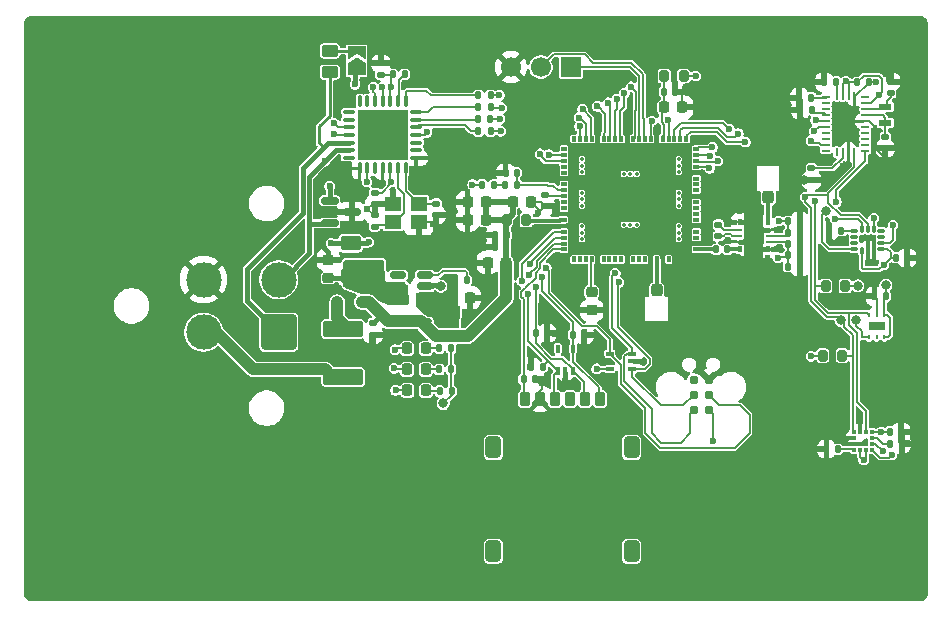
<source format=gbr>
%TF.GenerationSoftware,KiCad,Pcbnew,9.0.1-1.fc42*%
%TF.CreationDate,2025-04-29T06:49:19+02:00*%
%TF.ProjectId,westfly_ahrs_nrf,77657374-666c-4795-9f61-6872735f6e72,0.02*%
%TF.SameCoordinates,Original*%
%TF.FileFunction,Copper,L1,Top*%
%TF.FilePolarity,Positive*%
%FSLAX46Y46*%
G04 Gerber Fmt 4.6, Leading zero omitted, Abs format (unit mm)*
G04 Created by KiCad (PCBNEW 9.0.1-1.fc42) date 2025-04-29 06:49:19*
%MOMM*%
%LPD*%
G01*
G04 APERTURE LIST*
G04 Aperture macros list*
%AMRoundRect*
0 Rectangle with rounded corners*
0 $1 Rounding radius*
0 $2 $3 $4 $5 $6 $7 $8 $9 X,Y pos of 4 corners*
0 Add a 4 corners polygon primitive as box body*
4,1,4,$2,$3,$4,$5,$6,$7,$8,$9,$2,$3,0*
0 Add four circle primitives for the rounded corners*
1,1,$1+$1,$2,$3*
1,1,$1+$1,$4,$5*
1,1,$1+$1,$6,$7*
1,1,$1+$1,$8,$9*
0 Add four rect primitives between the rounded corners*
20,1,$1+$1,$2,$3,$4,$5,0*
20,1,$1+$1,$4,$5,$6,$7,0*
20,1,$1+$1,$6,$7,$8,$9,0*
20,1,$1+$1,$8,$9,$2,$3,0*%
%AMFreePoly0*
4,1,18,-0.325000,0.292500,-0.322526,0.304937,-0.315481,0.315481,-0.304937,0.322526,-0.292500,0.325000,0.292500,0.325000,0.304937,0.322526,0.315481,0.315481,0.322526,0.304937,0.325000,0.292500,0.325000,-0.195000,0.195000,-0.325000,-0.292500,-0.325000,-0.304937,-0.322526,-0.315481,-0.315481,-0.322526,-0.304937,-0.325000,-0.292500,-0.325000,0.292500,-0.325000,0.292500,$1*%
%AMFreePoly1*
4,1,6,1.000000,0.000000,0.500000,-0.750000,-0.500000,-0.750000,-0.500000,0.750000,0.500000,0.750000,1.000000,0.000000,1.000000,0.000000,$1*%
%AMFreePoly2*
4,1,6,0.500000,-0.750000,-0.650000,-0.750000,-0.150000,0.000000,-0.650000,0.750000,0.500000,0.750000,0.500000,-0.750000,0.500000,-0.750000,$1*%
G04 Aperture macros list end*
%TA.AperFunction,SMDPad,CuDef*%
%ADD10RoundRect,0.250000X0.250000X-0.275000X0.250000X0.275000X-0.250000X0.275000X-0.250000X-0.275000X0*%
%TD*%
%TA.AperFunction,SMDPad,CuDef*%
%ADD11RoundRect,0.250000X0.275000X-0.850000X0.275000X0.850000X-0.275000X0.850000X-0.275000X-0.850000X0*%
%TD*%
%TA.AperFunction,SMDPad,CuDef*%
%ADD12RoundRect,0.250000X-0.250000X0.275000X-0.250000X-0.275000X0.250000X-0.275000X0.250000X0.275000X0*%
%TD*%
%TA.AperFunction,SMDPad,CuDef*%
%ADD13RoundRect,0.250000X-0.275000X0.850000X-0.275000X-0.850000X0.275000X-0.850000X0.275000X0.850000X0*%
%TD*%
%TA.AperFunction,SMDPad,CuDef*%
%ADD14RoundRect,0.140000X-0.140000X-0.170000X0.140000X-0.170000X0.140000X0.170000X-0.140000X0.170000X0*%
%TD*%
%TA.AperFunction,SMDPad,CuDef*%
%ADD15R,1.400000X1.200000*%
%TD*%
%TA.AperFunction,SMDPad,CuDef*%
%ADD16RoundRect,0.250000X-0.625000X0.375000X-0.625000X-0.375000X0.625000X-0.375000X0.625000X0.375000X0*%
%TD*%
%TA.AperFunction,SMDPad,CuDef*%
%ADD17RoundRect,0.225000X-0.250000X0.225000X-0.250000X-0.225000X0.250000X-0.225000X0.250000X0.225000X0*%
%TD*%
%TA.AperFunction,SMDPad,CuDef*%
%ADD18RoundRect,0.140000X0.140000X0.170000X-0.140000X0.170000X-0.140000X-0.170000X0.140000X-0.170000X0*%
%TD*%
%TA.AperFunction,SMDPad,CuDef*%
%ADD19RoundRect,0.249999X-1.450001X0.450001X-1.450001X-0.450001X1.450001X-0.450001X1.450001X0.450001X0*%
%TD*%
%TA.AperFunction,SMDPad,CuDef*%
%ADD20RoundRect,0.100000X0.225000X0.100000X-0.225000X0.100000X-0.225000X-0.100000X0.225000X-0.100000X0*%
%TD*%
%TA.AperFunction,SMDPad,CuDef*%
%ADD21RoundRect,0.200000X0.200000X0.275000X-0.200000X0.275000X-0.200000X-0.275000X0.200000X-0.275000X0*%
%TD*%
%TA.AperFunction,SMDPad,CuDef*%
%ADD22RoundRect,0.225000X0.225000X0.250000X-0.225000X0.250000X-0.225000X-0.250000X0.225000X-0.250000X0*%
%TD*%
%TA.AperFunction,SMDPad,CuDef*%
%ADD23RoundRect,0.112500X0.187500X0.112500X-0.187500X0.112500X-0.187500X-0.112500X0.187500X-0.112500X0*%
%TD*%
%TA.AperFunction,SMDPad,CuDef*%
%ADD24RoundRect,0.135000X-0.135000X-0.185000X0.135000X-0.185000X0.135000X0.185000X-0.135000X0.185000X0*%
%TD*%
%TA.AperFunction,SMDPad,CuDef*%
%ADD25RoundRect,0.075000X-0.075000X0.437500X-0.075000X-0.437500X0.075000X-0.437500X0.075000X0.437500X0*%
%TD*%
%TA.AperFunction,SMDPad,CuDef*%
%ADD26RoundRect,0.075000X-0.437500X0.075000X-0.437500X-0.075000X0.437500X-0.075000X0.437500X0.075000X0*%
%TD*%
%TA.AperFunction,HeatsinkPad*%
%ADD27R,4.250000X4.250000*%
%TD*%
%TA.AperFunction,SMDPad,CuDef*%
%ADD28FreePoly0,0.000000*%
%TD*%
%TA.AperFunction,SMDPad,CuDef*%
%ADD29RoundRect,0.015000X0.210000X-0.135000X0.210000X0.135000X-0.210000X0.135000X-0.210000X-0.135000X0*%
%TD*%
%TA.AperFunction,SMDPad,CuDef*%
%ADD30RoundRect,0.032500X-0.292500X-0.292500X0.292500X-0.292500X0.292500X0.292500X-0.292500X0.292500X0*%
%TD*%
%TA.AperFunction,SMDPad,CuDef*%
%ADD31RoundRect,0.015000X-0.135000X-0.210000X0.135000X-0.210000X0.135000X0.210000X-0.135000X0.210000X0*%
%TD*%
%TA.AperFunction,SMDPad,CuDef*%
%ADD32RoundRect,0.010000X-0.090000X-0.090000X0.090000X-0.090000X0.090000X0.090000X-0.090000X0.090000X0*%
%TD*%
%TA.AperFunction,SMDPad,CuDef*%
%ADD33RoundRect,0.010000X0.090000X-0.090000X0.090000X0.090000X-0.090000X0.090000X-0.090000X-0.090000X0*%
%TD*%
%TA.AperFunction,SMDPad,CuDef*%
%ADD34RoundRect,0.080000X-0.720000X-0.720000X0.720000X-0.720000X0.720000X0.720000X-0.720000X0.720000X0*%
%TD*%
%TA.AperFunction,SMDPad,CuDef*%
%ADD35RoundRect,0.080000X-0.720000X-0.895000X0.720000X-0.895000X0.720000X0.895000X-0.720000X0.895000X0*%
%TD*%
%TA.AperFunction,SMDPad,CuDef*%
%ADD36RoundRect,0.200000X-0.200000X-0.275000X0.200000X-0.275000X0.200000X0.275000X-0.200000X0.275000X0*%
%TD*%
%TA.AperFunction,SMDPad,CuDef*%
%ADD37RoundRect,0.225000X-0.225000X-0.250000X0.225000X-0.250000X0.225000X0.250000X-0.225000X0.250000X0*%
%TD*%
%TA.AperFunction,SMDPad,CuDef*%
%ADD38FreePoly1,90.000000*%
%TD*%
%TA.AperFunction,SMDPad,CuDef*%
%ADD39FreePoly2,90.000000*%
%TD*%
%TA.AperFunction,SMDPad,CuDef*%
%ADD40RoundRect,0.140000X-0.170000X0.140000X-0.170000X-0.140000X0.170000X-0.140000X0.170000X0.140000X0*%
%TD*%
%TA.AperFunction,SMDPad,CuDef*%
%ADD41RoundRect,0.135000X0.135000X0.185000X-0.135000X0.185000X-0.135000X-0.185000X0.135000X-0.185000X0*%
%TD*%
%TA.AperFunction,SMDPad,CuDef*%
%ADD42O,0.250000X0.500000*%
%TD*%
%TA.AperFunction,ComponentPad*%
%ADD43C,0.200000*%
%TD*%
%TA.AperFunction,SMDPad,CuDef*%
%ADD44R,1.350000X0.650000*%
%TD*%
%TA.AperFunction,SMDPad,CuDef*%
%ADD45RoundRect,0.150000X0.512500X0.150000X-0.512500X0.150000X-0.512500X-0.150000X0.512500X-0.150000X0*%
%TD*%
%TA.AperFunction,SMDPad,CuDef*%
%ADD46RoundRect,0.140000X0.170000X-0.140000X0.170000X0.140000X-0.170000X0.140000X-0.170000X-0.140000X0*%
%TD*%
%TA.AperFunction,SMDPad,CuDef*%
%ADD47RoundRect,0.147500X0.172500X-0.147500X0.172500X0.147500X-0.172500X0.147500X-0.172500X-0.147500X0*%
%TD*%
%TA.AperFunction,ConnectorPad*%
%ADD48C,0.787400*%
%TD*%
%TA.AperFunction,SMDPad,CuDef*%
%ADD49RoundRect,0.100000X0.100000X-0.225000X0.100000X0.225000X-0.100000X0.225000X-0.100000X-0.225000X0*%
%TD*%
%TA.AperFunction,SMDPad,CuDef*%
%ADD50RoundRect,0.218750X-0.218750X-0.256250X0.218750X-0.256250X0.218750X0.256250X-0.218750X0.256250X0*%
%TD*%
%TA.AperFunction,SMDPad,CuDef*%
%ADD51RoundRect,0.225000X-0.225000X-0.375000X0.225000X-0.375000X0.225000X0.375000X-0.225000X0.375000X0*%
%TD*%
%TA.AperFunction,SMDPad,CuDef*%
%ADD52RoundRect,0.250000X-0.400000X-0.650000X0.400000X-0.650000X0.400000X0.650000X-0.400000X0.650000X0*%
%TD*%
%TA.AperFunction,SMDPad,CuDef*%
%ADD53R,0.375000X0.350000*%
%TD*%
%TA.AperFunction,SMDPad,CuDef*%
%ADD54R,0.350000X0.375000*%
%TD*%
%TA.AperFunction,SMDPad,CuDef*%
%ADD55RoundRect,0.135000X0.185000X-0.135000X0.185000X0.135000X-0.185000X0.135000X-0.185000X-0.135000X0*%
%TD*%
%TA.AperFunction,SMDPad,CuDef*%
%ADD56R,0.425000X0.515000*%
%TD*%
%TA.AperFunction,SMDPad,CuDef*%
%ADD57R,0.425000X0.275000*%
%TD*%
%TA.AperFunction,SMDPad,CuDef*%
%ADD58R,1.550000X2.500000*%
%TD*%
%TA.AperFunction,ComponentPad*%
%ADD59C,0.500000*%
%TD*%
%TA.AperFunction,SMDPad,CuDef*%
%ADD60RoundRect,0.150000X-0.587500X-0.150000X0.587500X-0.150000X0.587500X0.150000X-0.587500X0.150000X0*%
%TD*%
%TA.AperFunction,ComponentPad*%
%ADD61R,1.700000X1.700000*%
%TD*%
%TA.AperFunction,ComponentPad*%
%ADD62C,1.700000*%
%TD*%
%TA.AperFunction,SMDPad,CuDef*%
%ADD63R,0.675000X0.254000*%
%TD*%
%TA.AperFunction,SMDPad,CuDef*%
%ADD64R,0.254000X0.675000*%
%TD*%
%TA.AperFunction,SMDPad,CuDef*%
%ADD65R,1.100000X0.600000*%
%TD*%
%TA.AperFunction,SMDPad,CuDef*%
%ADD66RoundRect,0.250000X-0.450000X0.262500X-0.450000X-0.262500X0.450000X-0.262500X0.450000X0.262500X0*%
%TD*%
%TA.AperFunction,SMDPad,CuDef*%
%ADD67RoundRect,0.087500X-0.225000X-0.087500X0.225000X-0.087500X0.225000X0.087500X-0.225000X0.087500X0*%
%TD*%
%TA.AperFunction,SMDPad,CuDef*%
%ADD68RoundRect,0.087500X-0.087500X-0.225000X0.087500X-0.225000X0.087500X0.225000X-0.087500X0.225000X0*%
%TD*%
%TA.AperFunction,ComponentPad*%
%ADD69RoundRect,0.284091X1.215909X1.215909X-1.215909X1.215909X-1.215909X-1.215909X1.215909X-1.215909X0*%
%TD*%
%TA.AperFunction,ComponentPad*%
%ADD70C,3.000000*%
%TD*%
%TA.AperFunction,ViaPad*%
%ADD71C,0.600000*%
%TD*%
%TA.AperFunction,ViaPad*%
%ADD72C,0.800000*%
%TD*%
%TA.AperFunction,Conductor*%
%ADD73C,0.200000*%
%TD*%
%TA.AperFunction,Conductor*%
%ADD74C,0.150000*%
%TD*%
%TA.AperFunction,Conductor*%
%ADD75C,0.400000*%
%TD*%
%TA.AperFunction,Conductor*%
%ADD76C,1.000000*%
%TD*%
%TA.AperFunction,Conductor*%
%ADD77C,0.250000*%
%TD*%
%TA.AperFunction,Conductor*%
%ADD78C,0.500000*%
%TD*%
%TA.AperFunction,Conductor*%
%ADD79C,0.351200*%
%TD*%
%TA.AperFunction,Conductor*%
%ADD80C,0.350000*%
%TD*%
G04 APERTURE END LIST*
D10*
%TO.P,J7,1,In*%
%TO.N,Net-(J7-In)*%
X219251000Y-90577400D03*
D11*
%TO.P,J7,2,Ext*%
%TO.N,GND*%
X217776000Y-89052400D03*
X220726000Y-89052400D03*
%TD*%
D12*
%TO.P,J6,1,In*%
%TO.N,Net-(J6-In)*%
X209804000Y-98467200D03*
D13*
%TO.P,J6,2,Ext*%
%TO.N,GND*%
X211279000Y-99992200D03*
X208329000Y-99992200D03*
%TD*%
D14*
%TO.P,C24,1*%
%TO.N,+3V3*%
X226799200Y-80822800D03*
%TO.P,C24,2*%
%TO.N,GND*%
X227759200Y-80822800D03*
%TD*%
D15*
%TO.P,Y3,1,1*%
%TO.N,Net-(U45-OSC2)*%
X187452000Y-92710000D03*
%TO.P,Y3,2,2*%
%TO.N,GND*%
X189652000Y-92710000D03*
%TO.P,Y3,3,3*%
%TO.N,Net-(U45-OSC1)*%
X189652000Y-91110000D03*
%TO.P,Y3,4,4*%
%TO.N,GND*%
X187452000Y-91110000D03*
%TD*%
D16*
%TO.P,F4,1*%
%TO.N,+3V3*%
X183896000Y-94485000D03*
%TO.P,F4,2*%
%TO.N,/OUT3.3*%
X183896000Y-97285000D03*
%TD*%
D17*
%TO.P,C2,1*%
%TO.N,GND*%
X181991000Y-95859000D03*
%TO.P,C2,2*%
%TO.N,/OUT3.3*%
X181991000Y-97409000D03*
%TD*%
D18*
%TO.P,C45,1*%
%TO.N,GND*%
X221917200Y-93573600D03*
%TO.P,C45,2*%
%TO.N,+3V3*%
X220957200Y-93573600D03*
%TD*%
D19*
%TO.P,F3,1*%
%TO.N,Net-(D2-A)*%
X183261000Y-101709000D03*
%TO.P,F3,2*%
%TO.N,Net-(J3-Pin_4)*%
X183261000Y-105809000D03*
%TD*%
D14*
%TO.P,C26,1*%
%TO.N,Net-(J9-I{slash}O)*%
X202720000Y-102209600D03*
%TO.P,C26,2*%
%TO.N,GND*%
X203680000Y-102209600D03*
%TD*%
D18*
%TO.P,C28,1*%
%TO.N,GND*%
X199491600Y-105968800D03*
%TO.P,C28,2*%
%TO.N,/SIM_VDD*%
X198531600Y-105968800D03*
%TD*%
D14*
%TO.P,C41,1*%
%TO.N,GND*%
X197007600Y-88493600D03*
%TO.P,C41,2*%
%TO.N,Net-(U10-~{RESET})*%
X197967600Y-88493600D03*
%TD*%
D20*
%TO.P,U15,1*%
%TO.N,/9151_SWDCLK*%
X207741600Y-105135200D03*
%TO.P,U15,2*%
%TO.N,GND*%
X207741600Y-104485200D03*
%TO.P,U15,3*%
%TO.N,/9151_SWDIO*%
X207741600Y-103835200D03*
%TO.P,U15,4*%
%TO.N,Net-(J4-~{RESET})*%
X205841600Y-103835200D03*
%TO.P,U15,5*%
%TO.N,+3V3*%
X205841600Y-105135200D03*
%TD*%
D14*
%TO.P,C4,1*%
%TO.N,Net-(U10-GPS)*%
X214833200Y-94996000D03*
%TO.P,C4,2*%
%TO.N,Net-(U1-RF_OUT)*%
X215793200Y-94996000D03*
%TD*%
D21*
%TO.P,L6,1,1*%
%TO.N,+3V3*%
X212090000Y-80314800D03*
%TO.P,L6,2,2*%
%TO.N,Net-(U10-VDD_GPIO)*%
X210440000Y-80314800D03*
%TD*%
D14*
%TO.P,C36,1*%
%TO.N,+3V3*%
X230053000Y-95709800D03*
%TO.P,C36,2*%
%TO.N,GND*%
X231013000Y-95709800D03*
%TD*%
D22*
%TO.P,C32,1*%
%TO.N,+5V*%
X195339000Y-92506800D03*
%TO.P,C32,2*%
%TO.N,GND*%
X193789000Y-92506800D03*
%TD*%
D21*
%TO.P,R19,1*%
%TO.N,+3V3*%
X225764200Y-98101400D03*
%TO.P,R19,2*%
%TO.N,/SDA*%
X224114200Y-98101400D03*
%TD*%
D23*
%TO.P,D2,1,K*%
%TO.N,+5V*%
X184818000Y-99441000D03*
%TO.P,D2,2,A*%
%TO.N,Net-(D2-A)*%
X182718000Y-99441000D03*
%TD*%
D18*
%TO.P,C38,1*%
%TO.N,Net-(U11-C1)*%
X225139800Y-111919000D03*
%TO.P,C38,2*%
%TO.N,GND*%
X224179800Y-111919000D03*
%TD*%
D24*
%TO.P,R208,1*%
%TO.N,+3V3*%
X187450000Y-80162400D03*
%TO.P,R208,2*%
%TO.N,/CAN_RESET*%
X188470000Y-80162400D03*
%TD*%
D25*
%TO.P,U45,1,~{CS}*%
%TO.N,/CAN_CS*%
X188556500Y-82461500D03*
%TO.P,U45,2,~{RESET}*%
%TO.N,/CAN_RESET*%
X187906500Y-82461500D03*
%TO.P,U45,3,VDD*%
%TO.N,+3V3*%
X187256500Y-82461500D03*
%TO.P,U45,4,TxCAN*%
%TO.N,Net-(U45-TXD)*%
X186606500Y-82461500D03*
%TO.P,U45,5,RxCAN*%
%TO.N,Net-(U45-RXD)*%
X185956500Y-82461500D03*
%TO.P,U45,6,CLKOUT*%
%TO.N,unconnected-(U45-CLKOUT-Pad6)*%
X185306500Y-82461500D03*
%TO.P,U45,7,~{Tx0RTS}*%
%TO.N,unconnected-(U45-~{Tx0RTS}-Pad7)*%
X184656500Y-82461500D03*
D26*
%TO.P,U45,8,~{Tx1RTS}*%
%TO.N,unconnected-(U45-~{Tx1RTS}-Pad8)*%
X183769000Y-83349000D03*
%TO.P,U45,9,~{Tx2RTS}*%
%TO.N,unconnected-(U45-~{Tx2RTS}-Pad9)*%
X183769000Y-83999000D03*
%TO.P,U45,10,RXD*%
%TO.N,Net-(U45-RXD)*%
X183769000Y-84649000D03*
%TO.P,U45,11,VIO*%
%TO.N,+3V3*%
X183769000Y-85299000D03*
%TO.P,U45,12,CANL*%
%TO.N,/CAN_L*%
X183769000Y-85949000D03*
%TO.P,U45,13,CANH*%
%TO.N,/CAN_H*%
X183769000Y-86599000D03*
%TO.P,U45,14,NC*%
%TO.N,unconnected-(U45-NC-Pad14)*%
X183769000Y-87249000D03*
D25*
%TO.P,U45,15,STBY*%
%TO.N,GND*%
X184656500Y-88136500D03*
%TO.P,U45,16,TXD*%
%TO.N,Net-(U45-TXD)*%
X185306500Y-88136500D03*
%TO.P,U45,17,NC*%
%TO.N,unconnected-(U45-NC-Pad17)*%
X185956500Y-88136500D03*
%TO.P,U45,18,VSS*%
%TO.N,GND*%
X186606500Y-88136500D03*
%TO.P,U45,19,VDDA*%
%TO.N,+5V*%
X187256500Y-88136500D03*
%TO.P,U45,20,OSC2*%
%TO.N,Net-(U45-OSC2)*%
X187906500Y-88136500D03*
%TO.P,U45,21,OSC1*%
%TO.N,Net-(U45-OSC1)*%
X188556500Y-88136500D03*
D26*
%TO.P,U45,22,GND*%
%TO.N,GND*%
X189444000Y-87249000D03*
%TO.P,U45,23,~{Rx1BF}*%
%TO.N,unconnected-(U45-~{Rx1BF}-Pad23)*%
X189444000Y-86599000D03*
%TO.P,U45,24,~{Rx0BF}*%
%TO.N,unconnected-(U45-~{Rx0BF}-Pad24)*%
X189444000Y-85949000D03*
%TO.P,U45,25,~{INT}*%
%TO.N,/CAN_INT*%
X189444000Y-85299000D03*
%TO.P,U45,26,SCK*%
%TO.N,/CAN_SCK*%
X189444000Y-84649000D03*
%TO.P,U45,27,SI*%
%TO.N,/CAN_SI*%
X189444000Y-83999000D03*
%TO.P,U45,28,SO*%
%TO.N,/CAN_SO*%
X189444000Y-83349000D03*
D27*
%TO.P,U45,29,NC*%
%TO.N,unconnected-(U45-NC-Pad29)*%
X186606500Y-85299000D03*
%TD*%
D28*
%TO.P,U10,1,GND*%
%TO.N,GND*%
X202056800Y-85748800D03*
D29*
%TO.P,U10,2,P0.20/AIN7*%
%TO.N,unconnected-(U10-P0.20{slash}AIN7-Pad2)*%
X201956800Y-86498800D03*
%TO.P,U10,3,SWDCLK*%
%TO.N,/9151_SWDCLK*%
X201956800Y-86998800D03*
%TO.P,U10,4,SWDIO*%
%TO.N,/9151_SWDIO*%
X201956800Y-87498800D03*
%TO.P,U10,5,P0.21/TRACECLK*%
%TO.N,unconnected-(U10-P0.21{slash}TRACECLK-Pad5)*%
X201956800Y-87998800D03*
%TO.P,U10,6,P0.22/TRACEDATA0*%
%TO.N,unconnected-(U10-P0.22{slash}TRACEDATA0-Pad6)*%
X201956800Y-88498800D03*
%TO.P,U10,7,GND*%
%TO.N,GND*%
X201956800Y-88998800D03*
%TO.P,U10,8,P0.23/TRACEDATA1*%
%TO.N,unconnected-(U10-P0.23{slash}TRACEDATA1-Pad8)*%
X201956800Y-89498800D03*
%TO.P,U10,9,~{RESET}*%
%TO.N,Net-(U10-~{RESET})*%
X201956800Y-89998800D03*
%TO.P,U10,10,ENABLE*%
%TO.N,/9151_RESET*%
X201956800Y-90498800D03*
%TO.P,U10,11,P0.24/TRACEDATA2*%
%TO.N,unconnected-(U10-P0.24{slash}TRACEDATA2-Pad11)*%
X201956800Y-90998800D03*
%TO.P,U10,12,P0.25/TRACEDATA3*%
%TO.N,unconnected-(U10-P0.25{slash}TRACEDATA3-Pad12)*%
X201956800Y-91498800D03*
%TO.P,U10,13,GND*%
%TO.N,GND*%
X201956800Y-91998800D03*
%TO.P,U10,14,VDD*%
%TO.N,Net-(U10-VDD)*%
X201956800Y-92498800D03*
%TO.P,U10,15,GND*%
%TO.N,GND*%
X201956800Y-92998800D03*
%TO.P,U10,16,SIM_RST*%
%TO.N,Net-(J9-RST)*%
X201956800Y-93498800D03*
%TO.P,U10,17,SIM_IO*%
%TO.N,Net-(J9-I{slash}O)*%
X201956800Y-93998800D03*
%TO.P,U10,18,SIM_CLK*%
%TO.N,Net-(J9-CLK)*%
X201956800Y-94498800D03*
%TO.P,U10,19,SIM_1V8*%
%TO.N,/SIM_VDD*%
X201956800Y-94998800D03*
D30*
%TO.P,U10,20,GND*%
%TO.N,GND*%
X202056800Y-95748800D03*
D31*
%TO.P,U10,21,MAGPIO0*%
%TO.N,unconnected-(U10-MAGPIO0-Pad21)*%
X202806800Y-95848800D03*
%TO.P,U10,22,MAGPIO1*%
%TO.N,unconnected-(U10-MAGPIO1-Pad22)*%
X203306800Y-95848800D03*
%TO.P,U10,23,MAGPIO2*%
%TO.N,unconnected-(U10-MAGPIO2-Pad23)*%
X203806800Y-95848800D03*
%TO.P,U10,24,DEC0*%
%TO.N,Net-(U10-DEC0)*%
X204306800Y-95848800D03*
%TO.P,U10,25,GND*%
%TO.N,GND*%
X204806800Y-95848800D03*
%TO.P,U10,26,SIM_DET*%
%TO.N,unconnected-(U10-SIM_DET-Pad26)*%
X205306800Y-95848800D03*
%TO.P,U10,27,SDATA*%
%TO.N,unconnected-(U10-SDATA-Pad27)*%
X205806800Y-95848800D03*
%TO.P,U10,28,SCLK*%
%TO.N,unconnected-(U10-SCLK-Pad28)*%
X206306800Y-95848800D03*
%TO.P,U10,29,VIO*%
%TO.N,unconnected-(U10-VIO-Pad29)*%
X206806800Y-95848800D03*
%TO.P,U10,30,GND*%
%TO.N,GND*%
X207306800Y-95848800D03*
%TO.P,U10,31,NC*%
%TO.N,unconnected-(U10-NC-Pad31)*%
X207806800Y-95848800D03*
%TO.P,U10,32,NC*%
%TO.N,unconnected-(U10-NC-Pad32)*%
X208306800Y-95848800D03*
%TO.P,U10,33,NC*%
%TO.N,unconnected-(U10-NC-Pad33)*%
X208806800Y-95848800D03*
%TO.P,U10,34,GND*%
%TO.N,GND*%
X209306800Y-95848800D03*
%TO.P,U10,35,ANT*%
%TO.N,Net-(J6-In)*%
X209806800Y-95848800D03*
%TO.P,U10,36,GND*%
%TO.N,GND*%
X210306800Y-95848800D03*
%TO.P,U10,37,AUX*%
%TO.N,unconnected-(U10-AUX-Pad37)*%
X210806800Y-95848800D03*
%TO.P,U10,38,GND*%
%TO.N,GND*%
X211306800Y-95848800D03*
%TO.P,U10,39,GND*%
X211806800Y-95848800D03*
%TO.P,U10,40,GND*%
X212306800Y-95848800D03*
D30*
%TO.P,U10,41,GND*%
X213056800Y-95748800D03*
D29*
%TO.P,U10,42,GPS*%
%TO.N,Net-(U10-GPS)*%
X213156800Y-94998800D03*
%TO.P,U10,43,GND*%
%TO.N,GND*%
X213156800Y-94498800D03*
%TO.P,U10,44,P0.26*%
%TO.N,unconnected-(U10-P0.26-Pad44)*%
X213156800Y-93998800D03*
%TO.P,U10,45,P0.27*%
%TO.N,unconnected-(U10-P0.27-Pad45)*%
X213156800Y-93498800D03*
%TO.P,U10,46,GND*%
%TO.N,GND*%
X213156800Y-92998800D03*
%TO.P,U10,47,P0.28*%
%TO.N,unconnected-(U10-P0.28-Pad47)*%
X213156800Y-92498800D03*
%TO.P,U10,48,P0.29*%
%TO.N,unconnected-(U10-P0.29-Pad48)*%
X213156800Y-91998800D03*
%TO.P,U10,49,P0.30*%
%TO.N,unconnected-(U10-P0.30-Pad49)*%
X213156800Y-91498800D03*
%TO.P,U10,50,P0.31*%
%TO.N,unconnected-(U10-P0.31-Pad50)*%
X213156800Y-90998800D03*
%TO.P,U10,51,GND*%
%TO.N,GND*%
X213156800Y-90498800D03*
%TO.P,U10,52,COEX0*%
%TO.N,unconnected-(U10-COEX0-Pad52)*%
X213156800Y-89998800D03*
%TO.P,U10,53,COEX1*%
%TO.N,unconnected-(U10-COEX1-Pad53)*%
X213156800Y-89498800D03*
%TO.P,U10,54,COEX2*%
%TO.N,unconnected-(U10-COEX2-Pad54)*%
X213156800Y-88998800D03*
%TO.P,U10,55,GND*%
%TO.N,GND*%
X213156800Y-88498800D03*
%TO.P,U10,56,P0.00*%
%TO.N,Net-(U10-P0.00)*%
X213156800Y-87998800D03*
%TO.P,U10,57,P0.01*%
%TO.N,Net-(U10-P0.01)*%
X213156800Y-87498800D03*
%TO.P,U10,58,P0.02*%
%TO.N,Net-(U10-P0.02)*%
X213156800Y-86998800D03*
%TO.P,U10,59,P0.03*%
%TO.N,Net-(U10-P0.03)*%
X213156800Y-86498800D03*
D30*
%TO.P,U10,60,GND*%
%TO.N,GND*%
X213056800Y-85748800D03*
D31*
%TO.P,U10,61,P0.04*%
%TO.N,/LED3*%
X212306800Y-85648800D03*
%TO.P,U10,62,P0.05*%
%TO.N,/LED2*%
X211806800Y-85648800D03*
%TO.P,U10,63,P0.06*%
%TO.N,/LED1*%
X211306800Y-85648800D03*
%TO.P,U10,64,P0.07*%
%TO.N,/SCL*%
X210806800Y-85648800D03*
%TO.P,U10,65,VDD_GPIO*%
%TO.N,Net-(U10-VDD_GPIO)*%
X210306800Y-85648800D03*
%TO.P,U10,66,GND*%
%TO.N,GND*%
X209806800Y-85648800D03*
%TO.P,U10,67,P0.08*%
%TO.N,/SDA*%
X209306800Y-85648800D03*
%TO.P,U10,68,P0.09*%
%TO.N,/RX0*%
X208806800Y-85648800D03*
%TO.P,U10,69,P0.10*%
%TO.N,/TX0*%
X208306800Y-85648800D03*
%TO.P,U10,70,P0.11*%
%TO.N,/CAN_INT*%
X207806800Y-85648800D03*
%TO.P,U10,71,GND*%
%TO.N,GND*%
X207306800Y-85648800D03*
%TO.P,U10,72,P0.12*%
%TO.N,/BL_IND_055*%
X206806800Y-85648800D03*
%TO.P,U10,73,P0.13/AIN0*%
%TO.N,/RST_055*%
X206306800Y-85648800D03*
%TO.P,U10,74,P0.14/AIN1*%
%TO.N,/INT_055*%
X205806800Y-85648800D03*
%TO.P,U10,75,P0.15/AIN2*%
%TO.N,/INT_LIS*%
X205306800Y-85648800D03*
%TO.P,U10,76,GND*%
%TO.N,GND*%
X204806800Y-85648800D03*
%TO.P,U10,77,P0.16/AIN3*%
%TO.N,/DRDY*%
X204306800Y-85648800D03*
%TO.P,U10,78,P0.17/AIN4*%
%TO.N,/INT2_LSM*%
X203806800Y-85648800D03*
%TO.P,U10,79,P0.18/AIN5*%
%TO.N,/INT1_LSM*%
X203306800Y-85648800D03*
%TO.P,U10,80,P0.19/AIN6*%
%TO.N,unconnected-(U10-P0.19{slash}AIN6-Pad80)*%
X202806800Y-85648800D03*
D32*
%TO.P,U10,81,NC*%
%TO.N,unconnected-(U10-NC-Pad81)*%
X203456800Y-87348800D03*
%TO.P,U10,82,NC*%
%TO.N,unconnected-(U10-NC-Pad82)*%
X203456800Y-87898800D03*
%TO.P,U10,83,NC*%
%TO.N,unconnected-(U10-NC-Pad83)*%
X203456800Y-88448800D03*
%TO.P,U10,84,NC*%
%TO.N,unconnected-(U10-NC-Pad84)*%
X203456800Y-90198800D03*
%TO.P,U10,85,NC*%
%TO.N,unconnected-(U10-NC-Pad85)*%
X203456800Y-90748800D03*
%TO.P,U10,86,NC*%
%TO.N,unconnected-(U10-NC-Pad86)*%
X203456800Y-91298800D03*
%TO.P,U10,87,NC*%
%TO.N,unconnected-(U10-NC-Pad87)*%
X203456800Y-93048800D03*
%TO.P,U10,88,NC*%
%TO.N,unconnected-(U10-NC-Pad88)*%
X203456800Y-93598800D03*
%TO.P,U10,89,NC*%
%TO.N,unconnected-(U10-NC-Pad89)*%
X203456800Y-94148800D03*
D33*
%TO.P,U10,90,NC*%
%TO.N,unconnected-(U10-NC-Pad90)*%
X207006800Y-92898800D03*
%TO.P,U10,91,NC*%
%TO.N,unconnected-(U10-NC-Pad91)*%
X207556800Y-92898800D03*
%TO.P,U10,92,NC*%
%TO.N,unconnected-(U10-NC-Pad92)*%
X208106800Y-92898800D03*
D32*
%TO.P,U10,93,NC*%
%TO.N,unconnected-(U10-NC-Pad93)*%
X211656800Y-94148800D03*
%TO.P,U10,94,NC*%
%TO.N,unconnected-(U10-NC-Pad94)*%
X211656800Y-93598800D03*
%TO.P,U10,95,NC*%
%TO.N,unconnected-(U10-NC-Pad95)*%
X211656800Y-93048800D03*
%TO.P,U10,96,NC*%
%TO.N,unconnected-(U10-NC-Pad96)*%
X211656800Y-91298800D03*
%TO.P,U10,97,NC*%
%TO.N,unconnected-(U10-NC-Pad97)*%
X211656800Y-90748800D03*
%TO.P,U10,98,NC*%
%TO.N,unconnected-(U10-NC-Pad98)*%
X211656800Y-90198800D03*
%TO.P,U10,99,NC*%
%TO.N,unconnected-(U10-NC-Pad99)*%
X211656800Y-88448800D03*
%TO.P,U10,100,NC*%
%TO.N,unconnected-(U10-NC-Pad100)*%
X211656800Y-87898800D03*
%TO.P,U10,101,NC*%
%TO.N,unconnected-(U10-NC-Pad101)*%
X211656800Y-87348800D03*
D33*
%TO.P,U10,102,NC*%
%TO.N,unconnected-(U10-NC-Pad102)*%
X208106800Y-88598800D03*
%TO.P,U10,103,NC*%
%TO.N,unconnected-(U10-NC-Pad103)*%
X207556800Y-88598800D03*
%TO.P,U10,104,NC*%
%TO.N,unconnected-(U10-NC-Pad104)*%
X207006800Y-88598800D03*
D34*
%TO.P,U10,105,GND*%
%TO.N,GND*%
X204706800Y-87898800D03*
%TO.P,U10,106,GND*%
X204706800Y-90748800D03*
%TO.P,U10,107,GND*%
X204706800Y-93598800D03*
D35*
%TO.P,U10,108,GND*%
X207556800Y-94323800D03*
D34*
%TO.P,U10,109,GND*%
X210406800Y-93598800D03*
%TO.P,U10,110,GND*%
X210406800Y-90748800D03*
%TO.P,U10,111,GND*%
X210406800Y-87898800D03*
D35*
%TO.P,U10,112,GND*%
X207556800Y-87173800D03*
D34*
%TO.P,U10,113,GND*%
X207556800Y-90748800D03*
%TD*%
D18*
%TO.P,C35,1*%
%TO.N,GND*%
X211373600Y-81635600D03*
%TO.P,C35,2*%
%TO.N,Net-(U10-VDD_GPIO)*%
X210413600Y-81635600D03*
%TD*%
D36*
%TO.P,R18,1*%
%TO.N,+3V3*%
X223863400Y-103987600D03*
%TO.P,R18,2*%
%TO.N,/SCL*%
X225513400Y-103987600D03*
%TD*%
D37*
%TO.P,C39,1*%
%TO.N,Net-(U10-VDD_GPIO)*%
X210413600Y-82956400D03*
%TO.P,C39,2*%
%TO.N,GND*%
X211963600Y-82956400D03*
%TD*%
D38*
%TO.P,JP1,1,A*%
%TO.N,/CAN_H*%
X184404000Y-79756000D03*
D39*
%TO.P,JP1,2,B*%
%TO.N,Net-(JP1-B)*%
X184404000Y-78306000D03*
%TD*%
D24*
%TO.P,R23,1*%
%TO.N,Net-(U11-SDO{slash}SA1)*%
X229534600Y-111461800D03*
%TO.P,R23,2*%
%TO.N,GND*%
X230554600Y-111461800D03*
%TD*%
%TO.P,R31,1*%
%TO.N,/CAN_SO*%
X194716400Y-82956400D03*
%TO.P,R31,2*%
%TO.N,Net-(U10-P0.02)*%
X195736400Y-82956400D03*
%TD*%
D18*
%TO.P,C20,1*%
%TO.N,Net-(J9-RST)*%
X200146800Y-104952800D03*
%TO.P,C20,2*%
%TO.N,GND*%
X199186800Y-104952800D03*
%TD*%
D40*
%TO.P,C30,1*%
%TO.N,Net-(U9-XOUT32)*%
X229158800Y-85473600D03*
%TO.P,C30,2*%
%TO.N,GND*%
X229158800Y-86433600D03*
%TD*%
D41*
%TO.P,R5,1*%
%TO.N,Net-(U9-PS0)*%
X222912400Y-82143600D03*
%TO.P,R5,2*%
%TO.N,GND*%
X221892400Y-82143600D03*
%TD*%
D42*
%TO.P,U12,1,SCL*%
%TO.N,/SCL*%
X227779400Y-102414400D03*
%TO.P,U12,2,INT*%
%TO.N,unconnected-(U12-INT-Pad2)*%
X228429400Y-102414400D03*
%TO.P,U12,3,VDD*%
%TO.N,+3V3*%
X229079400Y-102414400D03*
%TO.P,U12,4,ADD*%
X229079400Y-100514400D03*
%TO.P,U12,5,GND*%
%TO.N,GND*%
X228429400Y-100514400D03*
%TO.P,U12,6,SDA*%
%TO.N,/SDA*%
X227779400Y-100514400D03*
D43*
%TO.P,U12,7,NC*%
%TO.N,unconnected-(U12-NC-Pad7)*%
X228029400Y-101464400D03*
D44*
%TO.N,unconnected-(U12-NC-Pad7)_2*%
X228429400Y-101464400D03*
D43*
%TO.N,unconnected-(U12-NC-Pad7)_1*%
X228829400Y-101464400D03*
%TD*%
D45*
%TO.P,U3,1,VIN*%
%TO.N,/VIN*%
X190178200Y-99065400D03*
%TO.P,U3,2,GND*%
%TO.N,GND*%
X190178200Y-98115400D03*
%TO.P,U3,3,EN*%
%TO.N,/LDO_EN*%
X190178200Y-97165400D03*
%TO.P,U3,4,NC*%
%TO.N,unconnected-(U3-NC-Pad4)*%
X187903200Y-97165400D03*
%TO.P,U3,5,VOUT*%
%TO.N,/OUT3.3*%
X187903200Y-99065400D03*
%TD*%
D46*
%TO.P,C199,1*%
%TO.N,Net-(U45-OSC2)*%
X185928000Y-93065600D03*
%TO.P,C199,2*%
%TO.N,GND*%
X185928000Y-92105600D03*
%TD*%
D47*
%TO.P,L1,1*%
%TO.N,Net-(U1-AMP_IN)*%
X215036400Y-93878400D03*
%TO.P,L1,2*%
%TO.N,Net-(U1-FILT_OUT)*%
X215036400Y-92908400D03*
%TD*%
D24*
%TO.P,R30,1*%
%TO.N,/CAN_SI*%
X194714400Y-83972400D03*
%TO.P,R30,2*%
%TO.N,Net-(U10-P0.01)*%
X195734400Y-83972400D03*
%TD*%
D37*
%TO.P,C1,1*%
%TO.N,/VIN*%
X192428200Y-99090400D03*
%TO.P,C1,2*%
%TO.N,GND*%
X193978200Y-99090400D03*
%TD*%
D23*
%TO.P,D7,1,K*%
%TO.N,/VIN*%
X192566000Y-101092000D03*
%TO.P,D7,2,A*%
%TO.N,+5V*%
X190466000Y-101092000D03*
%TD*%
D41*
%TO.P,R22,1*%
%TO.N,Net-(U6-SDO{slash}SA0)*%
X225449200Y-93402400D03*
%TO.P,R22,2*%
%TO.N,GND*%
X224429200Y-93402400D03*
%TD*%
D48*
%TO.P,J4,1,VCC*%
%TO.N,+3V3*%
X214198200Y-108559600D03*
%TO.P,J4,2,SWDIO*%
%TO.N,/9151_SWDIO*%
X212928200Y-108559600D03*
%TO.P,J4,3,~{RESET}*%
%TO.N,Net-(J4-~{RESET})*%
X214198200Y-107289600D03*
%TO.P,J4,4,SWCLK*%
%TO.N,/9151_SWDCLK*%
X212928200Y-107289600D03*
%TO.P,J4,5,GND*%
%TO.N,GND*%
X214198200Y-106019600D03*
%TO.P,J4,6,SWO*%
%TO.N,unconnected-(J4-SWO-Pad6)*%
X212928200Y-106019600D03*
%TD*%
D49*
%TO.P,U7,1*%
%TO.N,Net-(J9-RST)*%
X201432400Y-105293200D03*
%TO.P,U7,2*%
%TO.N,GND*%
X202082400Y-105293200D03*
%TO.P,U7,3*%
%TO.N,Net-(J9-CLK)*%
X202732400Y-105293200D03*
%TO.P,U7,4*%
%TO.N,Net-(J9-I{slash}O)*%
X202732400Y-103393200D03*
%TO.P,U7,5*%
%TO.N,unconnected-(U7-Pad5)*%
X201432400Y-103393200D03*
%TD*%
D41*
%TO.P,R3,1*%
%TO.N,/LDO_EN*%
X193713200Y-97590400D03*
%TO.P,R3,2*%
%TO.N,/VIN*%
X192693200Y-97590400D03*
%TD*%
D14*
%TO.P,C21,1*%
%TO.N,GND*%
X228243800Y-98965000D03*
%TO.P,C21,2*%
%TO.N,+3V3*%
X229203800Y-98965000D03*
%TD*%
D50*
%TO.P,D3,1,K*%
%TO.N,/LED1*%
X188671000Y-103378000D03*
%TO.P,D3,2,A*%
%TO.N,Net-(D3-A)*%
X190246000Y-103378000D03*
%TD*%
D51*
%TO.P,J9,1,VCC*%
%TO.N,/SIM_VDD*%
X198653400Y-107649200D03*
%TO.P,J9,2,RST*%
%TO.N,Net-(J9-RST)*%
X201193400Y-107649200D03*
%TO.P,J9,3,CLK*%
%TO.N,Net-(J9-CLK)*%
X203733400Y-107649200D03*
%TO.P,J9,5,GND*%
%TO.N,GND*%
X199923400Y-107649200D03*
%TO.P,J9,6,VPP*%
%TO.N,unconnected-(J9-VPP-Pad6)*%
X202463400Y-107649200D03*
%TO.P,J9,7,I/O*%
%TO.N,Net-(J9-I{slash}O)*%
X205003400Y-107649200D03*
D52*
%TO.P,J9,CD*%
%TO.N,N/C*%
X195978400Y-120549200D03*
%TO.P,J9,SH*%
X195978400Y-111749200D03*
X207678400Y-111749200D03*
X207678400Y-120549200D03*
%TD*%
D24*
%TO.P,R29,1*%
%TO.N,/CAN_SCK*%
X194716400Y-84988400D03*
%TO.P,R29,2*%
%TO.N,Net-(U10-P0.00)*%
X195736400Y-84988400D03*
%TD*%
D37*
%TO.P,C27,1*%
%TO.N,+5V*%
X197599000Y-90982800D03*
%TO.P,C27,2*%
%TO.N,GND*%
X199149000Y-90982800D03*
%TD*%
D21*
%TO.P,L2,1,1*%
%TO.N,Net-(U10-VDD)*%
X198754000Y-92506800D03*
%TO.P,L2,2,2*%
%TO.N,+5V*%
X197104000Y-92506800D03*
%TD*%
D53*
%TO.P,U11,1,SCL/SPC*%
%TO.N,/SCL*%
X226514000Y-110453800D03*
%TO.P,U11,2,GND*%
%TO.N,GND*%
X226514000Y-110953800D03*
%TO.P,U11,3,GND*%
X226514000Y-111453800D03*
%TO.P,U11,4,C1*%
%TO.N,Net-(U11-C1)*%
X226514000Y-111953800D03*
D54*
%TO.P,U11,5,Vdd*%
%TO.N,+3V3*%
X227026500Y-111966300D03*
%TO.P,U11,6,Vdd_IO*%
X227526500Y-111966300D03*
D53*
%TO.P,U11,7,INT*%
%TO.N,/INT_LIS*%
X228039000Y-111953800D03*
%TO.P,U11,8,DRDY*%
%TO.N,/DRDY*%
X228039000Y-111453800D03*
%TO.P,U11,9,SDO/SA1*%
%TO.N,Net-(U11-SDO{slash}SA1)*%
X228039000Y-110953800D03*
%TO.P,U11,10,~{CS}*%
%TO.N,+3V3*%
X228039000Y-110453800D03*
D54*
%TO.P,U11,11,SDA/SDI/SDO*%
%TO.N,/SDA*%
X227526500Y-110441300D03*
%TO.P,U11,12,GND*%
%TO.N,GND*%
X227026500Y-110441300D03*
%TD*%
D41*
%TO.P,R12,1*%
%TO.N,Net-(U9-PS1)*%
X224995200Y-80822800D03*
%TO.P,R12,2*%
%TO.N,GND*%
X223975200Y-80822800D03*
%TD*%
D18*
%TO.P,C42,1*%
%TO.N,GND*%
X221917200Y-95504000D03*
%TO.P,C42,2*%
%TO.N,+3V3*%
X220957200Y-95504000D03*
%TD*%
D55*
%TO.P,R1,1*%
%TO.N,GND*%
X185801000Y-102235000D03*
%TO.P,R1,2*%
%TO.N,+5V*%
X185801000Y-101215000D03*
%TD*%
D46*
%TO.P,C31,1*%
%TO.N,Net-(U9-XIN32)*%
X229616000Y-81760000D03*
%TO.P,C31,2*%
%TO.N,GND*%
X229616000Y-80800000D03*
%TD*%
%TO.P,C33,1*%
%TO.N,GND*%
X200355200Y-91310400D03*
%TO.P,C33,2*%
%TO.N,/9151_RESET*%
X200355200Y-90350400D03*
%TD*%
D41*
%TO.P,R21,1*%
%TO.N,+3V3*%
X192403700Y-105162600D03*
%TO.P,R21,2*%
%TO.N,Net-(D4-A)*%
X191383700Y-105162600D03*
%TD*%
D56*
%TO.P,U1,1,GND*%
%TO.N,GND*%
X219216300Y-94985500D03*
D57*
%TO.P,U1,2,VEN*%
%TO.N,+3V3*%
X219216300Y-94342000D03*
%TO.P,U1,3,VCC*%
X219216300Y-93842000D03*
%TO.P,U1,4,GND*%
%TO.N,GND*%
X219216300Y-93342000D03*
D56*
%TO.P,U1,5,RF_IN*%
%TO.N,Net-(J7-In)*%
X219216300Y-92698500D03*
%TO.P,U1,6,GND*%
%TO.N,GND*%
X216841300Y-92698500D03*
D57*
%TO.P,U1,7,FILT_OUT*%
%TO.N,Net-(U1-FILT_OUT)*%
X216841300Y-93342000D03*
%TO.P,U1,8,AMP_IN*%
%TO.N,Net-(U1-AMP_IN)*%
X216841300Y-93842000D03*
%TO.P,U1,9,GND*%
%TO.N,GND*%
X216841300Y-94342000D03*
D56*
%TO.P,U1,10,RF_OUT*%
%TO.N,Net-(U1-RF_OUT)*%
X216841300Y-94985500D03*
D58*
%TO.P,U1,11,EP*%
%TO.N,GND*%
X218028800Y-93842000D03*
D59*
%TO.P,U1,11_1,EP*%
X218328800Y-94742000D03*
%TO.P,U1,11_2,EP*%
X218328800Y-94142000D03*
%TO.P,U1,11_3,EP*%
X218328800Y-93542000D03*
%TO.P,U1,11_4,EP*%
X218328800Y-92942000D03*
%TO.P,U1,11_5,EP*%
X217728800Y-92942000D03*
%TO.P,U1,11_6,EP*%
X217728800Y-93542000D03*
%TO.P,U1,11_7,EP*%
X217728800Y-94142000D03*
%TO.P,U1,11_8,EP*%
X217728800Y-94742000D03*
%TD*%
D18*
%TO.P,C44,1*%
%TO.N,GND*%
X221917200Y-94538800D03*
%TO.P,C44,2*%
%TO.N,+3V3*%
X220957200Y-94538800D03*
%TD*%
%TO.P,C43,1*%
%TO.N,GND*%
X221917200Y-92608400D03*
%TO.P,C43,2*%
%TO.N,+3V3*%
X220957200Y-92608400D03*
%TD*%
D17*
%TO.P,C40,1*%
%TO.N,Net-(U10-DEC0)*%
X204317600Y-98602800D03*
%TO.P,C40,2*%
%TO.N,GND*%
X204317600Y-100152800D03*
%TD*%
D22*
%TO.P,C3,1*%
%TO.N,+5V*%
X195339000Y-90982800D03*
%TO.P,C3,2*%
%TO.N,GND*%
X193789000Y-90982800D03*
%TD*%
D60*
%TO.P,D5,1,A1*%
%TO.N,/CAN_L*%
X182118000Y-90860800D03*
%TO.P,D5,2,A2*%
%TO.N,/CAN_H*%
X182118000Y-92760800D03*
%TO.P,D5,3,common*%
%TO.N,GND*%
X183993000Y-91810800D03*
%TD*%
D61*
%TO.P,J1,1,Pin_1*%
%TO.N,/TX0*%
X202539600Y-79552800D03*
D62*
%TO.P,J1,2,Pin_2*%
%TO.N,/RX0*%
X199999600Y-79552800D03*
%TO.P,J1,3,Pin_3*%
%TO.N,GND*%
X197459600Y-79552800D03*
%TD*%
D46*
%TO.P,C196,1*%
%TO.N,+3V3*%
X186436000Y-80208000D03*
%TO.P,C196,2*%
%TO.N,GND*%
X186436000Y-79248000D03*
%TD*%
D55*
%TO.P,R13,1*%
%TO.N,GND*%
X222910400Y-89154000D03*
%TO.P,R13,2*%
%TO.N,Net-(U9-COM3)*%
X222910400Y-88134000D03*
%TD*%
D18*
%TO.P,C23,1*%
%TO.N,Net-(U9-CAP)*%
X222933200Y-83185000D03*
%TO.P,C23,2*%
%TO.N,GND*%
X221973200Y-83185000D03*
%TD*%
D40*
%TO.P,C197,1*%
%TO.N,+5V*%
X185928000Y-90198000D03*
%TO.P,C197,2*%
%TO.N,GND*%
X185928000Y-91158000D03*
%TD*%
D63*
%TO.P,U9,1,PIN1*%
%TO.N,unconnected-(U9-PIN1-Pad1)*%
X227464500Y-82128900D03*
D64*
%TO.P,U9,2,GND*%
%TO.N,GND*%
X226552000Y-81991400D03*
%TO.P,U9,3,VDD*%
%TO.N,+3V3*%
X226052000Y-81991400D03*
%TO.P,U9,4,~{BOOT_LOAD_PIN}*%
X225552000Y-81991400D03*
%TO.P,U9,5,PS1*%
%TO.N,Net-(U9-PS1)*%
X225052000Y-81991400D03*
D63*
%TO.P,U9,6,PS0*%
%TO.N,Net-(U9-PS0)*%
X224139500Y-82128900D03*
%TO.P,U9,7,PIN7*%
%TO.N,unconnected-(U9-PIN7-Pad7)*%
X224139500Y-82628900D03*
%TO.P,U9,8,PIN8*%
%TO.N,unconnected-(U9-PIN8-Pad8)*%
X224139500Y-83128900D03*
%TO.P,U9,9,CAP*%
%TO.N,Net-(U9-CAP)*%
X224139500Y-83628900D03*
%TO.P,U9,10,BL_IND*%
%TO.N,/BL_IND_055*%
X224139500Y-84128900D03*
%TO.P,U9,11,~{RESET}*%
%TO.N,/RST_055*%
X224139500Y-84628900D03*
%TO.P,U9,12,PIN12*%
%TO.N,unconnected-(U9-PIN12-Pad12)*%
X224139500Y-85128900D03*
%TO.P,U9,13,PIN13*%
%TO.N,unconnected-(U9-PIN13-Pad13)*%
X224139500Y-85628900D03*
%TO.P,U9,14,INT*%
%TO.N,/INT_055*%
X224139500Y-86128900D03*
%TO.P,U9,15,PIN15*%
%TO.N,unconnected-(U9-PIN15-Pad15)*%
X224139500Y-86628900D03*
D64*
%TO.P,U9,16,PIN16*%
%TO.N,unconnected-(U9-PIN16-Pad16)*%
X225052000Y-86766400D03*
%TO.P,U9,17,COM3*%
%TO.N,Net-(U9-COM3)*%
X225552000Y-86766400D03*
%TO.P,U9,18,COM2*%
%TO.N,GND*%
X226052000Y-86766400D03*
%TO.P,U9,19,COM1*%
%TO.N,/SCL*%
X226552000Y-86766400D03*
D63*
%TO.P,U9,20,COM0*%
%TO.N,/SDA*%
X227464500Y-86628900D03*
%TO.P,U9,21,PIN21*%
%TO.N,unconnected-(U9-PIN21-Pad21)*%
X227464500Y-86128900D03*
%TO.P,U9,22,PIN22*%
%TO.N,unconnected-(U9-PIN22-Pad22)*%
X227464500Y-85628900D03*
%TO.P,U9,23,PIN23*%
%TO.N,unconnected-(U9-PIN23-Pad23)*%
X227464500Y-85128900D03*
%TO.P,U9,24,PIN24*%
%TO.N,unconnected-(U9-PIN24-Pad24)*%
X227464500Y-84628900D03*
%TO.P,U9,25,GNDIO*%
%TO.N,GND*%
X227464500Y-84128900D03*
%TO.P,U9,26,XOUT32*%
%TO.N,Net-(U9-XOUT32)*%
X227464500Y-83628900D03*
%TO.P,U9,27,XIN32*%
%TO.N,Net-(U9-XIN32)*%
X227464500Y-83128900D03*
%TO.P,U9,28,VDDIO*%
%TO.N,+3V3*%
X227464500Y-82628900D03*
%TD*%
D24*
%TO.P,R32,1*%
%TO.N,/CAN_CS*%
X194716400Y-81940400D03*
%TO.P,R32,2*%
%TO.N,Net-(U10-P0.03)*%
X195736400Y-81940400D03*
%TD*%
D65*
%TO.P,Y2,1,1*%
%TO.N,Net-(U9-XIN32)*%
X229158800Y-82905600D03*
%TO.P,Y2,2,2*%
%TO.N,Net-(U9-XOUT32)*%
X229158800Y-84305600D03*
%TD*%
D14*
%TO.P,C37,1*%
%TO.N,+3V3*%
X229539200Y-110445800D03*
%TO.P,C37,2*%
%TO.N,GND*%
X230499200Y-110445800D03*
%TD*%
D18*
%TO.P,C34,1*%
%TO.N,+5V*%
X197098800Y-93776800D03*
%TO.P,C34,2*%
%TO.N,GND*%
X196138800Y-93776800D03*
%TD*%
D41*
%TO.P,R20,1*%
%TO.N,+3V3*%
X192407000Y-103378000D03*
%TO.P,R20,2*%
%TO.N,Net-(D3-A)*%
X191387000Y-103378000D03*
%TD*%
D14*
%TO.P,C25,1*%
%TO.N,Net-(J9-CLK)*%
X199570400Y-102108000D03*
%TO.P,C25,2*%
%TO.N,GND*%
X200530400Y-102108000D03*
%TD*%
D66*
%TO.P,R25,1*%
%TO.N,Net-(JP1-B)*%
X182118000Y-78185000D03*
%TO.P,R25,2*%
%TO.N,/CAN_L*%
X182118000Y-80010000D03*
%TD*%
D50*
%TO.P,D4,1,K*%
%TO.N,/LED2*%
X188671000Y-105156000D03*
%TO.P,D4,2,A*%
%TO.N,Net-(D4-A)*%
X190246000Y-105156000D03*
%TD*%
D22*
%TO.P,C22,1*%
%TO.N,+5V*%
X197053200Y-96113600D03*
%TO.P,C22,2*%
%TO.N,GND*%
X195503200Y-96113600D03*
%TD*%
D41*
%TO.P,R24,1*%
%TO.N,+3V3*%
X192457700Y-106984800D03*
%TO.P,R24,2*%
%TO.N,Net-(D6-A)*%
X191437700Y-106984800D03*
%TD*%
%TO.P,R36,1*%
%TO.N,GND*%
X221947200Y-96469200D03*
%TO.P,R36,2*%
%TO.N,+3V3*%
X220927200Y-96469200D03*
%TD*%
D67*
%TO.P,U6,1,SDO/SA0*%
%TO.N,Net-(U6-SDO{slash}SA0)*%
X226514000Y-93435800D03*
%TO.P,U6,2,SDX*%
%TO.N,unconnected-(U6-SDX-Pad2)*%
X226514000Y-93935800D03*
%TO.P,U6,3,SCX*%
%TO.N,unconnected-(U6-SCX-Pad3)*%
X226514000Y-94435800D03*
%TO.P,U6,4,INT1*%
%TO.N,/INT1_LSM*%
X226514000Y-94935800D03*
D68*
%TO.P,U6,5,VDDIO*%
%TO.N,+3V3*%
X227176500Y-95098300D03*
%TO.P,U6,6,GND*%
%TO.N,GND*%
X227676500Y-95098300D03*
%TO.P,U6,7,GND*%
X228176500Y-95098300D03*
D67*
%TO.P,U6,8,VDD*%
%TO.N,+3V3*%
X228839000Y-94935800D03*
%TO.P,U6,9,INT2*%
%TO.N,/INT2_LSM*%
X228839000Y-94435800D03*
%TO.P,U6,10,OCS_Aux*%
%TO.N,unconnected-(U6-OCS_Aux-Pad10)*%
X228839000Y-93935800D03*
%TO.P,U6,11,SDO_Aux*%
%TO.N,unconnected-(U6-SDO_Aux-Pad11)*%
X228839000Y-93435800D03*
D68*
%TO.P,U6,12,CS*%
%TO.N,+3V3*%
X228176500Y-93273300D03*
%TO.P,U6,13,SCL*%
%TO.N,/SCL*%
X227676500Y-93273300D03*
%TO.P,U6,14,SDA*%
%TO.N,/SDA*%
X227176500Y-93273300D03*
%TD*%
D69*
%TO.P,J3,1,Pin_1*%
%TO.N,/CAN_L*%
X177800000Y-102000000D03*
D70*
%TO.P,J3,2,Pin_2*%
%TO.N,/CAN_H*%
X177800000Y-97550000D03*
%TO.P,J3,3,Pin_3*%
%TO.N,GND*%
X171450000Y-97550000D03*
%TO.P,J3,4,Pin_4*%
%TO.N,Net-(J3-Pin_4)*%
X171450000Y-102000000D03*
%TD*%
D14*
%TO.P,C29,1*%
%TO.N,GND*%
X196116000Y-94792800D03*
%TO.P,C29,2*%
%TO.N,+5V*%
X197076000Y-94792800D03*
%TD*%
D40*
%TO.P,C198,1*%
%TO.N,Net-(U45-OSC1)*%
X191135000Y-91115000D03*
%TO.P,C198,2*%
%TO.N,GND*%
X191135000Y-92075000D03*
%TD*%
D50*
%TO.P,D6,1,K*%
%TO.N,/LED3*%
X188696500Y-106934000D03*
%TO.P,D6,2,A*%
%TO.N,Net-(D6-A)*%
X190271500Y-106934000D03*
%TD*%
D41*
%TO.P,R34,1*%
%TO.N,Net-(U10-~{RESET})*%
X197969600Y-89509600D03*
%TO.P,R34,2*%
%TO.N,/~{9151_RESET}*%
X196949600Y-89509600D03*
%TD*%
D24*
%TO.P,R35,1*%
%TO.N,Net-(J4-~{RESET})*%
X195017200Y-89509600D03*
%TO.P,R35,2*%
%TO.N,/~{9151_RESET}*%
X196037200Y-89509600D03*
%TD*%
D71*
%TO.N,+3V3*%
X228190400Y-92335600D03*
X229014000Y-96308800D03*
D72*
X226844200Y-98076000D03*
D71*
X222859600Y-104038400D03*
X182499000Y-85217000D03*
X228645650Y-81935250D03*
X182245000Y-94488000D03*
X214591899Y-111201200D03*
X220120866Y-92577135D03*
X228825400Y-110445800D03*
X227326800Y-112833400D03*
D72*
X229206400Y-98025200D03*
X191731900Y-108038900D03*
D71*
X213106000Y-80314800D03*
X187325000Y-81280000D03*
X185420000Y-94361000D03*
X225829925Y-80745125D03*
X220078043Y-95686481D03*
X204724000Y-105105200D03*
%TO.N,GND*%
X208229200Y-101498400D03*
X214223600Y-85598000D03*
X195326000Y-94792800D03*
X184150000Y-90678000D03*
X194513200Y-96113600D03*
X214223600Y-93014800D03*
X226988200Y-109302800D03*
X209850540Y-84722587D03*
X214274400Y-90170000D03*
X203250800Y-100126800D03*
X192684400Y-91033600D03*
X228396800Y-80822800D03*
X210616800Y-97129600D03*
X204825600Y-96824800D03*
X216052400Y-92710000D03*
X211328000Y-97129600D03*
X217728800Y-87426800D03*
X203911200Y-81991200D03*
X185293000Y-91567000D03*
X215849200Y-94236000D03*
X212191600Y-81381600D03*
X225777400Y-111309400D03*
X181483000Y-94742000D03*
X208838800Y-96977200D03*
X186563000Y-89408000D03*
X231069000Y-110445800D03*
X202031600Y-97028000D03*
X201218800Y-102158800D03*
X229108000Y-87223600D03*
X219964000Y-94945200D03*
D72*
X191516000Y-98094800D03*
D71*
X207306800Y-84582000D03*
D72*
X227276000Y-98939600D03*
D71*
X221843600Y-80416400D03*
X214328121Y-88889872D03*
X225608182Y-87940182D03*
X207314800Y-96926400D03*
D72*
X229054000Y-106127800D03*
D71*
X223389800Y-111868200D03*
X202031600Y-106172000D03*
X190703200Y-87223600D03*
X190754000Y-81026000D03*
X185674000Y-104902000D03*
X186436000Y-78232000D03*
X204520800Y-102209600D03*
X208686400Y-104495600D03*
X220624400Y-87477600D03*
X200558400Y-93218000D03*
X231069000Y-111380828D03*
X213868000Y-95758000D03*
X200101200Y-106324400D03*
X224459532Y-94263068D03*
X199745600Y-91897200D03*
X211277200Y-97891600D03*
X212048000Y-97129600D03*
X227885600Y-96103600D03*
X190881000Y-92837000D03*
D72*
X222250000Y-89109800D03*
D71*
X229260400Y-80111600D03*
X231199800Y-96653600D03*
X192735200Y-92506800D03*
X217728800Y-90728800D03*
X204806800Y-84582000D03*
X213614000Y-103581200D03*
X181457600Y-89154000D03*
X214071200Y-94081600D03*
X199186800Y-104089200D03*
X200812400Y-89052400D03*
X195478400Y-93776800D03*
X220675200Y-90932000D03*
X220014800Y-93319600D03*
X184531000Y-89281000D03*
X211328000Y-101447600D03*
X196189600Y-88544400D03*
X208330800Y-97840800D03*
X199440800Y-83261200D03*
X201168000Y-91846400D03*
%TO.N,+5V*%
X187325000Y-89281000D03*
X186879500Y-100902500D03*
%TO.N,/LED1*%
X187655200Y-103479600D03*
X215950800Y-84832200D03*
%TO.N,/LED2*%
X216712800Y-85191600D03*
X187579000Y-105054400D03*
%TO.N,/LED3*%
X187706000Y-106934000D03*
X217322400Y-85902800D03*
D72*
%TO.N,/SCL*%
X226685000Y-101012400D03*
D71*
X210769200Y-84006200D03*
D72*
X225435000Y-101012400D03*
D71*
X222377000Y-90551000D03*
%TO.N,/SDA*%
X224888400Y-92386400D03*
X209397600Y-84124800D03*
X225016632Y-90959368D03*
X223215200Y-90886000D03*
%TO.N,/BL_IND_055*%
X223266000Y-84074000D03*
X207060800Y-81754000D03*
%TO.N,/INT_LIS*%
X229714400Y-112376200D03*
X204774800Y-82888600D03*
%TO.N,/RST_055*%
X223147800Y-84988400D03*
X206415354Y-82279000D03*
%TO.N,/INT_055*%
X205689200Y-82583800D03*
X222860664Y-85788336D03*
D72*
%TO.N,/INT1_LSM*%
X224166917Y-91736001D03*
D71*
X203281800Y-84582000D03*
%TO.N,/INT2_LSM*%
X229816000Y-92919800D03*
X203249140Y-83832709D03*
%TO.N,/CAN_L*%
X182118000Y-89662000D03*
%TO.N,/CAN_H*%
X184277000Y-81026000D03*
X181737000Y-87503000D03*
%TO.N,/DRDY*%
X228925732Y-112098068D03*
X203527624Y-83136326D03*
%TO.N,Net-(J9-RST)*%
X198374000Y-97688400D03*
X198882000Y-98806000D03*
%TO.N,Net-(J9-CLK)*%
X199576200Y-98196400D03*
X199034400Y-97180400D03*
%TO.N,Net-(J9-I{slash}O)*%
X200101200Y-97332800D03*
X199104727Y-96249459D03*
%TO.N,/9151_SWDIO*%
X206295600Y-97028000D03*
X199913164Y-86900745D03*
%TO.N,Net-(J4-~{RESET})*%
X200455727Y-96565905D03*
X194208400Y-89509600D03*
%TO.N,/9151_SWDCLK*%
X206594800Y-97790000D03*
X200660000Y-86969600D03*
%TO.N,Net-(U10-P0.00)*%
X214274400Y-88141796D03*
X196596000Y-84988400D03*
%TO.N,Net-(U10-P0.01)*%
X196545200Y-83921600D03*
X214982071Y-87509397D03*
%TO.N,Net-(U10-P0.02)*%
X214359755Y-87090796D03*
X196697600Y-83007200D03*
%TO.N,Net-(U10-P0.03)*%
X214528400Y-86360000D03*
X196494400Y-81940400D03*
%TO.N,/CAN_INT*%
X207619600Y-81229000D03*
X190373000Y-85090000D03*
%TO.N,Net-(U45-RXD)*%
X185812997Y-81280000D03*
X182499000Y-84328000D03*
%TO.N,Net-(U45-TXD)*%
X186563000Y-81280000D03*
X185293000Y-89281000D03*
%TD*%
D73*
%TO.N,+3V3*%
X229587400Y-100768400D02*
X229333400Y-100514400D01*
D74*
X204754000Y-105135200D02*
X204724000Y-105105200D01*
D73*
X229079400Y-99089400D02*
X229203800Y-98965000D01*
D74*
X187269000Y-80208000D02*
X187314600Y-80162400D01*
X183769000Y-85299000D02*
X182581000Y-85299000D01*
X214591899Y-111201200D02*
X214591899Y-108953299D01*
D73*
X192403700Y-105162600D02*
X192403700Y-107367100D01*
X229079400Y-102414400D02*
X229389200Y-102414400D01*
D74*
X183375200Y-94399200D02*
X183388000Y-94386400D01*
D73*
X228047000Y-110445800D02*
X228825400Y-110445800D01*
D74*
X228623800Y-80287800D02*
X227334200Y-80287800D01*
D73*
X228669200Y-96653600D02*
X229014000Y-96308800D01*
D74*
X220158924Y-95605600D02*
X220078043Y-95686481D01*
X187256500Y-81348500D02*
X187325000Y-81280000D01*
D73*
X226818800Y-98101400D02*
X226844200Y-98076000D01*
D74*
X220152131Y-92608400D02*
X220120866Y-92577135D01*
D75*
X182245000Y-94488000D02*
X183893000Y-94488000D01*
D73*
X228176500Y-92349500D02*
X228190400Y-92335600D01*
D74*
X219216300Y-93842000D02*
X219219900Y-93845600D01*
D73*
X227326800Y-112833400D02*
X227526500Y-112633700D01*
X225829925Y-80745125D02*
X225907600Y-80822800D01*
D74*
X187314600Y-80162400D02*
X187450000Y-80162400D01*
D73*
X227276000Y-96653600D02*
X228669200Y-96653600D01*
X225764200Y-98101400D02*
X226818800Y-98101400D01*
D74*
X182581000Y-85299000D02*
X182499000Y-85217000D01*
X222910400Y-103987600D02*
X222859600Y-104038400D01*
X205841600Y-105135200D02*
X204754000Y-105135200D01*
X228645650Y-81935250D02*
X228921800Y-81659100D01*
D73*
X192407000Y-105159300D02*
X192403700Y-105162600D01*
D74*
X220927200Y-95626400D02*
X220927200Y-96570800D01*
D73*
X229587400Y-102216200D02*
X229587400Y-100768400D01*
X227176500Y-96554100D02*
X227276000Y-96653600D01*
D74*
X220686800Y-94342000D02*
X220929200Y-94584400D01*
X187450000Y-80162400D02*
X187325000Y-80287400D01*
D73*
X226052000Y-80967200D02*
X226052000Y-81991400D01*
D74*
X220957200Y-92608400D02*
X220152131Y-92608400D01*
X220906400Y-95605600D02*
X220158924Y-95605600D01*
D75*
X183893000Y-94488000D02*
X183896000Y-94485000D01*
D74*
X227952000Y-82628900D02*
X228645650Y-81935250D01*
D73*
X228039000Y-110453800D02*
X228047000Y-110445800D01*
X229203800Y-98965000D02*
X229203800Y-98027800D01*
X225907600Y-80822800D02*
X226799200Y-80822800D01*
D74*
X228921800Y-80585800D02*
X228623800Y-80287800D01*
D73*
X229342800Y-94935800D02*
X228839000Y-94935800D01*
X225829925Y-80745125D02*
X226052000Y-80967200D01*
X229079400Y-100514400D02*
X229079400Y-99089400D01*
X229613000Y-95206000D02*
X229342800Y-94935800D01*
X229613000Y-95709800D02*
X229613000Y-95206000D01*
X229389200Y-102414400D02*
X229587400Y-102216200D01*
D74*
X220685200Y-93845600D02*
X220957200Y-93573600D01*
D73*
X191731900Y-108038900D02*
X192457700Y-107313100D01*
D74*
X220957200Y-93573600D02*
X220957200Y-92608400D01*
D75*
X185296000Y-94485000D02*
X185420000Y-94361000D01*
D73*
X192457700Y-107313100D02*
X192457700Y-106984800D01*
D75*
X183896000Y-94485000D02*
X185296000Y-94485000D01*
D74*
X219216300Y-94342000D02*
X220686800Y-94342000D01*
X220929200Y-95582800D02*
X220906400Y-95605600D01*
D73*
X228176500Y-93273300D02*
X228176500Y-92349500D01*
D74*
X228921800Y-81659100D02*
X228921800Y-80585800D01*
D73*
X225552000Y-81023050D02*
X225552000Y-81991400D01*
D74*
X227464500Y-82628900D02*
X227952000Y-82628900D01*
D73*
X192407000Y-103378000D02*
X192407000Y-105159300D01*
X230053000Y-95709800D02*
X229613000Y-95709800D01*
X225829925Y-80745125D02*
X225552000Y-81023050D01*
D74*
X220929200Y-94584400D02*
X220929200Y-95582800D01*
X223863400Y-103987600D02*
X222910400Y-103987600D01*
X187325000Y-80287400D02*
X187325000Y-81280000D01*
X187256500Y-82461500D02*
X187256500Y-81348500D01*
X186436000Y-80208000D02*
X187269000Y-80208000D01*
X219219900Y-93845600D02*
X220685200Y-93845600D01*
X220906400Y-95605600D02*
X220927200Y-95626400D01*
D73*
X227026500Y-112533100D02*
X227026500Y-111966300D01*
X229014000Y-96308800D02*
X229613000Y-95709800D01*
D74*
X227334200Y-80287800D02*
X226799200Y-80822800D01*
D73*
X229203800Y-98027800D02*
X229206400Y-98025200D01*
X229333400Y-100514400D02*
X229079400Y-100514400D01*
D74*
X220927200Y-96570800D02*
X220876400Y-96621600D01*
D73*
X227176500Y-95098300D02*
X227176500Y-96554100D01*
X229539200Y-110445800D02*
X228825400Y-110445800D01*
X227326800Y-112833400D02*
X227026500Y-112533100D01*
D74*
X214591899Y-108953299D02*
X214198200Y-108559600D01*
D73*
X227526500Y-112633700D02*
X227526500Y-111966300D01*
X212090000Y-80314800D02*
X213106000Y-80314800D01*
%TO.N,GND*%
X228176500Y-95826900D02*
X228176500Y-95098300D01*
X226988200Y-109396000D02*
X226988200Y-109302800D01*
D74*
X200101200Y-106324400D02*
X199847200Y-106324400D01*
X189652000Y-92710000D02*
X190754000Y-92710000D01*
X214328121Y-88889872D02*
X214106045Y-88667796D01*
X200101200Y-106781600D02*
X199829800Y-107053000D01*
X201168000Y-91846400D02*
X201320400Y-91998800D01*
D76*
X217728800Y-94742000D02*
X217728800Y-95758000D01*
D74*
X214198200Y-106019600D02*
X213614000Y-105435400D01*
D73*
X200355200Y-91310400D02*
X200987600Y-91310400D01*
X196240400Y-88493600D02*
X196189600Y-88544400D01*
D74*
X208372484Y-97882484D02*
X208330800Y-97840800D01*
D73*
X199149000Y-90982800D02*
X200027600Y-90982800D01*
X200530400Y-102108000D02*
X201168000Y-102108000D01*
D74*
X214274400Y-90370400D02*
X214146000Y-90498800D01*
X213858800Y-95748800D02*
X213868000Y-95758000D01*
D73*
X225980600Y-110928400D02*
X226082200Y-110928400D01*
X227026500Y-110441300D02*
X227026500Y-109434300D01*
X225777400Y-111309400D02*
X225980600Y-111106200D01*
X227276000Y-98939600D02*
X227301400Y-98965000D01*
D74*
X191135000Y-92583000D02*
X190881000Y-92837000D01*
X214207600Y-92998800D02*
X214223600Y-93014800D01*
D73*
X199745600Y-91897200D02*
X199847200Y-91795600D01*
X193789000Y-90982800D02*
X192735200Y-90982800D01*
X211963600Y-81609600D02*
X212191600Y-81381600D01*
D76*
X218328800Y-92942000D02*
X218328800Y-91957600D01*
D73*
X227676500Y-95098300D02*
X227676500Y-95894500D01*
D74*
X219216300Y-94985500D02*
X219923700Y-94985500D01*
D73*
X192735200Y-90982800D02*
X192684400Y-91033600D01*
X224429200Y-93402400D02*
X224429200Y-94232736D01*
X223440600Y-111919000D02*
X223389800Y-111868200D01*
D74*
X212048000Y-97129600D02*
X212048000Y-97036800D01*
X213654000Y-94498800D02*
X214071200Y-94081600D01*
X223975200Y-80822800D02*
X222250000Y-80822800D01*
X212048000Y-96612800D02*
X212306800Y-96354000D01*
X214056523Y-88667796D02*
X213887527Y-88498800D01*
X229311200Y-80162400D02*
X229260400Y-80111600D01*
X207306800Y-84582000D02*
X207306800Y-85648800D01*
D75*
X185659000Y-102377000D02*
X185659000Y-104887000D01*
D74*
X211328000Y-96918000D02*
X211306800Y-96896800D01*
X209850540Y-84722587D02*
X209821000Y-84752127D01*
D73*
X197007600Y-88493600D02*
X196240400Y-88493600D01*
X199796400Y-91846400D02*
X199847200Y-91846400D01*
X225980600Y-111106200D02*
X225980600Y-110928400D01*
X231069000Y-110445800D02*
X230499200Y-110445800D01*
X214072800Y-85748800D02*
X214223600Y-85598000D01*
X199847200Y-91795600D02*
X199847200Y-91681000D01*
D74*
X208328000Y-101399600D02*
X208328000Y-98351600D01*
X200879200Y-92998800D02*
X201956800Y-92998800D01*
X190754000Y-92710000D02*
X190881000Y-92837000D01*
X222508200Y-84151800D02*
X221973200Y-83616800D01*
X211277200Y-97891600D02*
X211277200Y-98298000D01*
X202082400Y-106121200D02*
X202031600Y-106172000D01*
D75*
X185801000Y-102235000D02*
X185659000Y-102377000D01*
D74*
X216841300Y-92698500D02*
X216063900Y-92698500D01*
X204806800Y-84582000D02*
X204806800Y-85648800D01*
D76*
X218328800Y-94742000D02*
X218328800Y-95900800D01*
D77*
X191495400Y-98115400D02*
X190178200Y-98115400D01*
D74*
X200101200Y-106324400D02*
X200101200Y-106781600D01*
X227796700Y-84128900D02*
X228383800Y-84716000D01*
X213156800Y-92998800D02*
X214207600Y-92998800D01*
D75*
X219216300Y-94985500D02*
X218572300Y-94985500D01*
D74*
X217776000Y-90681600D02*
X217728800Y-90728800D01*
X225602800Y-87833200D02*
X225602800Y-87934800D01*
D73*
X230988028Y-111461800D02*
X230554600Y-111461800D01*
D74*
X218328800Y-95900800D02*
X218338400Y-95910400D01*
X220726000Y-90881200D02*
X220675200Y-90932000D01*
X185293000Y-91567000D02*
X185831600Y-92105600D01*
X209821000Y-85088672D02*
X209806800Y-85102872D01*
X227759200Y-80868300D02*
X227759200Y-80822800D01*
X226052000Y-86766400D02*
X226052000Y-87384000D01*
X209306800Y-96255200D02*
X209306800Y-95848800D01*
X214274400Y-90170000D02*
X214274400Y-90370400D01*
D73*
X211373600Y-81635600D02*
X211937600Y-81635600D01*
D74*
X211806800Y-96795600D02*
X211806800Y-95848800D01*
X204806800Y-96806000D02*
X204825600Y-96824800D01*
X207306800Y-86923800D02*
X207556800Y-87173800D01*
X200558400Y-93218000D02*
X200660000Y-93218000D01*
D73*
X196138800Y-93776800D02*
X195478400Y-93776800D01*
D74*
X227759200Y-80822800D02*
X228396800Y-80822800D01*
D73*
X224429200Y-94232736D02*
X224459532Y-94263068D01*
D74*
X217776000Y-89052400D02*
X217776000Y-90681600D01*
X200660000Y-93218000D02*
X200879200Y-92998800D01*
X207741600Y-104485200D02*
X208676000Y-104485200D01*
D73*
X231199800Y-96653600D02*
X231199800Y-95896600D01*
D74*
X208229200Y-101498400D02*
X208328000Y-101399600D01*
D73*
X228429400Y-99150600D02*
X228243800Y-98965000D01*
X199847200Y-91846400D02*
X200355200Y-91338400D01*
D74*
X190677800Y-87249000D02*
X190703200Y-87223600D01*
X219992400Y-93342000D02*
X220014800Y-93319600D01*
X214146000Y-90498800D02*
X213156800Y-90498800D01*
D73*
X231199800Y-95896600D02*
X231013000Y-95709800D01*
D74*
X229311200Y-80777200D02*
X229311200Y-80162400D01*
X184656500Y-89155500D02*
X184531000Y-89281000D01*
X199829800Y-107555600D02*
X199923400Y-107649200D01*
X226636100Y-81991400D02*
X227759200Y-80868300D01*
D75*
X185659000Y-104887000D02*
X185674000Y-104902000D01*
D74*
X213156800Y-94498800D02*
X213654000Y-94498800D01*
D73*
X213056800Y-85748800D02*
X214072800Y-85748800D01*
D74*
X221892400Y-82143600D02*
X221892400Y-80465200D01*
X211306800Y-96896800D02*
X211306800Y-95848800D01*
D76*
X217728800Y-95758000D02*
X217678000Y-95808800D01*
D74*
X207306800Y-95848800D02*
X207306800Y-96918400D01*
X213056800Y-95748800D02*
X213858800Y-95748800D01*
X228383800Y-86499400D02*
X229108000Y-87223600D01*
X226552000Y-81991400D02*
X226636100Y-81991400D01*
X219216300Y-93342000D02*
X219992400Y-93342000D01*
X219923700Y-94985500D02*
X219964000Y-94945200D01*
X222250000Y-80822800D02*
X221843600Y-80416400D01*
X185750000Y-91110000D02*
X187452000Y-91110000D01*
X211328000Y-97129600D02*
X211328000Y-96918000D01*
D77*
X191516000Y-98094800D02*
X191495400Y-98115400D01*
D74*
X208900400Y-96915600D02*
X208900400Y-96661600D01*
D73*
X226082200Y-110928400D02*
X226107600Y-110953800D01*
X227026500Y-109434300D02*
X226996600Y-109404400D01*
X224179800Y-111919000D02*
X223440600Y-111919000D01*
X226996600Y-109404400D02*
X226988200Y-109396000D01*
D74*
X217485300Y-92698500D02*
X218028800Y-93242000D01*
X208372484Y-98307116D02*
X208372484Y-97882484D01*
D73*
X227301400Y-98965000D02*
X228243800Y-98965000D01*
D74*
X186606500Y-89364500D02*
X186563000Y-89408000D01*
X229158800Y-86433600D02*
X229158800Y-87172800D01*
D73*
X193789000Y-92506800D02*
X192735200Y-92506800D01*
D74*
X227464500Y-84128900D02*
X227796700Y-84128900D01*
D75*
X216841300Y-94342000D02*
X217528800Y-94342000D01*
D73*
X226107600Y-110953800D02*
X226514000Y-110953800D01*
D74*
X201320400Y-91998800D02*
X201956800Y-91998800D01*
X208328000Y-98351600D02*
X208372484Y-98307116D01*
X217776000Y-87474000D02*
X217728800Y-87426800D01*
D73*
X225921800Y-111453800D02*
X225777400Y-111309400D01*
X228190400Y-95840800D02*
X228176500Y-95826900D01*
X211963600Y-82956400D02*
X211963600Y-81609600D01*
D74*
X217528800Y-94342000D02*
X217728800Y-94142000D01*
D75*
X219216300Y-93342000D02*
X218528800Y-93342000D01*
D74*
X218528800Y-93342000D02*
X218028800Y-93842000D01*
X186436000Y-79248000D02*
X186436000Y-78232000D01*
X218028800Y-93242000D02*
X218028800Y-93842000D01*
D73*
X195313000Y-96113600D02*
X194513200Y-96113600D01*
D74*
X202056800Y-97002800D02*
X202031600Y-97028000D01*
X209821000Y-84752127D02*
X209821000Y-85088672D01*
D73*
X226514000Y-111453800D02*
X225921800Y-111453800D01*
D74*
X184656500Y-88136500D02*
X184656500Y-89155500D01*
X200866000Y-88998800D02*
X200812400Y-89052400D01*
X215955200Y-94342000D02*
X215849200Y-94236000D01*
X210306800Y-96819600D02*
X210616800Y-97129600D01*
D75*
X181991000Y-95250000D02*
X181483000Y-94742000D01*
D74*
X202056800Y-95748800D02*
X202056800Y-97002800D01*
D73*
X227676500Y-95894500D02*
X227885600Y-96103600D01*
D74*
X220726000Y-87579200D02*
X220624400Y-87477600D01*
D73*
X203680000Y-102209600D02*
X204520800Y-102209600D01*
D74*
X183993000Y-90835000D02*
X184150000Y-90678000D01*
X209806800Y-85102872D02*
X209806800Y-85648800D01*
X211328000Y-98348800D02*
X211328000Y-101447600D01*
D73*
X201168000Y-91490800D02*
X201168000Y-91846400D01*
D74*
X204806800Y-95848800D02*
X204806800Y-96806000D01*
X216063900Y-92698500D02*
X216052400Y-92710000D01*
X207306800Y-96918400D02*
X207314800Y-96926400D01*
D73*
X228429400Y-100514400D02*
X228429400Y-99752400D01*
D75*
X216841300Y-92698500D02*
X217485300Y-92698500D01*
D74*
X214106045Y-88667796D02*
X214056523Y-88667796D01*
X208676000Y-104485200D02*
X208686400Y-104495600D01*
X212306800Y-96354000D02*
X212306800Y-95848800D01*
X199847200Y-106324400D02*
X199491600Y-105968800D01*
D73*
X227885600Y-96103600D02*
X227927600Y-96103600D01*
D74*
X218572300Y-94985500D02*
X218328800Y-94742000D01*
D73*
X196116000Y-94792800D02*
X195326000Y-94792800D01*
D74*
X186606500Y-88136500D02*
X186606500Y-89364500D01*
D76*
X217728800Y-92942000D02*
X217728800Y-91846400D01*
D74*
X208838800Y-96977200D02*
X208900400Y-96915600D01*
X220726000Y-89052400D02*
X220726000Y-90881200D01*
D73*
X199745600Y-91897200D02*
X199796400Y-91846400D01*
X204317600Y-100152800D02*
X203276800Y-100152800D01*
D74*
X211277200Y-98298000D02*
X211328000Y-98348800D01*
X213614000Y-105435400D02*
X213614000Y-103581200D01*
X221892400Y-82143600D02*
X221892400Y-83536000D01*
D73*
X203276800Y-100152800D02*
X203250800Y-100126800D01*
X199847200Y-91681000D02*
X199149000Y-90982800D01*
D74*
X216841300Y-94342000D02*
X215955200Y-94342000D01*
X191135000Y-92075000D02*
X191135000Y-92583000D01*
X221892400Y-80465200D02*
X221843600Y-80416400D01*
X213887527Y-88498800D02*
X213156800Y-88498800D01*
X229158800Y-87172800D02*
X229108000Y-87223600D01*
X220726000Y-89052400D02*
X220726000Y-87579200D01*
X185831600Y-92105600D02*
X185928000Y-92105600D01*
X225602800Y-87934800D02*
X225608182Y-87940182D01*
X228383800Y-84716000D02*
X228383800Y-86499400D01*
D73*
X199186800Y-104952800D02*
X199186800Y-104089200D01*
D74*
X199829800Y-107053000D02*
X199829800Y-107555600D01*
D73*
X200027600Y-90982800D02*
X200355200Y-91310400D01*
D74*
X226052000Y-87384000D02*
X225602800Y-87833200D01*
D73*
X200355200Y-91338400D02*
X200355200Y-91310400D01*
D74*
X217776000Y-89052400D02*
X217776000Y-87474000D01*
X212048000Y-97129600D02*
X212048000Y-96612800D01*
X201956800Y-88998800D02*
X200866000Y-88998800D01*
X221892400Y-83536000D02*
X221973200Y-83616800D01*
X218328800Y-91957600D02*
X218338400Y-91948000D01*
D73*
X228429400Y-99752400D02*
X228429400Y-99150600D01*
D74*
X208900400Y-96661600D02*
X209306800Y-96255200D01*
X210306800Y-95848800D02*
X210306800Y-96819600D01*
D73*
X231069000Y-111380828D02*
X230988028Y-111461800D01*
D74*
X202082400Y-105293200D02*
X202082400Y-106121200D01*
X183993000Y-91810800D02*
X183993000Y-90835000D01*
X189444000Y-87249000D02*
X190677800Y-87249000D01*
D73*
X200987600Y-91310400D02*
X201168000Y-91490800D01*
D75*
X181991000Y-95859000D02*
X181991000Y-95250000D01*
D74*
X185293000Y-91567000D02*
X185750000Y-91110000D01*
D73*
X227927600Y-96103600D02*
X228190400Y-95840800D01*
X201168000Y-102108000D02*
X201218800Y-102158800D01*
X211937600Y-81635600D02*
X212191600Y-81381600D01*
D74*
X212048000Y-97036800D02*
X211806800Y-96795600D01*
D78*
%TO.N,+5V*%
X197053200Y-92557600D02*
X197104000Y-92506800D01*
X195339000Y-92506800D02*
X196240400Y-92506800D01*
X197053200Y-96113600D02*
X197053200Y-92557600D01*
D76*
X187069000Y-101092000D02*
X189866000Y-101092000D01*
D74*
X186516877Y-90198000D02*
X187325000Y-89389877D01*
D78*
X195339000Y-92506800D02*
X195339000Y-90982800D01*
X197599000Y-90982800D02*
X196545200Y-90982800D01*
D74*
X187256500Y-89212500D02*
X187325000Y-89281000D01*
D78*
X195339000Y-90982800D02*
X196443600Y-90982800D01*
D75*
X186431000Y-100585000D02*
X186562000Y-100585000D01*
D78*
X197599000Y-92011800D02*
X197599000Y-90982800D01*
D76*
X185418000Y-99441000D02*
X186879500Y-100902500D01*
X193822000Y-102342000D02*
X197053200Y-99110800D01*
D78*
X197104000Y-92506800D02*
X196240400Y-92506800D01*
X197104000Y-92506800D02*
X197599000Y-92011800D01*
D76*
X189866000Y-101092000D02*
X191116000Y-102342000D01*
D73*
X197098800Y-93776800D02*
X197098800Y-92512000D01*
X196545200Y-90982800D02*
X196443600Y-90982800D01*
D75*
X186562000Y-100585000D02*
X186879500Y-100902500D01*
D76*
X191116000Y-102342000D02*
X193822000Y-102342000D01*
D73*
X197104000Y-94764800D02*
X197076000Y-94792800D01*
D76*
X186879500Y-100902500D02*
X187069000Y-101092000D01*
D74*
X187325000Y-89389877D02*
X187325000Y-89281000D01*
X187256500Y-88136500D02*
X187256500Y-89212500D01*
X185928000Y-90198000D02*
X186516877Y-90198000D01*
D73*
X197104000Y-92506800D02*
X197104000Y-94764800D01*
D76*
X184818000Y-99441000D02*
X185418000Y-99441000D01*
X197053200Y-99110800D02*
X197053200Y-96113600D01*
D75*
X185801000Y-101215000D02*
X186431000Y-100585000D01*
D73*
X197098800Y-92512000D02*
X197104000Y-92506800D01*
%TO.N,Net-(U10-VDD_GPIO)*%
X210404472Y-85284432D02*
X210218200Y-85470704D01*
X210413600Y-84429600D02*
X210413600Y-84818840D01*
X210218200Y-84234200D02*
X210413600Y-84429600D01*
X210413600Y-81635600D02*
X210413600Y-80341200D01*
X210218200Y-85560200D02*
X210306800Y-85648800D01*
X210413600Y-84818840D02*
X210404472Y-84827968D01*
X210413600Y-80341200D02*
X210440000Y-80314800D01*
X210218200Y-83151800D02*
X210218200Y-84234200D01*
X210413600Y-82956400D02*
X210218200Y-83151800D01*
X210404472Y-84827968D02*
X210404472Y-85284432D01*
X210413600Y-81635600D02*
X210413600Y-82956400D01*
X210218200Y-85470704D02*
X210218200Y-85560200D01*
%TO.N,Net-(U10-DEC0)*%
X204274600Y-95881000D02*
X204274600Y-98559800D01*
X204274600Y-98559800D02*
X204317600Y-98602800D01*
X204306800Y-95848800D02*
X204274600Y-95881000D01*
%TO.N,Net-(U10-~{RESET})*%
X201058600Y-89603400D02*
X200584168Y-89603400D01*
X197969600Y-88495600D02*
X197967600Y-88493600D01*
X197969600Y-89509600D02*
X197969600Y-88495600D01*
X200584168Y-89603400D02*
X200490368Y-89509600D01*
X200490368Y-89509600D02*
X197969600Y-89509600D01*
X201454000Y-89998800D02*
X201058600Y-89603400D01*
X201956800Y-89998800D02*
X201454000Y-89998800D01*
D79*
%TO.N,Net-(J6-In)*%
X209806800Y-95848800D02*
X209806800Y-98351600D01*
D74*
X209806800Y-98351600D02*
X209828000Y-98372800D01*
D79*
%TO.N,Net-(J7-In)*%
X219216300Y-92698500D02*
X219216300Y-90612100D01*
X219216300Y-90612100D02*
X219251000Y-90577400D01*
D74*
%TO.N,Net-(U45-OSC1)*%
X189652000Y-91110000D02*
X191130000Y-91110000D01*
X191130000Y-91110000D02*
X191135000Y-91115000D01*
X188556500Y-90014500D02*
X189652000Y-91110000D01*
X188556500Y-88136500D02*
X188556500Y-90014500D01*
D73*
%TO.N,/LED1*%
X187731400Y-103479600D02*
X187833000Y-103378000D01*
X215446600Y-84328000D02*
X211836000Y-84328000D01*
X215950800Y-84832200D02*
X215446600Y-84328000D01*
X187833000Y-103378000D02*
X188671000Y-103378000D01*
X187655200Y-103479600D02*
X187731400Y-103479600D01*
X211836000Y-84328000D02*
X211306800Y-84857200D01*
X211306800Y-84857200D02*
X211306800Y-85648800D01*
D74*
%TO.N,Net-(U45-OSC2)*%
X187906500Y-89812500D02*
X188378000Y-90284000D01*
X187552000Y-92710000D02*
X187452000Y-92710000D01*
X188378000Y-91884000D02*
X187552000Y-92710000D01*
X187906500Y-88136500D02*
X187906500Y-89812500D01*
X185928000Y-93065600D02*
X186029600Y-92964000D01*
X186029600Y-92964000D02*
X187198000Y-92964000D01*
X187198000Y-92964000D02*
X187452000Y-92710000D01*
X188378000Y-90284000D02*
X188378000Y-91884000D01*
%TO.N,/CAN_RESET*%
X187965000Y-80667400D02*
X187965000Y-82403000D01*
X188470000Y-80162400D02*
X187965000Y-80667400D01*
X187965000Y-82403000D02*
X187906500Y-82461500D01*
D73*
%TO.N,/LED2*%
X213849394Y-84698000D02*
X212024800Y-84698000D01*
X215036774Y-84697000D02*
X213850393Y-84697000D01*
X187604400Y-105054400D02*
X187706000Y-105156000D01*
X216712800Y-85191600D02*
X216458800Y-85445600D01*
X187706000Y-105156000D02*
X188671000Y-105156000D01*
X212024800Y-84698000D02*
X211806800Y-84916000D01*
X213850393Y-84697000D02*
X213849394Y-84698000D01*
X211806800Y-84916000D02*
X211806800Y-85648800D01*
X215785374Y-85445600D02*
X215036774Y-84697000D01*
X216458800Y-85445600D02*
X215785374Y-85445600D01*
X187579000Y-105054400D02*
X187604400Y-105054400D01*
%TO.N,/LED3*%
X213994783Y-85049000D02*
X213995783Y-85048000D01*
X213995783Y-85048000D02*
X214891386Y-85048000D01*
X212306800Y-85648800D02*
X212306800Y-85423800D01*
X212681600Y-85049000D02*
X213994783Y-85049000D01*
X212306800Y-85423800D02*
X212681600Y-85049000D01*
D74*
X187706000Y-106934000D02*
X188696500Y-106934000D01*
D73*
X215747600Y-85902800D02*
X217322400Y-85902800D01*
X214891386Y-85048000D02*
X215639986Y-85796600D01*
X215639986Y-85796600D02*
X215641400Y-85796600D01*
X215641400Y-85796600D02*
X215747600Y-85902800D01*
D80*
%TO.N,Net-(U10-VDD)*%
X201605138Y-92522800D02*
X201932800Y-92522800D01*
X198796000Y-92548800D02*
X201579138Y-92548800D01*
X201932800Y-92522800D02*
X201956800Y-92498800D01*
X198754000Y-92506800D02*
X198796000Y-92548800D01*
X201579138Y-92548800D02*
X201605138Y-92522800D01*
D74*
%TO.N,/SCL*%
X226415600Y-104038400D02*
X226415600Y-102260400D01*
X210769200Y-84006200D02*
X210806800Y-84043800D01*
X224342050Y-90361000D02*
X224342050Y-91027250D01*
X224342050Y-90361000D02*
X224342050Y-90244486D01*
X226514000Y-110453800D02*
X226501500Y-110453800D01*
X225704400Y-101281800D02*
X225435000Y-101012400D01*
X224342050Y-91027250D02*
X225401200Y-92086400D01*
X222377000Y-90957400D02*
X222377000Y-90551000D01*
X225159000Y-100736400D02*
X224246800Y-100736400D01*
X226415600Y-102260400D02*
X225704400Y-101549200D01*
X227676500Y-92816434D02*
X227676500Y-93273300D01*
X225704400Y-101549200D02*
X225704400Y-101281800D01*
X226364800Y-103987600D02*
X226415600Y-104038400D01*
X222377000Y-90551000D02*
X222567000Y-90361000D01*
D73*
X226685000Y-101445000D02*
X227177600Y-101937600D01*
D74*
X222881800Y-91462200D02*
X222377000Y-90957400D01*
D73*
X227177600Y-102414400D02*
X227779400Y-102414400D01*
D74*
X210806800Y-84043800D02*
X210806800Y-85648800D01*
X226552000Y-88034536D02*
X226552000Y-86766400D01*
X225513400Y-103987600D02*
X226364800Y-103987600D01*
X224246800Y-100736400D02*
X222881800Y-99371400D01*
X226946466Y-92086400D02*
X227676500Y-92816434D01*
D73*
X226685000Y-101012400D02*
X226685000Y-101445000D01*
D74*
X225435000Y-101012400D02*
X225159000Y-100736400D01*
X224342050Y-90244486D02*
X226552000Y-88034536D01*
X226501500Y-110453800D02*
X226415600Y-110367900D01*
X226415600Y-110367900D02*
X226415600Y-104038400D01*
D73*
X227177600Y-101937600D02*
X227177600Y-102414400D01*
D74*
X225401200Y-92086400D02*
X226946466Y-92086400D01*
X222881800Y-99371400D02*
X222881800Y-91462200D01*
X222567000Y-90361000D02*
X224342050Y-90361000D01*
%TO.N,/CAN_CS*%
X188556500Y-81648700D02*
X188671200Y-81534000D01*
X188689200Y-81552000D02*
X190314800Y-81552000D01*
X188671200Y-81534000D02*
X188689200Y-81552000D01*
X190703200Y-81940400D02*
X194716400Y-81940400D01*
X188556500Y-82461500D02*
X188556500Y-81648700D01*
X190314800Y-81552000D02*
X190703200Y-81940400D01*
%TO.N,/SDA*%
X227652400Y-100387400D02*
X227779400Y-100514400D01*
X223237400Y-99302258D02*
X223969200Y-100034058D01*
X226060000Y-100387400D02*
X226060000Y-101396800D01*
X223969200Y-100034058D02*
X224322542Y-100387400D01*
X226060000Y-100387400D02*
X227652400Y-100387400D01*
X223237400Y-98050600D02*
X223288200Y-98101400D01*
X227176500Y-92740698D02*
X227176500Y-93273300D01*
X226060000Y-101396800D02*
X226768000Y-102104800D01*
X227526500Y-108664300D02*
X227526500Y-110441300D01*
X225016632Y-90959368D02*
X225016632Y-89994168D01*
X223215200Y-90886000D02*
X223237400Y-90908200D01*
X209397600Y-84124800D02*
X209296000Y-84226400D01*
X209306800Y-85130000D02*
X209306800Y-85648800D01*
X224322542Y-100387400D02*
X226060000Y-100387400D01*
X226822202Y-92386400D02*
X227176500Y-92740698D01*
X227464500Y-87546300D02*
X227464500Y-86628900D01*
X226768000Y-102104800D02*
X226768000Y-107905800D01*
X226768000Y-107905800D02*
X227526500Y-108664300D01*
X223288200Y-98101400D02*
X224114200Y-98101400D01*
X224888400Y-92386400D02*
X226822202Y-92386400D01*
X223237400Y-90908200D02*
X223237400Y-98050600D01*
X225016632Y-89994168D02*
X227464500Y-87546300D01*
X209296000Y-84226400D02*
X209296000Y-85119200D01*
X209296000Y-85119200D02*
X209306800Y-85130000D01*
X223237400Y-98050600D02*
X223237400Y-99302258D01*
%TO.N,/RX0*%
X208806800Y-85648800D02*
X208770000Y-85612000D01*
X203698800Y-78476800D02*
X201075600Y-78476800D01*
X204419200Y-79197200D02*
X203698800Y-78476800D01*
X207670400Y-79197200D02*
X204419200Y-79197200D01*
X208635600Y-83856000D02*
X208635600Y-80162400D01*
X208635600Y-80162400D02*
X207670400Y-79197200D01*
X201075600Y-78476800D02*
X199999600Y-79552800D01*
X208770000Y-85612000D02*
X208770000Y-83990400D01*
X208770000Y-83990400D02*
X208635600Y-83856000D01*
%TO.N,/BL_IND_055*%
X223266000Y-84074000D02*
X223320900Y-84128900D01*
X223320900Y-84128900D02*
X224139500Y-84128900D01*
X206687200Y-85529200D02*
X206806800Y-85648800D01*
X206687200Y-83297323D02*
X206687200Y-85529200D01*
X224139500Y-84128900D02*
X224116600Y-84151800D01*
X207060800Y-82923723D02*
X206687200Y-83297323D01*
X207060800Y-81754000D02*
X207060800Y-82923723D01*
%TO.N,/TX0*%
X208335600Y-83307200D02*
X208335600Y-80319600D01*
X208335600Y-80319600D02*
X207568800Y-79552800D01*
X208306800Y-85648800D02*
X208306800Y-83336000D01*
X207568800Y-79552800D02*
X202539600Y-79552800D01*
X208306800Y-83336000D02*
X208335600Y-83307200D01*
%TO.N,Net-(U9-CAP)*%
X222933200Y-83185000D02*
X223230100Y-83481900D01*
X223992500Y-83481900D02*
X224139500Y-83628900D01*
X223230100Y-83481900D02*
X223992500Y-83481900D01*
%TO.N,/INT_LIS*%
X229467532Y-112623068D02*
X228708268Y-112623068D01*
X204774800Y-82888600D02*
X204808600Y-82888600D01*
X205435200Y-83515200D02*
X205435200Y-85090000D01*
X228708268Y-112623068D02*
X228039000Y-111953800D01*
X204808600Y-82888600D02*
X205435200Y-83515200D01*
X205333600Y-85191600D02*
X205333600Y-85622000D01*
X205333600Y-85622000D02*
X205306800Y-85648800D01*
X205435200Y-85090000D02*
X205333600Y-85191600D01*
X229714400Y-112376200D02*
X229467532Y-112623068D01*
%TO.N,/RST_055*%
X223507300Y-84628900D02*
X224139500Y-84628900D01*
X223147800Y-84988400D02*
X223507300Y-84628900D01*
X206415354Y-83144905D02*
X206306800Y-83253459D01*
X206306800Y-83253459D02*
X206306800Y-85648800D01*
X206415354Y-82279000D02*
X206415354Y-83144905D01*
%TO.N,/INT_055*%
X223053228Y-85980900D02*
X223577000Y-85980900D01*
X205689200Y-82583800D02*
X205812111Y-82583800D01*
X205889354Y-85566246D02*
X205806800Y-85648800D01*
X205812111Y-82583800D02*
X205889354Y-82661043D01*
X223725000Y-86128900D02*
X224139500Y-86128900D01*
X205889354Y-82661043D02*
X205889354Y-85566246D01*
X223577000Y-85980900D02*
X223725000Y-86128900D01*
X222860664Y-85788336D02*
X223053228Y-85980900D01*
%TO.N,/INT1_LSM*%
X224405800Y-94951800D02*
X226498000Y-94951800D01*
X226498000Y-94951800D02*
X226514000Y-94935800D01*
X203306800Y-84607000D02*
X203306800Y-85648800D01*
X223824800Y-92078118D02*
X223824800Y-94370800D01*
X224166917Y-91736001D02*
X223824800Y-92078118D01*
X203281800Y-84582000D02*
X203306800Y-84607000D01*
X223824800Y-94370800D02*
X224405800Y-94951800D01*
%TO.N,/INT2_LSM*%
X203807800Y-84364123D02*
X203807800Y-84799877D01*
X229816000Y-94189800D02*
X229570000Y-94435800D01*
X229816000Y-92919800D02*
X229816000Y-94189800D01*
X203499677Y-84056000D02*
X203807800Y-84364123D01*
X203249140Y-83832709D02*
X203472431Y-84056000D01*
X203472431Y-84056000D02*
X203499677Y-84056000D01*
X229570000Y-94435800D02*
X228839000Y-94435800D01*
X203806800Y-84800877D02*
X203806800Y-85648800D01*
X203807800Y-84799877D02*
X203806800Y-84800877D01*
%TO.N,/VIN*%
X189865000Y-99378600D02*
X190178200Y-99065400D01*
X192403200Y-99065400D02*
X192428200Y-99090400D01*
X192428200Y-99090400D02*
X192428200Y-97855400D01*
X192428200Y-97855400D02*
X192693200Y-97590400D01*
X190178200Y-99065400D02*
X192403200Y-99065400D01*
%TO.N,/LDO_EN*%
X193564400Y-96790400D02*
X193713200Y-96939200D01*
X191322400Y-97193200D02*
X191725200Y-96790400D01*
X190178200Y-97165400D02*
X191294600Y-97165400D01*
X193713200Y-96939200D02*
X193713200Y-97590400D01*
X191725200Y-96790400D02*
X193564400Y-96790400D01*
X191294600Y-97165400D02*
X191322400Y-97193200D01*
D77*
%TO.N,/CAN_L*%
X181229000Y-85979000D02*
X181602092Y-86352092D01*
X182118000Y-80010000D02*
X182118000Y-83693000D01*
X182118000Y-83693000D02*
X181229000Y-84582000D01*
D75*
X179832000Y-91948000D02*
X175133000Y-96647000D01*
X179832000Y-88122184D02*
X179832000Y-91948000D01*
X181602092Y-86352092D02*
X179832000Y-88122184D01*
D77*
X181229000Y-84582000D02*
X181229000Y-85979000D01*
D75*
X183769000Y-85949000D02*
X182005183Y-85949000D01*
X175133000Y-99333000D02*
X177800000Y-102000000D01*
X182005183Y-85949000D02*
X181602092Y-86352092D01*
X175133000Y-96647000D02*
X175133000Y-99333000D01*
X182118000Y-89662000D02*
X182118000Y-90860800D01*
%TO.N,/CAN_H*%
X181820000Y-87420000D02*
X181838646Y-87420000D01*
X180390800Y-92633800D02*
X180403500Y-92646500D01*
X181737000Y-87503000D02*
X180390800Y-88849200D01*
X180403500Y-95338900D02*
X180403500Y-92646500D01*
X181737000Y-87503000D02*
X181820000Y-87420000D01*
X177800000Y-97550000D02*
X178192400Y-97550000D01*
X177800000Y-97706000D02*
X177800000Y-97903200D01*
X180390800Y-88849200D02*
X180390800Y-92633800D01*
X182067200Y-92811600D02*
X182118000Y-92760800D01*
X184277000Y-81026000D02*
X184277000Y-79883000D01*
X184277000Y-79883000D02*
X184404000Y-79756000D01*
X178192400Y-97550000D02*
X180403500Y-95338900D01*
X180403500Y-92646500D02*
X180568600Y-92811600D01*
X180568600Y-92811600D02*
X182067200Y-92811600D01*
X181838646Y-87420000D02*
X182659646Y-86599000D01*
X182659646Y-86599000D02*
X183769000Y-86599000D01*
D74*
%TO.N,Net-(U9-XOUT32)*%
X229158800Y-83859600D02*
X229158800Y-84305600D01*
X229158800Y-85473600D02*
X229158800Y-84305600D01*
X228928100Y-83628900D02*
X229158800Y-83859600D01*
X227464500Y-83628900D02*
X228928100Y-83628900D01*
%TO.N,Net-(U9-XIN32)*%
X228935500Y-83128900D02*
X229158800Y-82905600D01*
X229311200Y-82753200D02*
X229158800Y-82905600D01*
X227464500Y-83128900D02*
X228935500Y-83128900D01*
X229616000Y-82092800D02*
X229311200Y-82397600D01*
X229311200Y-82397600D02*
X229311200Y-82753200D01*
X229616000Y-81760000D02*
X229616000Y-82092800D01*
D73*
%TO.N,Net-(U11-C1)*%
X225139800Y-111919000D02*
X226479200Y-111919000D01*
X226479200Y-111919000D02*
X226514000Y-111953800D01*
%TO.N,Net-(U6-SDO{slash}SA0)*%
X225449200Y-93402400D02*
X226480600Y-93402400D01*
X226480600Y-93402400D02*
X226514000Y-93435800D01*
%TO.N,Net-(U11-SDO{slash}SA1)*%
X228426500Y-110953800D02*
X228934500Y-111461800D01*
X228039000Y-110953800D02*
X228426500Y-110953800D01*
X228934500Y-111461800D02*
X229534600Y-111461800D01*
D74*
%TO.N,Net-(U9-PS0)*%
X224124800Y-82143600D02*
X224139500Y-82128900D01*
X222912400Y-82143600D02*
X224124800Y-82143600D01*
%TO.N,Net-(U9-PS1)*%
X225052000Y-80879600D02*
X224995200Y-80822800D01*
X225052000Y-81991400D02*
X225052000Y-80879600D01*
%TO.N,Net-(U9-COM3)*%
X224671900Y-88134000D02*
X225552000Y-87253900D01*
X222910400Y-88134000D02*
X224671900Y-88134000D01*
X225552000Y-87253900D02*
X225552000Y-86766400D01*
%TO.N,/DRDY*%
X204280800Y-83889502D02*
X204280800Y-85622800D01*
D73*
X228281464Y-111453800D02*
X228039000Y-111453800D01*
D74*
X204280800Y-85622800D02*
X204306800Y-85648800D01*
D73*
X228925732Y-112098068D02*
X228281464Y-111453800D01*
D74*
X203527624Y-83136326D02*
X204280800Y-83889502D01*
%TO.N,Net-(J9-RST)*%
X198882000Y-102742800D02*
X198882000Y-98806000D01*
X201099800Y-107555600D02*
X201099800Y-105625800D01*
X201432400Y-105293200D02*
X200571200Y-104432000D01*
X198374000Y-97688400D02*
X198374000Y-96215200D01*
X201193400Y-107649200D02*
X201099800Y-107555600D01*
D73*
X200146800Y-104952800D02*
X200146800Y-104856400D01*
D74*
X201099800Y-105625800D02*
X201432400Y-105293200D01*
D73*
X200146800Y-104856400D02*
X200571200Y-104432000D01*
D74*
X201090400Y-93498800D02*
X201956800Y-93498800D01*
X198374000Y-96215200D02*
X201090400Y-93498800D01*
X200571200Y-104432000D02*
X198882000Y-102742800D01*
%TO.N,Net-(J9-CLK)*%
X202732400Y-105154396D02*
X202732400Y-105293200D01*
X201819604Y-104241600D02*
X202732400Y-105154396D01*
X199576200Y-99482446D02*
X199570400Y-99488246D01*
X199630727Y-95993751D02*
X199630727Y-96467336D01*
X202732400Y-105293200D02*
X202732400Y-105298000D01*
X201125678Y-94498800D02*
X199630727Y-95993751D01*
X199570400Y-102948800D02*
X200863200Y-104241600D01*
X201956800Y-94498800D02*
X201125678Y-94498800D01*
X202732400Y-105298000D02*
X203639800Y-106205400D01*
X199570400Y-99488246D02*
X199570400Y-102948800D01*
X199034400Y-97063663D02*
X199034400Y-97180400D01*
X199576200Y-98196400D02*
X199576200Y-99482446D01*
X203639800Y-107555600D02*
X203733400Y-107649200D01*
X200863200Y-104241600D02*
X201819604Y-104241600D01*
X203639800Y-106205400D02*
X203639800Y-107555600D01*
X199630727Y-96467336D02*
X199034400Y-97063663D01*
%TO.N,Net-(J9-I{slash}O)*%
X200101200Y-97332800D02*
X200101200Y-98552000D01*
X205003400Y-107649200D02*
X204909800Y-107555600D01*
X204909800Y-107555600D02*
X204909800Y-106681796D01*
X201200000Y-93998800D02*
X201956800Y-93998800D01*
X199128412Y-96070388D02*
X201200000Y-93998800D01*
X200101200Y-98552000D02*
X202720000Y-101170800D01*
X202732400Y-103393200D02*
X202732400Y-102222000D01*
X202732400Y-104504396D02*
X202732400Y-103393200D01*
X199104727Y-96249459D02*
X199128412Y-96225774D01*
X204909800Y-106681796D02*
X202732400Y-104504396D01*
X202732400Y-102222000D02*
X202720000Y-102209600D01*
X199128412Y-96225774D02*
X199128412Y-96070388D01*
X202720000Y-101170800D02*
X202720000Y-102209600D01*
%TO.N,/SIM_VDD*%
X198677263Y-98280000D02*
X199559400Y-97397863D01*
X198356000Y-98588123D02*
X198664123Y-98280000D01*
X198653400Y-107649200D02*
X198559800Y-107555600D01*
X198356000Y-99023877D02*
X198356000Y-98588123D01*
X199930732Y-96155833D02*
X199930731Y-96131669D01*
X199559400Y-96962927D02*
X199930727Y-96591600D01*
X199930731Y-96131669D02*
X201063600Y-94998800D01*
X198559800Y-107555600D02*
X198559800Y-99227677D01*
X198664123Y-98280000D02*
X198677263Y-98280000D01*
X199559400Y-97397863D02*
X199559400Y-96962927D01*
X198559800Y-99227677D02*
X198356000Y-99023877D01*
X199930727Y-96155838D02*
X199930732Y-96155833D01*
X199930727Y-96591600D02*
X199930727Y-96155838D01*
X201063600Y-94998800D02*
X201956800Y-94998800D01*
D73*
%TO.N,/9151_RESET*%
X200355200Y-90350400D02*
X200503600Y-90498800D01*
X200503600Y-90498800D02*
X201956800Y-90498800D01*
D74*
%TO.N,/9151_SWDIO*%
X207264000Y-103835200D02*
X207741600Y-103835200D01*
D73*
X199913164Y-86900745D02*
X199913164Y-87001996D01*
X201710000Y-87520600D02*
X201731800Y-87498800D01*
X206295600Y-97028000D02*
X206044800Y-97278800D01*
X206044800Y-97278800D02*
X206044800Y-101650800D01*
D74*
X209423000Y-108483400D02*
X207060800Y-106121200D01*
D73*
X206044800Y-101650800D02*
X207741600Y-103347600D01*
D74*
X212928200Y-108559600D02*
X212648800Y-108839000D01*
X211836000Y-111353600D02*
X210210400Y-111353600D01*
X210210400Y-111353600D02*
X209423000Y-110566200D01*
X209423000Y-110566200D02*
X209423000Y-108483400D01*
X207060800Y-106121200D02*
X207060800Y-104038400D01*
D73*
X207741600Y-103347600D02*
X207741600Y-103835200D01*
D74*
X212648800Y-108839000D02*
X212648800Y-110540800D01*
X212648800Y-110540800D02*
X211836000Y-111353600D01*
D73*
X200431768Y-87520600D02*
X201710000Y-87520600D01*
D74*
X207060800Y-104038400D02*
X207264000Y-103835200D01*
D73*
X199913164Y-87001996D02*
X200431768Y-87520600D01*
X201731800Y-87498800D02*
X201956800Y-87498800D01*
D74*
%TO.N,Net-(J4-~{RESET})*%
X217678000Y-110540800D02*
X216408000Y-111810800D01*
X208838800Y-108458000D02*
X206756000Y-106375200D01*
X208838800Y-110540800D02*
X208838800Y-108458000D01*
X200660000Y-96770178D02*
X200660000Y-98686536D01*
X205841600Y-102616000D02*
X205841600Y-103835200D01*
X215112600Y-108204000D02*
X216865200Y-108204000D01*
X194208400Y-89509600D02*
X195017200Y-89509600D01*
X204724000Y-101498400D02*
X205841600Y-102616000D01*
X216408000Y-111810800D02*
X210108800Y-111810800D01*
X216865200Y-108204000D02*
X217678000Y-109016800D01*
X203471864Y-101498400D02*
X204724000Y-101498400D01*
X214198200Y-107289600D02*
X215112600Y-108204000D01*
X206756000Y-104749600D02*
X205841600Y-103835200D01*
X210108800Y-111810800D02*
X208838800Y-110540800D01*
X206756000Y-106375200D02*
X206756000Y-104749600D01*
X217678000Y-109016800D02*
X217678000Y-110540800D01*
X200660000Y-98686536D02*
X203471864Y-101498400D01*
X200455727Y-96565905D02*
X200660000Y-96770178D01*
D73*
%TO.N,/9151_SWDCLK*%
X200689200Y-86998800D02*
X200660000Y-86969600D01*
D74*
X208790677Y-105135200D02*
X207741600Y-105135200D01*
X209212400Y-104259600D02*
X209212400Y-104713477D01*
X212013800Y-108204000D02*
X210159600Y-108204000D01*
X210159600Y-108204000D02*
X207741600Y-105786000D01*
X206502000Y-101549200D02*
X209212400Y-104259600D01*
X212928200Y-107289600D02*
X212013800Y-108204000D01*
X209212400Y-104713477D02*
X208790677Y-105135200D01*
X206502000Y-97882800D02*
X206502000Y-101549200D01*
D73*
X201956800Y-86998800D02*
X200689200Y-86998800D01*
D74*
X207741600Y-105786000D02*
X207741600Y-105135200D01*
X206594800Y-97790000D02*
X206502000Y-97882800D01*
%TO.N,Net-(U10-P0.00)*%
X195736400Y-84988400D02*
X196596000Y-84988400D01*
X214131404Y-87998800D02*
X213156800Y-87998800D01*
X214274400Y-88141796D02*
X214131404Y-87998800D01*
%TO.N,Net-(U10-P0.01)*%
X213274796Y-87616796D02*
X213156800Y-87498800D01*
X196494400Y-83972400D02*
X196545200Y-83921600D01*
X214982071Y-87509397D02*
X214874672Y-87616796D01*
X214874672Y-87616796D02*
X213274796Y-87616796D01*
X195734400Y-83972400D02*
X196494400Y-83972400D01*
%TO.N,Net-(U10-P0.02)*%
X213156800Y-86998800D02*
X214267759Y-86998800D01*
X214267759Y-86998800D02*
X214359755Y-87090796D01*
X195787200Y-83007200D02*
X195736400Y-82956400D01*
X196697600Y-83007200D02*
X195787200Y-83007200D01*
D73*
%TO.N,Net-(D3-A)*%
X190246000Y-103378000D02*
X191387000Y-103378000D01*
%TO.N,Net-(D4-A)*%
X191311989Y-105090889D02*
X191383700Y-105162600D01*
X190252600Y-105162600D02*
X190246000Y-105156000D01*
X191383700Y-105162600D02*
X190252600Y-105162600D01*
%TO.N,Net-(D6-A)*%
X191437700Y-106984800D02*
X190322300Y-106984800D01*
X190322300Y-106984800D02*
X190271500Y-106934000D01*
D75*
%TO.N,/OUT3.3*%
X183772000Y-97409000D02*
X183896000Y-97285000D01*
X181991000Y-97409000D02*
X183772000Y-97409000D01*
X185931000Y-97285000D02*
X183896000Y-97285000D01*
X187711400Y-99065400D02*
X185931000Y-97285000D01*
X187903200Y-99065400D02*
X187711400Y-99065400D01*
D74*
%TO.N,Net-(U10-P0.03)*%
X196494400Y-81940400D02*
X195736400Y-81940400D01*
X213295600Y-86360000D02*
X213156800Y-86498800D01*
X214528400Y-86360000D02*
X213295600Y-86360000D01*
D77*
%TO.N,Net-(JP1-B)*%
X182118000Y-78185000D02*
X184283000Y-78185000D01*
D74*
X184283000Y-78185000D02*
X184404000Y-78306000D01*
D76*
%TO.N,Net-(D2-A)*%
X183261000Y-101346000D02*
X182753000Y-100838000D01*
X182753000Y-100838000D02*
X182753000Y-99441000D01*
X183261000Y-101709000D02*
X183261000Y-101346000D01*
%TO.N,Net-(J3-Pin_4)*%
X182254000Y-105682000D02*
X183134000Y-105682000D01*
X172485000Y-102000000D02*
X175641000Y-105156000D01*
X175641000Y-105156000D02*
X181728000Y-105156000D01*
X171450000Y-102000000D02*
X172485000Y-102000000D01*
X181728000Y-105156000D02*
X182254000Y-105682000D01*
D74*
%TO.N,/CAN_SI*%
X189444000Y-83999000D02*
X194687800Y-83999000D01*
X194687800Y-83999000D02*
X194714400Y-83972400D01*
%TO.N,/CAN_SO*%
X194716400Y-82956400D02*
X190855600Y-82956400D01*
X190449200Y-83362800D02*
X190435400Y-83349000D01*
X190435400Y-83349000D02*
X189444000Y-83349000D01*
X190855600Y-82956400D02*
X190449200Y-83362800D01*
%TO.N,/CAN_SCK*%
X189594000Y-84499000D02*
X193617400Y-84499000D01*
X193617400Y-84499000D02*
X194106800Y-84988400D01*
X194106800Y-84988400D02*
X194716400Y-84988400D01*
X189444000Y-84649000D02*
X189594000Y-84499000D01*
%TO.N,/CAN_INT*%
X207930800Y-85524800D02*
X207806800Y-85648800D01*
X208005800Y-83211322D02*
X208005800Y-85263560D01*
D73*
X189444000Y-85299000D02*
X190164000Y-85299000D01*
D74*
X207930800Y-85338560D02*
X207930800Y-85524800D01*
X207619600Y-81229000D02*
X208026000Y-81635400D01*
D73*
X190164000Y-85299000D02*
X190373000Y-85090000D01*
D74*
X208026000Y-83191122D02*
X208005800Y-83211322D01*
X208005800Y-85263560D02*
X207930800Y-85338560D01*
X208026000Y-81635400D02*
X208026000Y-83191122D01*
%TO.N,Net-(U45-RXD)*%
X185812997Y-81672997D02*
X185928000Y-81788000D01*
X185928000Y-82433000D02*
X185956500Y-82461500D01*
X183769000Y-84649000D02*
X182820000Y-84649000D01*
X185928000Y-81788000D02*
X185928000Y-82433000D01*
X182820000Y-84649000D02*
X182499000Y-84328000D01*
X185812997Y-81280000D02*
X185812997Y-81672997D01*
%TO.N,Net-(U45-TXD)*%
X185306500Y-89267500D02*
X185293000Y-89281000D01*
X186606500Y-81323500D02*
X186606500Y-82461500D01*
X185306500Y-88136500D02*
X185306500Y-89267500D01*
X186563000Y-81280000D02*
X186606500Y-81323500D01*
D73*
%TO.N,/~{9151_RESET}*%
X196037200Y-89509600D02*
X196949600Y-89509600D01*
D74*
%TO.N,Net-(U1-RF_OUT)*%
X216830800Y-94996000D02*
X216841300Y-94985500D01*
D79*
X215793200Y-94996000D02*
X216830800Y-94996000D01*
%TO.N,Net-(U10-GPS)*%
X214779600Y-94998800D02*
X214833200Y-94945200D01*
X213156800Y-94998800D02*
X214779600Y-94998800D01*
D74*
%TO.N,Net-(U1-AMP_IN)*%
X215072800Y-93842000D02*
X215499323Y-93842000D01*
X215036400Y-93878400D02*
X215072800Y-93842000D01*
X216067077Y-93710000D02*
X216199077Y-93842000D01*
X215499323Y-93842000D02*
X215631323Y-93710000D01*
X215631323Y-93710000D02*
X216067077Y-93710000D01*
X216199077Y-93842000D02*
X216841300Y-93842000D01*
%TO.N,Net-(U1-FILT_OUT)*%
X215036400Y-92908400D02*
X215470000Y-93342000D01*
X215470000Y-93342000D02*
X216841300Y-93342000D01*
%TD*%
%TA.AperFunction,Conductor*%
%TO.N,/OUT3.3*%
G36*
X186504232Y-95862701D02*
G01*
X186577277Y-95876433D01*
X186603664Y-95886940D01*
X186660013Y-95923221D01*
X186680498Y-95942893D01*
X186719029Y-95997728D01*
X186730595Y-96023669D01*
X186747270Y-96096100D01*
X186749115Y-96110248D01*
X186795181Y-97498689D01*
X186816524Y-97591787D01*
X186871219Y-97670081D01*
X186871223Y-97670085D01*
X186951291Y-97722155D01*
X187045042Y-97740400D01*
X187045043Y-97740400D01*
X188342359Y-97740400D01*
X188356795Y-97741822D01*
X188430879Y-97756558D01*
X188457555Y-97767607D01*
X188520362Y-97809573D01*
X188531576Y-97818776D01*
X188683033Y-97970233D01*
X188691448Y-97980292D01*
X188730518Y-98036439D01*
X188741420Y-98060180D01*
X188758547Y-98126412D01*
X188760693Y-98139350D01*
X188859001Y-99437483D01*
X188858571Y-99452793D01*
X188848105Y-99531767D01*
X188837970Y-99560500D01*
X188800660Y-99621842D01*
X188779807Y-99644056D01*
X188720944Y-99685166D01*
X188692909Y-99697095D01*
X188614754Y-99712528D01*
X188599502Y-99713924D01*
X188452028Y-99712098D01*
X188403816Y-99711501D01*
X187349416Y-99698446D01*
X187175673Y-99696295D01*
X187120949Y-99695618D01*
X187114152Y-99695221D01*
X187078626Y-99691498D01*
X187065287Y-99688843D01*
X187052896Y-99685166D01*
X187031050Y-99678683D01*
X187024625Y-99676450D01*
X186286680Y-99381272D01*
X186261837Y-99364891D01*
X185832668Y-98935722D01*
X185726127Y-98864535D01*
X185607742Y-98815498D01*
X185607739Y-98815497D01*
X185517696Y-98797586D01*
X185482069Y-98790500D01*
X184824000Y-98790500D01*
X184796517Y-98785207D01*
X183424989Y-98236595D01*
X183411988Y-98229832D01*
X183391466Y-98216419D01*
X183348116Y-98188087D01*
X183327326Y-98167632D01*
X183288760Y-98110668D01*
X183277489Y-98083768D01*
X183272747Y-98060180D01*
X183262451Y-98008959D01*
X183261000Y-97994375D01*
X183261000Y-96140435D01*
X183262409Y-96126065D01*
X183277011Y-96052302D01*
X183287959Y-96025733D01*
X183325474Y-95969252D01*
X183345718Y-95948859D01*
X183401924Y-95910931D01*
X183428412Y-95899789D01*
X183502072Y-95884648D01*
X183516430Y-95883136D01*
X186490026Y-95861430D01*
X186504232Y-95862701D01*
G37*
%TD.AperFunction*%
%TD*%
%TA.AperFunction,Conductor*%
%TO.N,GND*%
G36*
X216570078Y-95384767D02*
G01*
X216570081Y-95384767D01*
X216570082Y-95384768D01*
X216613977Y-95393500D01*
X216792853Y-95393500D01*
X216859892Y-95413185D01*
X216871076Y-95421286D01*
X216972815Y-95504000D01*
X216560400Y-95504000D01*
X216562203Y-95379505D01*
X216570078Y-95384767D01*
G37*
%TD.AperFunction*%
%TA.AperFunction,Conductor*%
G36*
X218865872Y-92039062D02*
G01*
X218817711Y-92080794D01*
X218766200Y-92092000D01*
X218278800Y-92092000D01*
X218278800Y-92800351D01*
X218243832Y-92814836D01*
X218201636Y-92857032D01*
X218178800Y-92912163D01*
X218178800Y-92971837D01*
X218201636Y-93026968D01*
X218243832Y-93069164D01*
X218298963Y-93092000D01*
X218358637Y-93092000D01*
X218413768Y-93069164D01*
X218455964Y-93026968D01*
X218478800Y-92971837D01*
X218478800Y-92912163D01*
X218455964Y-92857032D01*
X218439848Y-92840916D01*
X218479219Y-92819419D01*
X218548911Y-92824403D01*
X218593258Y-92852904D01*
X219040149Y-93299795D01*
X219044486Y-93307739D01*
X219051735Y-93313165D01*
X219060971Y-93337927D01*
X219073634Y-93361118D01*
X219072988Y-93370146D01*
X219076152Y-93378629D01*
X219070535Y-93404451D01*
X219068650Y-93430810D01*
X219062832Y-93439862D01*
X219061301Y-93446902D01*
X219040150Y-93475157D01*
X218975317Y-93539991D01*
X218954062Y-93554197D01*
X218955232Y-93555948D01*
X218895296Y-93595995D01*
X218895295Y-93595996D01*
X218862034Y-93645775D01*
X218862031Y-93645782D01*
X218853300Y-93689677D01*
X218853300Y-93689680D01*
X218853300Y-93994320D01*
X218853300Y-93994322D01*
X218853299Y-93994322D01*
X218862031Y-94038218D01*
X218864652Y-94044544D01*
X218872122Y-94114013D01*
X218864652Y-94139456D01*
X218862031Y-94145781D01*
X218853300Y-94189677D01*
X218853300Y-94494322D01*
X218853897Y-94500385D01*
X218852458Y-94500526D01*
X218846865Y-94562926D01*
X218819163Y-94605189D01*
X218593257Y-94831095D01*
X218531934Y-94864580D01*
X218462242Y-94859596D01*
X218438557Y-94844374D01*
X218455964Y-94826968D01*
X218478800Y-94771837D01*
X218478800Y-94712163D01*
X218455964Y-94657032D01*
X218413768Y-94614836D01*
X218358637Y-94592000D01*
X218298963Y-94592000D01*
X218243832Y-94614836D01*
X218201636Y-94657032D01*
X218178800Y-94712163D01*
X218178800Y-94771837D01*
X218201636Y-94826968D01*
X218217751Y-94843083D01*
X218178381Y-94864581D01*
X218152023Y-94867415D01*
X217905577Y-94867415D01*
X217884331Y-94861176D01*
X217862243Y-94859597D01*
X217848186Y-94850563D01*
X217838538Y-94847730D01*
X217836989Y-94845942D01*
X217855964Y-94826968D01*
X217878800Y-94771837D01*
X217878800Y-94712163D01*
X217855964Y-94657032D01*
X217813768Y-94614836D01*
X217758637Y-94592000D01*
X217698963Y-94592000D01*
X217643832Y-94614836D01*
X217601636Y-94657032D01*
X217578800Y-94712163D01*
X217578800Y-94771837D01*
X217601636Y-94826968D01*
X217617751Y-94843083D01*
X217578381Y-94864581D01*
X217508689Y-94859597D01*
X217464342Y-94831096D01*
X217017450Y-94384204D01*
X217013112Y-94376259D01*
X217005864Y-94370834D01*
X216996627Y-94346071D01*
X216983965Y-94322881D01*
X216984610Y-94313852D01*
X216981447Y-94305370D01*
X216987063Y-94279547D01*
X216988949Y-94253189D01*
X216994766Y-94244136D01*
X216996298Y-94237097D01*
X217017449Y-94208842D01*
X217082281Y-94144009D01*
X217103542Y-94129813D01*
X217102366Y-94128053D01*
X217126147Y-94112163D01*
X217578800Y-94112163D01*
X217578800Y-94171837D01*
X217601636Y-94226968D01*
X217643832Y-94269164D01*
X217698963Y-94292000D01*
X217758637Y-94292000D01*
X217813768Y-94269164D01*
X217855964Y-94226968D01*
X217878800Y-94171837D01*
X217878800Y-94112163D01*
X218178800Y-94112163D01*
X218178800Y-94171837D01*
X218201636Y-94226968D01*
X218243832Y-94269164D01*
X218298963Y-94292000D01*
X218358637Y-94292000D01*
X218413768Y-94269164D01*
X218455964Y-94226968D01*
X218478800Y-94171837D01*
X218478800Y-94112163D01*
X218455964Y-94057032D01*
X218413768Y-94014836D01*
X218358637Y-93992000D01*
X218298963Y-93992000D01*
X218243832Y-94014836D01*
X218201636Y-94057032D01*
X218178800Y-94112163D01*
X217878800Y-94112163D01*
X217855964Y-94057032D01*
X217813768Y-94014836D01*
X217758637Y-93992000D01*
X217698963Y-93992000D01*
X217643832Y-94014836D01*
X217601636Y-94057032D01*
X217578800Y-94112163D01*
X217126147Y-94112163D01*
X217162304Y-94088004D01*
X217195567Y-94038222D01*
X217204300Y-93994320D01*
X217204300Y-93689680D01*
X217204300Y-93689677D01*
X217195569Y-93645784D01*
X217192949Y-93639461D01*
X217185476Y-93569992D01*
X217192949Y-93544539D01*
X217195564Y-93538225D01*
X217195567Y-93538222D01*
X217195567Y-93538217D01*
X217195569Y-93538215D01*
X217200751Y-93512163D01*
X217578800Y-93512163D01*
X217578800Y-93571837D01*
X217601636Y-93626968D01*
X217643832Y-93669164D01*
X217698963Y-93692000D01*
X217758637Y-93692000D01*
X217813768Y-93669164D01*
X217855964Y-93626968D01*
X217878800Y-93571837D01*
X217878800Y-93512163D01*
X218178800Y-93512163D01*
X218178800Y-93571837D01*
X218201636Y-93626968D01*
X218243832Y-93669164D01*
X218298963Y-93692000D01*
X218358637Y-93692000D01*
X218413768Y-93669164D01*
X218455964Y-93626968D01*
X218478800Y-93571837D01*
X218478800Y-93512163D01*
X218455964Y-93457032D01*
X218413768Y-93414836D01*
X218358637Y-93392000D01*
X218298963Y-93392000D01*
X218243832Y-93414836D01*
X218201636Y-93457032D01*
X218178800Y-93512163D01*
X217878800Y-93512163D01*
X217855964Y-93457032D01*
X217813768Y-93414836D01*
X217758637Y-93392000D01*
X217698963Y-93392000D01*
X217643832Y-93414836D01*
X217601636Y-93457032D01*
X217578800Y-93512163D01*
X217200751Y-93512163D01*
X217204300Y-93494322D01*
X217204300Y-93189677D01*
X217203703Y-93183615D01*
X217205147Y-93183472D01*
X217210719Y-93121108D01*
X217238435Y-93078809D01*
X217464341Y-92852903D01*
X217525664Y-92819418D01*
X217595356Y-92824402D01*
X217619042Y-92839625D01*
X217601636Y-92857032D01*
X217578800Y-92912163D01*
X217578800Y-92971837D01*
X217601636Y-93026968D01*
X217643832Y-93069164D01*
X217698963Y-93092000D01*
X217758637Y-93092000D01*
X217813768Y-93069164D01*
X217855964Y-93026968D01*
X217878800Y-92971837D01*
X217878800Y-92912163D01*
X217855964Y-92857032D01*
X217813768Y-92814836D01*
X217778800Y-92800351D01*
X217778800Y-92092000D01*
X217463200Y-92092000D01*
X217442823Y-92086016D01*
X217421621Y-92084821D01*
X217400892Y-92073704D01*
X217396161Y-92072315D01*
X217390393Y-92068375D01*
X217311719Y-92011309D01*
X218865872Y-92039062D01*
G37*
%TD.AperFunction*%
%TD*%
%TA.AperFunction,Conductor*%
%TO.N,/VIN*%
G36*
X192760348Y-97041822D02*
G01*
X192804563Y-97050616D01*
X192834433Y-97056558D01*
X192861109Y-97067607D01*
X192917737Y-97105445D01*
X192938154Y-97125862D01*
X192975992Y-97182490D01*
X192987041Y-97209165D01*
X193001778Y-97283251D01*
X193003200Y-97297688D01*
X193003200Y-99648900D01*
X193025332Y-99726699D01*
X193085100Y-99781200D01*
X193129314Y-99821517D01*
X193150628Y-99855948D01*
X193164176Y-99903572D01*
X193167000Y-99923820D01*
X193167000Y-100194613D01*
X193166991Y-100195770D01*
X193166896Y-100201843D01*
X193166824Y-100204151D01*
X193166540Y-100210210D01*
X193166477Y-100211361D01*
X193078305Y-101622116D01*
X193053409Y-101672988D01*
X193004449Y-101691500D01*
X191416098Y-101691500D01*
X191363772Y-101669826D01*
X190938173Y-101244227D01*
X190916499Y-101191901D01*
X190916499Y-100953601D01*
X190916499Y-100953600D01*
X190901240Y-100876883D01*
X190843112Y-100789888D01*
X190756117Y-100731760D01*
X190679401Y-100716500D01*
X190679399Y-100716500D01*
X190441098Y-100716500D01*
X190388772Y-100694826D01*
X190280668Y-100586722D01*
X190190457Y-100526446D01*
X190179243Y-100517243D01*
X189875597Y-100213597D01*
X189864697Y-100203331D01*
X189864694Y-100203328D01*
X189853230Y-100193758D01*
X189821670Y-100168978D01*
X189505414Y-99920657D01*
X189493530Y-99908928D01*
X189439065Y-99841420D01*
X189424547Y-99811562D01*
X189405085Y-99727029D01*
X189403200Y-99710434D01*
X189403200Y-98897688D01*
X189404622Y-98883252D01*
X189419358Y-98809166D01*
X189430405Y-98782493D01*
X189468245Y-98725861D01*
X189488662Y-98705445D01*
X189545293Y-98667605D01*
X189571964Y-98656558D01*
X189628571Y-98645299D01*
X189646052Y-98641822D01*
X189660488Y-98640400D01*
X190699645Y-98640400D01*
X190699647Y-98640400D01*
X190795317Y-98621370D01*
X190876423Y-98567177D01*
X190929977Y-98513623D01*
X190970534Y-98452923D01*
X191017625Y-98421459D01*
X191073174Y-98432508D01*
X191084382Y-98441706D01*
X191177985Y-98535309D01*
X191303515Y-98607784D01*
X191303516Y-98607784D01*
X191303518Y-98607785D01*
X191354218Y-98621370D01*
X191443522Y-98645299D01*
X191443523Y-98645300D01*
X191443525Y-98645300D01*
X191588477Y-98645300D01*
X191588477Y-98645299D01*
X191728485Y-98607784D01*
X191854015Y-98535309D01*
X191956509Y-98432815D01*
X192028984Y-98307285D01*
X192066499Y-98167277D01*
X192066500Y-98167277D01*
X192066500Y-98022323D01*
X192066499Y-98022322D01*
X192064541Y-98015016D01*
X192028984Y-97882315D01*
X191956509Y-97756785D01*
X191854015Y-97654291D01*
X191728486Y-97581816D01*
X191728481Y-97581814D01*
X191588477Y-97544300D01*
X191588475Y-97544300D01*
X191443525Y-97544300D01*
X191438675Y-97544300D01*
X191438675Y-97542617D01*
X191389775Y-97529505D01*
X191361465Y-97480451D01*
X191376134Y-97425746D01*
X191406516Y-97402438D01*
X191434371Y-97390900D01*
X191450135Y-97384370D01*
X191772431Y-97062073D01*
X191824756Y-97040400D01*
X192745912Y-97040400D01*
X192760348Y-97041822D01*
G37*
%TD.AperFunction*%
%TD*%
%TA.AperFunction,Conductor*%
%TO.N,GND*%
G36*
X226846303Y-108303454D02*
G01*
X226852781Y-108309486D01*
X227264681Y-108721386D01*
X227298166Y-108782709D01*
X227301000Y-108809067D01*
X227301000Y-109629800D01*
X227281315Y-109696839D01*
X227228511Y-109742594D01*
X227208311Y-109746988D01*
X227201500Y-109753800D01*
X227201500Y-110227812D01*
X227201498Y-110228505D01*
X227201452Y-110236706D01*
X227201000Y-110238980D01*
X227201000Y-110317635D01*
X227200998Y-110317993D01*
X227191057Y-110351159D01*
X227181315Y-110384339D01*
X227181042Y-110384574D01*
X227180939Y-110384921D01*
X227154644Y-110407449D01*
X227128511Y-110430094D01*
X227128112Y-110430180D01*
X227127880Y-110430380D01*
X227126008Y-110430638D01*
X227077000Y-110441300D01*
X226976000Y-110441300D01*
X226908961Y-110421615D01*
X226863206Y-110368811D01*
X226852000Y-110317300D01*
X226852000Y-110262990D01*
X226851500Y-110252812D01*
X226851500Y-109753800D01*
X226803655Y-109753800D01*
X226778356Y-109756521D01*
X226709596Y-109744116D01*
X226658459Y-109696506D01*
X226641100Y-109633232D01*
X226641100Y-108397167D01*
X226660785Y-108330128D01*
X226713589Y-108284373D01*
X226782747Y-108274429D01*
X226846303Y-108303454D01*
G37*
%TD.AperFunction*%
%TA.AperFunction,Conductor*%
G36*
X227991666Y-93719598D02*
G01*
X227995383Y-93721987D01*
X227996137Y-93722491D01*
X227996138Y-93722491D01*
X227996140Y-93722492D01*
X228065555Y-93736300D01*
X228252000Y-93736300D01*
X228319039Y-93755985D01*
X228364794Y-93808789D01*
X228376000Y-93860300D01*
X228376000Y-94046742D01*
X228376000Y-94046744D01*
X228375999Y-94046744D01*
X228389807Y-94116159D01*
X228394482Y-94127444D01*
X228393291Y-94127936D01*
X228410302Y-94182273D01*
X228391814Y-94249652D01*
X228368082Y-94277706D01*
X228351500Y-94292248D01*
X228351500Y-95904348D01*
X228417368Y-95895678D01*
X228493831Y-95864006D01*
X228563301Y-95856537D01*
X228625780Y-95887811D01*
X228661433Y-95947900D01*
X228658940Y-96017725D01*
X228648672Y-96040567D01*
X228594202Y-96134910D01*
X228594201Y-96134914D01*
X228563500Y-96249491D01*
X228563500Y-96249493D01*
X228563500Y-96279100D01*
X228543815Y-96346139D01*
X228491011Y-96391894D01*
X228439500Y-96403100D01*
X227551000Y-96403100D01*
X227483961Y-96383415D01*
X227438206Y-96330611D01*
X227427000Y-96279100D01*
X227427000Y-96025868D01*
X227446685Y-95958829D01*
X227469241Y-95932640D01*
X227501500Y-95904349D01*
X227501500Y-95904348D01*
X227851500Y-95904348D01*
X227910319Y-95896606D01*
X227942686Y-95896607D01*
X228001499Y-95904349D01*
X228001500Y-95904349D01*
X228001500Y-94292250D01*
X228001498Y-94292249D01*
X227942681Y-94299992D01*
X227910312Y-94299992D01*
X227851500Y-94292248D01*
X227851500Y-95904348D01*
X227501500Y-95904348D01*
X227501500Y-95357909D01*
X227502000Y-95347741D01*
X227502000Y-94848868D01*
X227501500Y-94838690D01*
X227501500Y-94292249D01*
X227501499Y-94292249D01*
X227435640Y-94300918D01*
X227435628Y-94300922D01*
X227292719Y-94360116D01*
X227292718Y-94360116D01*
X227176487Y-94449305D01*
X227111317Y-94474499D01*
X227042873Y-94460461D01*
X226992883Y-94411647D01*
X226979726Y-94376785D01*
X226977000Y-94363999D01*
X226977000Y-94324858D01*
X226963191Y-94255437D01*
X226949479Y-94234915D01*
X226944520Y-94211656D01*
X226945434Y-94199576D01*
X226941814Y-94188015D01*
X226948022Y-94165384D01*
X226949793Y-94141986D01*
X226957092Y-94132318D01*
X226960298Y-94120634D01*
X226962687Y-94116916D01*
X226963191Y-94116163D01*
X226967123Y-94096395D01*
X226977000Y-94046744D01*
X226977000Y-93860300D01*
X226996685Y-93793261D01*
X227049489Y-93747506D01*
X227101000Y-93736300D01*
X227287444Y-93736300D01*
X227356859Y-93722492D01*
X227356859Y-93722491D01*
X227356863Y-93722491D01*
X227357608Y-93721992D01*
X227359478Y-93721407D01*
X227368143Y-93717818D01*
X227368464Y-93718593D01*
X227424285Y-93701114D01*
X227491666Y-93719598D01*
X227495383Y-93721987D01*
X227496137Y-93722491D01*
X227496138Y-93722491D01*
X227496140Y-93722492D01*
X227565555Y-93736300D01*
X227565558Y-93736300D01*
X227787444Y-93736300D01*
X227856859Y-93722492D01*
X227856859Y-93722491D01*
X227856863Y-93722491D01*
X227857608Y-93721992D01*
X227859478Y-93721407D01*
X227868143Y-93717818D01*
X227868464Y-93718593D01*
X227924285Y-93701114D01*
X227991666Y-93719598D01*
G37*
%TD.AperFunction*%
%TA.AperFunction,Conductor*%
G36*
X224351655Y-92276798D02*
G01*
X224409518Y-92315959D01*
X224437023Y-92380188D01*
X224437900Y-92394906D01*
X224437900Y-92445709D01*
X224468601Y-92560286D01*
X224527911Y-92663013D01*
X224611787Y-92746889D01*
X224617200Y-92750014D01*
X224665415Y-92800580D01*
X224679200Y-92857401D01*
X224679200Y-94215243D01*
X224818394Y-94174804D01*
X224956485Y-94093138D01*
X224956494Y-94093131D01*
X225069931Y-93979694D01*
X225069935Y-93979688D01*
X225102283Y-93924991D01*
X225153352Y-93877307D01*
X225222093Y-93864803D01*
X225241579Y-93868463D01*
X225247698Y-93870128D01*
X225247702Y-93870130D01*
X225271577Y-93872900D01*
X225626822Y-93872899D01*
X225650698Y-93870130D01*
X225748335Y-93827019D01*
X225748336Y-93827018D01*
X225748341Y-93827016D01*
X225823816Y-93751541D01*
X225823818Y-93751534D01*
X225824699Y-93750251D01*
X225826914Y-93748442D01*
X225831941Y-93743416D01*
X225832449Y-93743924D01*
X225878824Y-93706067D01*
X225948245Y-93698160D01*
X226010921Y-93729039D01*
X226046952Y-93788901D01*
X226051000Y-93820326D01*
X226051000Y-93824858D01*
X226051000Y-94046742D01*
X226051000Y-94046744D01*
X226050999Y-94046744D01*
X226064807Y-94116159D01*
X226064810Y-94116165D01*
X226065309Y-94116912D01*
X226065895Y-94118786D01*
X226069482Y-94127444D01*
X226068706Y-94127765D01*
X226086185Y-94183591D01*
X226067698Y-94250970D01*
X226065309Y-94254688D01*
X226064810Y-94255434D01*
X226064807Y-94255440D01*
X226051000Y-94324855D01*
X226051000Y-94546744D01*
X226057239Y-94578108D01*
X226051012Y-94647699D01*
X226008150Y-94702877D01*
X225942260Y-94726122D01*
X225935622Y-94726300D01*
X224550567Y-94726300D01*
X224483528Y-94706615D01*
X224462886Y-94689981D01*
X224171123Y-94398218D01*
X224137638Y-94336895D01*
X224142622Y-94267203D01*
X224179200Y-94218269D01*
X224179200Y-92589554D01*
X224170024Y-92582665D01*
X224156653Y-92584588D01*
X224148256Y-92580753D01*
X224139026Y-92580727D01*
X224116980Y-92566470D01*
X224093097Y-92555563D01*
X224088106Y-92547797D01*
X224080356Y-92542785D01*
X224069517Y-92518872D01*
X224055323Y-92496785D01*
X224053379Y-92483266D01*
X224051512Y-92479147D01*
X224050300Y-92461850D01*
X224050300Y-92410501D01*
X224069985Y-92343462D01*
X224122789Y-92297707D01*
X224174300Y-92286501D01*
X224239390Y-92286501D01*
X224239392Y-92286501D01*
X224281806Y-92275136D01*
X224351655Y-92276798D01*
G37*
%TD.AperFunction*%
%TA.AperFunction,Conductor*%
G36*
X227952239Y-80532985D02*
G01*
X227997994Y-80585789D01*
X228009200Y-80637300D01*
X228009200Y-80698800D01*
X227989515Y-80765839D01*
X227936711Y-80811594D01*
X227885200Y-80822800D01*
X227633200Y-80822800D01*
X227624514Y-80820249D01*
X227615553Y-80821538D01*
X227591512Y-80810559D01*
X227566161Y-80803115D01*
X227560233Y-80796274D01*
X227551997Y-80792513D01*
X227537707Y-80770278D01*
X227520406Y-80750311D01*
X227518118Y-80739796D01*
X227514223Y-80733735D01*
X227509200Y-80698800D01*
X227509200Y-80637300D01*
X227528885Y-80570261D01*
X227581689Y-80524506D01*
X227633200Y-80513300D01*
X227885200Y-80513300D01*
X227952239Y-80532985D01*
G37*
%TD.AperFunction*%
%TA.AperFunction,Conductor*%
G36*
X202225439Y-105312885D02*
G01*
X202271194Y-105365689D01*
X202282400Y-105417200D01*
X202282400Y-106110210D01*
X202282401Y-106110211D01*
X202339027Y-106102757D01*
X202339033Y-106102755D01*
X202484985Y-106042300D01*
X202610324Y-105946124D01*
X202709242Y-105817213D01*
X202712321Y-105814964D01*
X202713905Y-105811497D01*
X202740314Y-105794524D01*
X202765670Y-105776011D01*
X202770407Y-105775185D01*
X202772683Y-105773723D01*
X202807618Y-105768700D01*
X202832832Y-105768700D01*
X202899871Y-105788385D01*
X202920513Y-105805019D01*
X203377981Y-106262486D01*
X203411466Y-106323809D01*
X203414300Y-106350167D01*
X203414300Y-106824828D01*
X203394615Y-106891867D01*
X203344761Y-106936228D01*
X203287187Y-106964374D01*
X203191308Y-107060254D01*
X203190173Y-107059119D01*
X203144343Y-107095069D01*
X203074781Y-107101624D01*
X203012719Y-107069530D01*
X202999410Y-107054172D01*
X202909610Y-106964372D01*
X202797028Y-106909335D01*
X202797026Y-106909334D01*
X202797025Y-106909334D01*
X202724036Y-106898700D01*
X202202764Y-106898700D01*
X202129775Y-106909334D01*
X202129773Y-106909334D01*
X202129771Y-106909335D01*
X202017189Y-106964372D01*
X202017187Y-106964374D01*
X201921308Y-107060254D01*
X201920173Y-107059119D01*
X201874343Y-107095069D01*
X201804781Y-107101624D01*
X201742719Y-107069530D01*
X201729410Y-107054172D01*
X201639610Y-106964372D01*
X201527028Y-106909335D01*
X201527026Y-106909334D01*
X201527025Y-106909334D01*
X201454036Y-106898700D01*
X201454030Y-106898700D01*
X201449300Y-106898700D01*
X201382261Y-106879015D01*
X201336506Y-106826211D01*
X201325300Y-106774700D01*
X201325300Y-106012750D01*
X201344985Y-105945711D01*
X201397789Y-105899956D01*
X201466947Y-105890012D01*
X201530503Y-105919037D01*
X201547676Y-105937264D01*
X201554473Y-105946123D01*
X201679814Y-106042300D01*
X201825766Y-106102755D01*
X201825772Y-106102757D01*
X201882398Y-106110211D01*
X201882400Y-106110210D01*
X201882400Y-105417200D01*
X201884950Y-105408514D01*
X201883662Y-105399553D01*
X201894640Y-105375512D01*
X201902085Y-105350161D01*
X201908925Y-105344233D01*
X201912687Y-105335997D01*
X201934921Y-105321707D01*
X201954889Y-105304406D01*
X201965403Y-105302118D01*
X201971465Y-105298223D01*
X202006400Y-105293200D01*
X202158400Y-105293200D01*
X202225439Y-105312885D01*
G37*
%TD.AperFunction*%
%TA.AperFunction,Conductor*%
G36*
X200782501Y-104962652D02*
G01*
X200788980Y-104968685D01*
X201025813Y-105205518D01*
X201059298Y-105266841D01*
X201054314Y-105336533D01*
X201025814Y-105380879D01*
X200998752Y-105407942D01*
X200972065Y-105434629D01*
X200972064Y-105434630D01*
X200950979Y-105455715D01*
X200908629Y-105498064D01*
X200904389Y-105508298D01*
X200904390Y-105508299D01*
X200874299Y-105580942D01*
X200874299Y-105685088D01*
X200874300Y-105685097D01*
X200874300Y-106675433D01*
X200854615Y-106742472D01*
X200801811Y-106788227D01*
X200732653Y-106798171D01*
X200669097Y-106769146D01*
X200662619Y-106763114D01*
X200601132Y-106701627D01*
X200601128Y-106701624D01*
X200456892Y-106612657D01*
X200456881Y-106612652D01*
X200299110Y-106560372D01*
X200241665Y-106520599D01*
X200214842Y-106456083D01*
X200222884Y-106402900D01*
X200221456Y-106402486D01*
X200268744Y-106239718D01*
X200268745Y-106239712D01*
X200270390Y-106218800D01*
X199615600Y-106218800D01*
X199548561Y-106199115D01*
X199502806Y-106146311D01*
X199491600Y-106094800D01*
X199491600Y-105842800D01*
X199511285Y-105775761D01*
X199564089Y-105730006D01*
X199615600Y-105718800D01*
X200270390Y-105718800D01*
X200268745Y-105697889D01*
X200231688Y-105570336D01*
X200231888Y-105500467D01*
X200269831Y-105441797D01*
X200333469Y-105412954D01*
X200336480Y-105412568D01*
X200347582Y-105411279D01*
X200354462Y-105410482D01*
X200453816Y-105366613D01*
X200530613Y-105289816D01*
X200574482Y-105190462D01*
X200577300Y-105166173D01*
X200577299Y-105056364D01*
X200596983Y-104989327D01*
X200649787Y-104943572D01*
X200718945Y-104933628D01*
X200782501Y-104962652D01*
G37*
%TD.AperFunction*%
%TA.AperFunction,Conductor*%
G36*
X198990503Y-103170654D02*
G01*
X198996981Y-103176686D01*
X200100914Y-104280619D01*
X200134399Y-104341942D01*
X200129415Y-104411634D01*
X200087543Y-104467567D01*
X200022079Y-104491984D01*
X200013233Y-104492300D01*
X199969272Y-104492300D01*
X199902233Y-104472615D01*
X199862540Y-104431421D01*
X199836520Y-104387425D01*
X199836514Y-104387416D01*
X199722183Y-104273085D01*
X199722174Y-104273078D01*
X199582993Y-104190767D01*
X199582990Y-104190765D01*
X199436801Y-104148293D01*
X199436800Y-104148294D01*
X199436800Y-104828800D01*
X199417115Y-104895839D01*
X199364311Y-104941594D01*
X199312800Y-104952800D01*
X199186800Y-104952800D01*
X199186800Y-105078800D01*
X199184249Y-105087485D01*
X199185538Y-105096447D01*
X199174559Y-105120487D01*
X199167115Y-105145839D01*
X199160274Y-105151766D01*
X199156513Y-105160003D01*
X199134278Y-105174292D01*
X199114311Y-105191594D01*
X199103796Y-105193881D01*
X199097735Y-105197777D01*
X199062800Y-105202800D01*
X198909300Y-105202800D01*
X198842261Y-105183115D01*
X198796506Y-105130311D01*
X198785300Y-105078800D01*
X198785300Y-104826800D01*
X198804985Y-104759761D01*
X198857789Y-104714006D01*
X198909300Y-104702800D01*
X198936800Y-104702800D01*
X198936800Y-104148294D01*
X198934015Y-104146203D01*
X198874026Y-104146033D01*
X198815356Y-104108091D01*
X198786512Y-104044453D01*
X198785300Y-104027156D01*
X198785300Y-103264367D01*
X198804985Y-103197328D01*
X198857789Y-103151573D01*
X198926947Y-103141629D01*
X198990503Y-103170654D01*
G37*
%TD.AperFunction*%
%TA.AperFunction,Conductor*%
G36*
X208742854Y-104112535D02*
G01*
X208762258Y-104128363D01*
X208950581Y-104316686D01*
X208965284Y-104343613D01*
X208981877Y-104369432D01*
X208982768Y-104375632D01*
X208984066Y-104378009D01*
X208986900Y-104404367D01*
X208986900Y-104568709D01*
X208967215Y-104635748D01*
X208950581Y-104656390D01*
X208761852Y-104845119D01*
X208700529Y-104878604D01*
X208630837Y-104873620D01*
X208574904Y-104831748D01*
X208550487Y-104766284D01*
X208551232Y-104741251D01*
X208558612Y-104685200D01*
X207865600Y-104685200D01*
X207856914Y-104682649D01*
X207847953Y-104683938D01*
X207823912Y-104672959D01*
X207798561Y-104665515D01*
X207792633Y-104658674D01*
X207784397Y-104654913D01*
X207770107Y-104632678D01*
X207752806Y-104612711D01*
X207750518Y-104602196D01*
X207746623Y-104596135D01*
X207741600Y-104561200D01*
X207741600Y-104409200D01*
X207761285Y-104342161D01*
X207814089Y-104296406D01*
X207865600Y-104285200D01*
X208558610Y-104285200D01*
X208558611Y-104285198D01*
X208551638Y-104232228D01*
X208562404Y-104163193D01*
X208608785Y-104110937D01*
X208676054Y-104092053D01*
X208742854Y-104112535D01*
G37*
%TD.AperFunction*%
%TA.AperFunction,Conductor*%
G36*
X200006903Y-98777054D02*
G01*
X200013381Y-98783086D01*
X202458181Y-101227886D01*
X202491666Y-101289209D01*
X202494500Y-101315567D01*
X202494500Y-101678995D01*
X202474815Y-101746034D01*
X202422011Y-101791789D01*
X202420591Y-101792427D01*
X202412990Y-101795783D01*
X202412981Y-101795789D01*
X202336187Y-101872583D01*
X202292318Y-101971935D01*
X202292318Y-101971937D01*
X202289500Y-101996225D01*
X202289500Y-102422965D01*
X202289502Y-102422988D01*
X202292317Y-102447259D01*
X202292318Y-102447262D01*
X202336186Y-102546615D01*
X202336187Y-102546616D01*
X202412984Y-102623413D01*
X202432985Y-102632244D01*
X202447189Y-102644242D01*
X202464103Y-102651966D01*
X202473326Y-102666318D01*
X202486361Y-102677328D01*
X202491824Y-102695101D01*
X202501877Y-102710744D01*
X202506486Y-102742799D01*
X202506890Y-102744114D01*
X202506900Y-102745679D01*
X202506900Y-102884502D01*
X202487215Y-102951541D01*
X202460354Y-102978887D01*
X202460433Y-102978966D01*
X202451797Y-102987601D01*
X202396434Y-103070460D01*
X202396432Y-103070464D01*
X202381900Y-103143521D01*
X202381900Y-103642878D01*
X202396432Y-103715935D01*
X202396433Y-103715939D01*
X202396434Y-103715940D01*
X202451799Y-103798801D01*
X202451800Y-103798801D01*
X202451801Y-103798803D01*
X202460436Y-103807438D01*
X202459660Y-103808213D01*
X202496594Y-103852402D01*
X202506900Y-103901897D01*
X202506900Y-104310629D01*
X202487215Y-104377668D01*
X202434411Y-104423423D01*
X202365253Y-104433367D01*
X202301697Y-104404342D01*
X202295219Y-104398310D01*
X202028214Y-104131305D01*
X202010774Y-104113864D01*
X201947340Y-104050430D01*
X201947339Y-104050429D01*
X201923061Y-104040372D01*
X201923061Y-104040371D01*
X201864462Y-104016100D01*
X201864460Y-104016099D01*
X201864459Y-104016099D01*
X201795065Y-104016099D01*
X201728026Y-103996414D01*
X201682271Y-103943610D01*
X201672327Y-103874452D01*
X201701352Y-103810896D01*
X201707384Y-103804418D01*
X201712998Y-103798803D01*
X201712997Y-103798803D01*
X201713001Y-103798801D01*
X201768366Y-103715940D01*
X201782900Y-103642874D01*
X201782900Y-103143526D01*
X201782900Y-103143523D01*
X201782899Y-103143521D01*
X201768367Y-103070464D01*
X201768366Y-103070460D01*
X201761244Y-103059801D01*
X201713001Y-102987599D01*
X201657635Y-102950605D01*
X201630139Y-102932233D01*
X201630135Y-102932232D01*
X201557077Y-102917700D01*
X201557074Y-102917700D01*
X201307726Y-102917700D01*
X201272126Y-102924780D01*
X201272123Y-102924781D01*
X201234660Y-102932234D01*
X201151799Y-102987599D01*
X201114498Y-103043424D01*
X201114496Y-103043426D01*
X201096435Y-103070457D01*
X201096432Y-103070464D01*
X201081900Y-103143521D01*
X201081900Y-103642878D01*
X201096432Y-103715935D01*
X201096433Y-103715939D01*
X201096434Y-103715940D01*
X201151799Y-103798801D01*
X201151800Y-103798801D01*
X201151801Y-103798803D01*
X201157417Y-103804419D01*
X201168029Y-103823855D01*
X201182530Y-103840589D01*
X201184446Y-103853920D01*
X201190902Y-103865742D01*
X201189322Y-103887828D01*
X201192474Y-103909747D01*
X201186878Y-103921998D01*
X201185918Y-103935434D01*
X201172647Y-103953160D01*
X201163449Y-103973303D01*
X201152117Y-103980585D01*
X201144046Y-103991367D01*
X201123300Y-103999104D01*
X201104671Y-104011077D01*
X201082752Y-104014228D01*
X201078582Y-104015784D01*
X201069736Y-104016100D01*
X201007968Y-104016100D01*
X200940929Y-103996415D01*
X200920287Y-103979781D01*
X200019492Y-103078986D01*
X199986007Y-103017663D01*
X199990991Y-102947971D01*
X200032863Y-102892038D01*
X200098327Y-102867621D01*
X200141768Y-102872228D01*
X200280400Y-102912503D01*
X200780400Y-102912503D01*
X200926594Y-102870031D01*
X200954038Y-102853800D01*
X201138649Y-102714847D01*
X201180114Y-102673383D01*
X201180121Y-102673374D01*
X201262431Y-102534195D01*
X201262433Y-102534190D01*
X201307544Y-102378918D01*
X201307545Y-102378912D01*
X201309190Y-102358000D01*
X200780400Y-102358000D01*
X200780400Y-102912503D01*
X200280400Y-102912503D01*
X200280400Y-101303494D01*
X200780400Y-101303494D01*
X200780400Y-101858000D01*
X201309190Y-101858000D01*
X201307545Y-101837089D01*
X201262431Y-101681804D01*
X201180121Y-101542625D01*
X201180114Y-101542616D01*
X201065783Y-101428285D01*
X201065774Y-101428278D01*
X200926593Y-101345967D01*
X200926590Y-101345965D01*
X200780401Y-101303493D01*
X200780400Y-101303494D01*
X200280400Y-101303494D01*
X200280398Y-101303493D01*
X200134209Y-101345965D01*
X200134206Y-101345967D01*
X199988307Y-101432252D01*
X199987505Y-101430896D01*
X199930861Y-101453135D01*
X199862344Y-101439453D01*
X199812100Y-101390900D01*
X199795900Y-101329620D01*
X199795900Y-99565967D01*
X199801137Y-99539639D01*
X199799317Y-99539277D01*
X199801698Y-99527303D01*
X199801700Y-99527301D01*
X199801700Y-98870767D01*
X199821385Y-98803728D01*
X199874189Y-98757973D01*
X199943347Y-98748029D01*
X200006903Y-98777054D01*
G37*
%TD.AperFunction*%
%TA.AperFunction,Conductor*%
G36*
X191583772Y-97704025D02*
G01*
X191588180Y-97705206D01*
X191652691Y-97722491D01*
X191682597Y-97734878D01*
X191687972Y-97737982D01*
X191744402Y-97770562D01*
X191770082Y-97790268D01*
X191820533Y-97840719D01*
X191840239Y-97866400D01*
X191875916Y-97928195D01*
X191888303Y-97958100D01*
X191906774Y-98027031D01*
X191911000Y-98059126D01*
X191911000Y-98130476D01*
X191906775Y-98162570D01*
X191888307Y-98231492D01*
X191875919Y-98261399D01*
X191840237Y-98323201D01*
X191820531Y-98348881D01*
X191770081Y-98399331D01*
X191744401Y-98419037D01*
X191682599Y-98454719D01*
X191652693Y-98467107D01*
X191623640Y-98474892D01*
X191583769Y-98485575D01*
X191551677Y-98489800D01*
X191480322Y-98489800D01*
X191448228Y-98485575D01*
X191445709Y-98484900D01*
X191430623Y-98480857D01*
X191370964Y-98444493D01*
X191340435Y-98381646D01*
X191339805Y-98367358D01*
X191337995Y-98365400D01*
X191279268Y-98365400D01*
X191212229Y-98345715D01*
X191195588Y-98332634D01*
X191195464Y-98332772D01*
X191183046Y-98321517D01*
X191183041Y-98321513D01*
X191183029Y-98321502D01*
X191171821Y-98312304D01*
X191171817Y-98312302D01*
X191171816Y-98312301D01*
X191103513Y-98279997D01*
X191103511Y-98279996D01*
X191103510Y-98279996D01*
X191047961Y-98268947D01*
X191047959Y-98268946D01*
X191047950Y-98268945D01*
X191007460Y-98266291D01*
X191007455Y-98266292D01*
X190931236Y-98292163D01*
X190931234Y-98292164D01*
X190884148Y-98323625D01*
X190884143Y-98323629D01*
X190878692Y-98329081D01*
X190817369Y-98362566D01*
X190791011Y-98365400D01*
X190302200Y-98365400D01*
X190235161Y-98345715D01*
X190189406Y-98292911D01*
X190178200Y-98241400D01*
X190178200Y-97989400D01*
X190197885Y-97922361D01*
X190250689Y-97876606D01*
X190302200Y-97865400D01*
X191337995Y-97865400D01*
X191337995Y-97865398D01*
X191337800Y-97862911D01*
X191337799Y-97862905D01*
X191336488Y-97858392D01*
X191336563Y-97832139D01*
X191332827Y-97806153D01*
X191336662Y-97797754D01*
X191336689Y-97788522D01*
X191350946Y-97766477D01*
X191361852Y-97742597D01*
X191369619Y-97737605D01*
X191374633Y-97729853D01*
X191398544Y-97719016D01*
X191420630Y-97704823D01*
X191434153Y-97702878D01*
X191438272Y-97701012D01*
X191455565Y-97699800D01*
X191551679Y-97699800D01*
X191583772Y-97704025D01*
G37*
%TD.AperFunction*%
%TA.AperFunction,Conductor*%
G36*
X199681385Y-91906673D02*
G01*
X199710929Y-91905657D01*
X199716121Y-91908618D01*
X199721637Y-91908927D01*
X199752872Y-91925361D01*
X199854336Y-91998896D01*
X199872312Y-92022151D01*
X199892374Y-92043637D01*
X199893436Y-92049478D01*
X199897067Y-92054175D01*
X199899616Y-92083458D01*
X199904877Y-92112379D01*
X199902612Y-92117867D01*
X199903128Y-92123782D01*
X199889442Y-92149792D01*
X199878232Y-92176968D01*
X199873359Y-92180361D01*
X199870595Y-92185615D01*
X199845018Y-92200098D01*
X199820896Y-92216898D01*
X199814963Y-92217118D01*
X199809797Y-92220044D01*
X199781569Y-92223300D01*
X199414746Y-92223300D01*
X199347707Y-92203615D01*
X199301952Y-92150811D01*
X199296273Y-92135909D01*
X199291730Y-92121207D01*
X199294705Y-92120287D01*
X199285677Y-92067374D01*
X199313027Y-92003080D01*
X199370795Y-91963778D01*
X199408835Y-91957799D01*
X199422308Y-91957799D01*
X199422322Y-91957798D01*
X199521607Y-91947655D01*
X199641101Y-91908059D01*
X199646862Y-91907860D01*
X199651877Y-91905021D01*
X199681385Y-91906673D01*
G37*
%TD.AperFunction*%
%TA.AperFunction,Conductor*%
G36*
X187589974Y-89695942D02*
G01*
X187617900Y-89702416D01*
X187622572Y-89707217D01*
X187628908Y-89709409D01*
X187646638Y-89731946D01*
X187666629Y-89752489D01*
X187669820Y-89761415D01*
X187672108Y-89764323D01*
X187673568Y-89771896D01*
X187678512Y-89785722D01*
X187680999Y-89797953D01*
X187680999Y-89857355D01*
X187694929Y-89890984D01*
X187704723Y-89914629D01*
X187707104Y-89926338D01*
X187702000Y-89986248D01*
X187702000Y-90986000D01*
X187682315Y-91053039D01*
X187629511Y-91098794D01*
X187578000Y-91110000D01*
X187452000Y-91110000D01*
X187452000Y-91236000D01*
X187432315Y-91303039D01*
X187379511Y-91348794D01*
X187328000Y-91360000D01*
X186868000Y-91360000D01*
X186856319Y-91371681D01*
X186794996Y-91405166D01*
X186768638Y-91408000D01*
X186178000Y-91408000D01*
X186178000Y-91981600D01*
X186158315Y-92048639D01*
X186105511Y-92094394D01*
X186054000Y-92105600D01*
X185802000Y-92105600D01*
X185734961Y-92085915D01*
X185689206Y-92033111D01*
X185678000Y-91981600D01*
X185678000Y-91282000D01*
X185697685Y-91214961D01*
X185750489Y-91169206D01*
X185802000Y-91158000D01*
X185928000Y-91158000D01*
X185928000Y-91032000D01*
X185947685Y-90964961D01*
X186000489Y-90919206D01*
X186018188Y-90912699D01*
X186187550Y-90864699D01*
X186191520Y-90864736D01*
X186195004Y-90862834D01*
X186221362Y-90860000D01*
X187202000Y-90860000D01*
X187202000Y-90010000D01*
X187200572Y-90008572D01*
X187196233Y-90000626D01*
X187188986Y-89995201D01*
X187179751Y-89970441D01*
X187167087Y-89947249D01*
X187167732Y-89938219D01*
X187164569Y-89929737D01*
X187170185Y-89903916D01*
X187172071Y-89877557D01*
X187177889Y-89868503D01*
X187179421Y-89861464D01*
X187200572Y-89833210D01*
X187265963Y-89767819D01*
X187327286Y-89734334D01*
X187353644Y-89731500D01*
X187384306Y-89731500D01*
X187384309Y-89731500D01*
X187498886Y-89700799D01*
X187498888Y-89700797D01*
X187498890Y-89700797D01*
X187506400Y-89697687D01*
X187507376Y-89700044D01*
X187522840Y-89696289D01*
X187549836Y-89686637D01*
X187556363Y-89688150D01*
X187562876Y-89686569D01*
X187589974Y-89695942D01*
G37*
%TD.AperFunction*%
%TA.AperFunction,Conductor*%
G36*
X186699539Y-88156185D02*
G01*
X186745294Y-88208989D01*
X186756500Y-88260500D01*
X186756500Y-89144086D01*
X186762399Y-89149259D01*
X186776977Y-89153659D01*
X186803350Y-89157772D01*
X186809918Y-89163601D01*
X186818322Y-89166138D01*
X186835644Y-89186434D01*
X186855606Y-89204152D01*
X186859171Y-89214002D01*
X186863679Y-89219284D01*
X186867416Y-89236783D01*
X186873367Y-89253223D01*
X186874500Y-89261547D01*
X186874500Y-89340309D01*
X186896287Y-89421620D01*
X186897347Y-89429405D01*
X186893244Y-89456493D01*
X186892592Y-89483885D01*
X186887939Y-89491517D01*
X186886884Y-89498486D01*
X186876491Y-89510299D01*
X186862161Y-89533809D01*
X186511081Y-89884890D01*
X186449758Y-89918375D01*
X186380067Y-89913391D01*
X186335719Y-89884890D01*
X186265016Y-89814187D01*
X186165663Y-89770318D01*
X186141374Y-89767500D01*
X185742963Y-89767500D01*
X185675924Y-89747815D01*
X185630169Y-89695011D01*
X185620225Y-89625853D01*
X185649250Y-89562297D01*
X185652909Y-89558367D01*
X185653481Y-89557620D01*
X185653489Y-89557613D01*
X185712799Y-89454886D01*
X185743500Y-89340309D01*
X185743500Y-89221691D01*
X185712799Y-89107114D01*
X185653489Y-89004387D01*
X185633196Y-88984094D01*
X185604878Y-88955775D01*
X185571394Y-88894452D01*
X185576379Y-88824760D01*
X185618250Y-88768827D01*
X185683715Y-88744411D01*
X185721857Y-88747606D01*
X185743193Y-88752794D01*
X185793514Y-88786417D01*
X185859289Y-88799500D01*
X185935277Y-88799499D01*
X185949715Y-88803010D01*
X185967616Y-88813357D01*
X185987456Y-88819183D01*
X185999443Y-88831754D01*
X186010206Y-88837976D01*
X186015875Y-88848988D01*
X186024136Y-88857651D01*
X186024291Y-88857533D01*
X186025394Y-88858970D01*
X186027805Y-88861499D01*
X186029235Y-88863977D01*
X186121405Y-88984094D01*
X186241521Y-89076263D01*
X186381396Y-89134200D01*
X186381401Y-89134201D01*
X186456498Y-89144087D01*
X186456500Y-89144086D01*
X186456500Y-88260500D01*
X186459050Y-88251814D01*
X186457762Y-88242853D01*
X186468740Y-88218812D01*
X186476185Y-88193461D01*
X186483025Y-88187533D01*
X186486787Y-88179297D01*
X186509021Y-88165007D01*
X186528989Y-88147706D01*
X186539503Y-88145418D01*
X186545565Y-88141523D01*
X186580500Y-88136500D01*
X186632500Y-88136500D01*
X186699539Y-88156185D01*
G37*
%TD.AperFunction*%
%TA.AperFunction,Conductor*%
G36*
X220469740Y-94587185D02*
G01*
X220515495Y-94639989D01*
X220526701Y-94691500D01*
X220526701Y-94752165D01*
X220526702Y-94752188D01*
X220529517Y-94776459D01*
X220529518Y-94776462D01*
X220573386Y-94875815D01*
X220631289Y-94933718D01*
X220664774Y-94995041D01*
X220659790Y-95064733D01*
X220647446Y-95089176D01*
X220640399Y-95099971D01*
X220573387Y-95166984D01*
X220529518Y-95266338D01*
X220529022Y-95270604D01*
X220519209Y-95285640D01*
X220500010Y-95302038D01*
X220483718Y-95321326D01*
X220473895Y-95324344D01*
X220466081Y-95331020D01*
X220441062Y-95334436D01*
X220416932Y-95341853D01*
X220406569Y-95339146D01*
X220396854Y-95340473D01*
X220377917Y-95331661D01*
X220353371Y-95325250D01*
X220251929Y-95266682D01*
X220137352Y-95235981D01*
X220018734Y-95235981D01*
X220018143Y-95235981D01*
X219951104Y-95216296D01*
X219930462Y-95199662D01*
X219928800Y-95198000D01*
X219456000Y-95198000D01*
X219456000Y-94773000D01*
X219928800Y-94773000D01*
X219928800Y-94691500D01*
X219948485Y-94624461D01*
X220001289Y-94578706D01*
X220052800Y-94567500D01*
X220402701Y-94567500D01*
X220469740Y-94587185D01*
G37*
%TD.AperFunction*%
%TA.AperFunction,Conductor*%
G36*
X215950150Y-93943675D02*
G01*
X215978671Y-93949049D01*
X215985950Y-93954187D01*
X215989348Y-93955185D01*
X216003358Y-93966475D01*
X216007505Y-93969402D01*
X216008754Y-93970583D01*
X216071341Y-94033170D01*
X216077748Y-94035823D01*
X216091217Y-94048560D01*
X216126403Y-94108924D01*
X216129312Y-94151903D01*
X216128800Y-94156665D01*
X216128800Y-94204500D01*
X216579233Y-94204500D01*
X216575248Y-94479500D01*
X216128800Y-94479500D01*
X216105200Y-94503100D01*
X216043876Y-94536584D01*
X216003230Y-94538592D01*
X215976577Y-94535500D01*
X215609834Y-94535500D01*
X215609811Y-94535502D01*
X215585540Y-94538317D01*
X215585537Y-94538318D01*
X215486184Y-94582186D01*
X215486183Y-94582187D01*
X215401262Y-94667109D01*
X215398275Y-94664122D01*
X215361355Y-94694252D01*
X215291933Y-94702147D01*
X215237156Y-94677929D01*
X215219234Y-94664014D01*
X215217013Y-94658984D01*
X215140216Y-94582187D01*
X215079057Y-94555183D01*
X215067029Y-94545844D01*
X215055137Y-94529362D01*
X215039610Y-94516247D01*
X215035110Y-94501606D01*
X215026147Y-94489184D01*
X215025053Y-94468887D01*
X215019083Y-94449461D01*
X215023212Y-94434710D01*
X215022389Y-94419415D01*
X215032440Y-94401752D01*
X215037921Y-94382179D01*
X215049371Y-94372001D01*
X215056947Y-94358690D01*
X215074952Y-94349265D01*
X215090145Y-94335762D01*
X215108690Y-94331605D01*
X215118849Y-94326288D01*
X215128551Y-94327153D01*
X215143071Y-94323899D01*
X215253390Y-94323899D01*
X215262168Y-94322881D01*
X215278303Y-94321010D01*
X215278305Y-94321009D01*
X215278309Y-94321009D01*
X215380228Y-94276008D01*
X215459008Y-94197228D01*
X215489972Y-94127099D01*
X215508881Y-94104712D01*
X215525599Y-94080634D01*
X215532857Y-94076327D01*
X215535057Y-94073723D01*
X215555952Y-94062624D01*
X215560870Y-94060586D01*
X215616605Y-94037500D01*
X215627059Y-94033170D01*
X215688410Y-93971819D01*
X215749733Y-93938334D01*
X215776091Y-93935500D01*
X215922309Y-93935500D01*
X215950150Y-93943675D01*
G37*
%TD.AperFunction*%
%TA.AperFunction,Conductor*%
G36*
X220524871Y-92912746D02*
G01*
X220569218Y-92941247D01*
X220631290Y-93003319D01*
X220664775Y-93064642D01*
X220659791Y-93134334D01*
X220631290Y-93178681D01*
X220573387Y-93236583D01*
X220529518Y-93335935D01*
X220529518Y-93335937D01*
X220529518Y-93335938D01*
X220526700Y-93360227D01*
X220526700Y-93481799D01*
X220526701Y-93496099D01*
X220507017Y-93563139D01*
X220454213Y-93608894D01*
X220402701Y-93620100D01*
X220052800Y-93620100D01*
X219985761Y-93600415D01*
X219940006Y-93547611D01*
X219928800Y-93496100D01*
X219928800Y-93479500D01*
X219456000Y-93479500D01*
X219456000Y-93204500D01*
X219928800Y-93204500D01*
X219928800Y-93153351D01*
X219930018Y-93153351D01*
X219944953Y-93090172D01*
X219995236Y-93041659D01*
X220053430Y-93030087D01*
X220053430Y-93027635D01*
X220180172Y-93027635D01*
X220180175Y-93027635D01*
X220294752Y-92996934D01*
X220397479Y-92937624D01*
X220397486Y-92937616D01*
X220403925Y-92932677D01*
X220405586Y-92934841D01*
X220455179Y-92907762D01*
X220524871Y-92912746D01*
G37*
%TD.AperFunction*%
%TA.AperFunction,Conductor*%
G36*
X232006061Y-75201097D02*
G01*
X232016051Y-75202080D01*
X232143824Y-75214665D01*
X232167652Y-75219404D01*
X232294277Y-75257815D01*
X232316725Y-75267114D01*
X232433406Y-75329482D01*
X232453616Y-75342986D01*
X232487511Y-75370802D01*
X232555891Y-75426920D01*
X232573079Y-75444108D01*
X232657012Y-75546381D01*
X232670517Y-75566593D01*
X232732883Y-75683271D01*
X232742186Y-75705728D01*
X232780593Y-75832338D01*
X232785335Y-75856180D01*
X232798903Y-75993938D01*
X232799500Y-76006092D01*
X232799500Y-123993907D01*
X232798903Y-124006060D01*
X232798903Y-124006061D01*
X232785335Y-124143819D01*
X232780593Y-124167661D01*
X232742186Y-124294271D01*
X232732883Y-124316728D01*
X232670517Y-124433406D01*
X232657012Y-124453618D01*
X232573079Y-124555891D01*
X232555891Y-124573079D01*
X232453618Y-124657012D01*
X232433406Y-124670517D01*
X232316728Y-124732883D01*
X232294271Y-124742186D01*
X232167661Y-124780593D01*
X232143819Y-124785335D01*
X232006213Y-124798888D01*
X231994059Y-124799485D01*
X157006090Y-124799498D01*
X156993937Y-124798901D01*
X156856181Y-124785335D01*
X156832340Y-124780593D01*
X156705728Y-124742186D01*
X156683271Y-124732883D01*
X156566593Y-124670517D01*
X156546381Y-124657012D01*
X156444108Y-124573079D01*
X156426920Y-124555891D01*
X156342986Y-124453616D01*
X156329482Y-124433406D01*
X156267116Y-124316728D01*
X156257815Y-124294277D01*
X156219404Y-124167652D01*
X156214665Y-124143824D01*
X156201097Y-124006060D01*
X156200500Y-123993907D01*
X156200500Y-119867675D01*
X195177900Y-119867675D01*
X195177900Y-121230717D01*
X195188692Y-121298857D01*
X195192754Y-121324504D01*
X195250350Y-121437542D01*
X195250352Y-121437544D01*
X195250354Y-121437547D01*
X195340052Y-121527245D01*
X195340054Y-121527246D01*
X195340058Y-121527250D01*
X195453094Y-121584845D01*
X195453098Y-121584847D01*
X195546875Y-121599699D01*
X195546881Y-121599700D01*
X196409918Y-121599699D01*
X196503704Y-121584846D01*
X196616742Y-121527250D01*
X196706450Y-121437542D01*
X196764046Y-121324504D01*
X196764046Y-121324502D01*
X196764047Y-121324501D01*
X196778899Y-121230724D01*
X196778900Y-121230719D01*
X196778899Y-119867682D01*
X196778898Y-119867675D01*
X206877900Y-119867675D01*
X206877900Y-121230717D01*
X206888692Y-121298857D01*
X206892754Y-121324504D01*
X206950350Y-121437542D01*
X206950352Y-121437544D01*
X206950354Y-121437547D01*
X207040052Y-121527245D01*
X207040054Y-121527246D01*
X207040058Y-121527250D01*
X207153094Y-121584845D01*
X207153098Y-121584847D01*
X207246875Y-121599699D01*
X207246881Y-121599700D01*
X208109918Y-121599699D01*
X208203704Y-121584846D01*
X208316742Y-121527250D01*
X208406450Y-121437542D01*
X208464046Y-121324504D01*
X208464046Y-121324502D01*
X208464047Y-121324501D01*
X208478899Y-121230724D01*
X208478900Y-121230719D01*
X208478899Y-119867682D01*
X208464046Y-119773896D01*
X208406450Y-119660858D01*
X208406446Y-119660854D01*
X208406445Y-119660852D01*
X208316747Y-119571154D01*
X208316744Y-119571152D01*
X208316742Y-119571150D01*
X208239917Y-119532005D01*
X208203701Y-119513552D01*
X208109924Y-119498700D01*
X207246882Y-119498700D01*
X207165919Y-119511523D01*
X207153096Y-119513554D01*
X207040058Y-119571150D01*
X207040057Y-119571151D01*
X207040052Y-119571154D01*
X206950354Y-119660852D01*
X206950351Y-119660857D01*
X206892752Y-119773898D01*
X206877900Y-119867675D01*
X196778898Y-119867675D01*
X196764046Y-119773896D01*
X196706450Y-119660858D01*
X196706446Y-119660854D01*
X196706445Y-119660852D01*
X196616747Y-119571154D01*
X196616744Y-119571152D01*
X196616742Y-119571150D01*
X196539917Y-119532005D01*
X196503701Y-119513552D01*
X196409924Y-119498700D01*
X195546882Y-119498700D01*
X195465919Y-119511523D01*
X195453096Y-119513554D01*
X195340058Y-119571150D01*
X195340057Y-119571151D01*
X195340052Y-119571154D01*
X195250354Y-119660852D01*
X195250351Y-119660857D01*
X195192752Y-119773898D01*
X195177900Y-119867675D01*
X156200500Y-119867675D01*
X156200500Y-111067675D01*
X195177900Y-111067675D01*
X195177900Y-112430717D01*
X195186399Y-112484377D01*
X195192754Y-112524504D01*
X195250350Y-112637542D01*
X195250352Y-112637544D01*
X195250354Y-112637547D01*
X195340052Y-112727245D01*
X195340054Y-112727246D01*
X195340058Y-112727250D01*
X195453094Y-112784845D01*
X195453098Y-112784847D01*
X195546875Y-112799699D01*
X195546881Y-112799700D01*
X196409918Y-112799699D01*
X196503704Y-112784846D01*
X196616742Y-112727250D01*
X196706450Y-112637542D01*
X196764046Y-112524504D01*
X196764046Y-112524502D01*
X196764047Y-112524501D01*
X196778899Y-112430724D01*
X196778900Y-112430719D01*
X196778899Y-111067682D01*
X196778898Y-111067675D01*
X206877900Y-111067675D01*
X206877900Y-112430717D01*
X206886399Y-112484377D01*
X206892754Y-112524504D01*
X206950350Y-112637542D01*
X206950352Y-112637544D01*
X206950354Y-112637547D01*
X207040052Y-112727245D01*
X207040054Y-112727246D01*
X207040058Y-112727250D01*
X207153094Y-112784845D01*
X207153098Y-112784847D01*
X207246875Y-112799699D01*
X207246881Y-112799700D01*
X208109918Y-112799699D01*
X208203704Y-112784846D01*
X208316742Y-112727250D01*
X208406450Y-112637542D01*
X208464046Y-112524504D01*
X208464046Y-112524502D01*
X208464047Y-112524501D01*
X208478899Y-112430724D01*
X208478900Y-112430719D01*
X208478900Y-112169000D01*
X223401010Y-112169000D01*
X223402654Y-112189910D01*
X223447768Y-112345195D01*
X223530078Y-112484374D01*
X223530085Y-112484383D01*
X223644416Y-112598714D01*
X223644425Y-112598721D01*
X223783604Y-112681031D01*
X223929800Y-112723504D01*
X223929800Y-112169000D01*
X223401010Y-112169000D01*
X208478900Y-112169000D01*
X208478899Y-111067682D01*
X208464046Y-110973896D01*
X208406450Y-110860858D01*
X208406446Y-110860854D01*
X208406445Y-110860852D01*
X208316747Y-110771154D01*
X208316744Y-110771152D01*
X208316742Y-110771150D01*
X208209914Y-110716718D01*
X208203701Y-110713552D01*
X208109924Y-110698700D01*
X207246882Y-110698700D01*
X207165919Y-110711523D01*
X207153096Y-110713554D01*
X207040058Y-110771150D01*
X207040057Y-110771151D01*
X207040052Y-110771154D01*
X206950354Y-110860852D01*
X206950351Y-110860857D01*
X206950350Y-110860858D01*
X206945916Y-110869560D01*
X206892752Y-110973898D01*
X206877900Y-111067675D01*
X196778898Y-111067675D01*
X196764046Y-110973896D01*
X196706450Y-110860858D01*
X196706446Y-110860854D01*
X196706445Y-110860852D01*
X196616747Y-110771154D01*
X196616744Y-110771152D01*
X196616742Y-110771150D01*
X196509914Y-110716718D01*
X196503701Y-110713552D01*
X196409924Y-110698700D01*
X195546882Y-110698700D01*
X195465919Y-110711523D01*
X195453096Y-110713554D01*
X195340058Y-110771150D01*
X195340057Y-110771151D01*
X195340052Y-110771154D01*
X195250354Y-110860852D01*
X195250351Y-110860857D01*
X195250350Y-110860858D01*
X195245916Y-110869560D01*
X195192752Y-110973898D01*
X195177900Y-111067675D01*
X156200500Y-111067675D01*
X156200500Y-108321902D01*
X175289500Y-108321902D01*
X175289500Y-108558097D01*
X175326446Y-108791368D01*
X175399433Y-109015996D01*
X175466723Y-109148058D01*
X175506657Y-109226433D01*
X175645483Y-109417510D01*
X175812490Y-109584517D01*
X176003567Y-109723343D01*
X176068683Y-109756521D01*
X176214003Y-109830566D01*
X176214005Y-109830566D01*
X176214008Y-109830568D01*
X176334412Y-109869689D01*
X176438631Y-109903553D01*
X176671903Y-109940500D01*
X176671908Y-109940500D01*
X176908097Y-109940500D01*
X177141368Y-109903553D01*
X177212548Y-109880425D01*
X177365992Y-109830568D01*
X177576433Y-109723343D01*
X177767510Y-109584517D01*
X177934517Y-109417510D01*
X178073343Y-109226433D01*
X178180568Y-109015992D01*
X178253553Y-108791368D01*
X178256992Y-108769653D01*
X178279316Y-108628706D01*
X199297443Y-108628706D01*
X199297443Y-108628708D01*
X199389912Y-108685745D01*
X199550793Y-108739055D01*
X199650083Y-108749199D01*
X200196707Y-108749199D01*
X200196723Y-108749198D01*
X200296007Y-108739055D01*
X200456883Y-108685746D01*
X200549355Y-108628707D01*
X200549356Y-108628707D01*
X199923401Y-108002752D01*
X199923400Y-108002752D01*
X199297443Y-108628706D01*
X178279316Y-108628706D01*
X178290500Y-108558097D01*
X178290500Y-108321902D01*
X178253553Y-108088631D01*
X178217769Y-107978500D01*
X178180568Y-107864008D01*
X178180566Y-107864005D01*
X178180566Y-107864003D01*
X178097454Y-107700888D01*
X178073343Y-107653567D01*
X177934517Y-107462490D01*
X177767510Y-107295483D01*
X177576433Y-107156657D01*
X177561407Y-107149001D01*
X177365996Y-107049433D01*
X177166138Y-106984495D01*
X177166137Y-106984494D01*
X177141370Y-106976447D01*
X176908097Y-106939500D01*
X176908092Y-106939500D01*
X176671908Y-106939500D01*
X176671903Y-106939500D01*
X176438631Y-106976446D01*
X176214003Y-107049433D01*
X176003566Y-107156657D01*
X175909095Y-107225295D01*
X175812490Y-107295483D01*
X175812488Y-107295485D01*
X175812487Y-107295485D01*
X175645485Y-107462487D01*
X175645485Y-107462488D01*
X175645483Y-107462490D01*
X175607656Y-107514554D01*
X175506657Y-107653566D01*
X175399433Y-107864003D01*
X175326446Y-108088631D01*
X175289500Y-108321902D01*
X156200500Y-108321902D01*
X156200500Y-106874691D01*
X187255500Y-106874691D01*
X187255500Y-106993309D01*
X187286201Y-107107886D01*
X187345511Y-107210613D01*
X187429387Y-107294489D01*
X187532114Y-107353799D01*
X187646691Y-107384500D01*
X187646694Y-107384500D01*
X187765306Y-107384500D01*
X187765309Y-107384500D01*
X187879886Y-107353799D01*
X187879888Y-107353797D01*
X187879890Y-107353797D01*
X187879891Y-107353796D01*
X187914277Y-107333943D01*
X187972908Y-107300091D01*
X188040808Y-107283618D01*
X188106835Y-107306470D01*
X188146309Y-107353016D01*
X188150332Y-107361245D01*
X188173082Y-107407782D01*
X188260217Y-107494917D01*
X188260218Y-107494917D01*
X188260220Y-107494919D01*
X188370933Y-107549043D01*
X188442705Y-107559500D01*
X188950294Y-107559499D01*
X189022067Y-107549043D01*
X189132780Y-107494919D01*
X189219919Y-107407780D01*
X189274043Y-107297067D01*
X189284500Y-107225295D01*
X189284499Y-106642706D01*
X189274043Y-106570933D01*
X189219919Y-106460220D01*
X189219917Y-106460218D01*
X189219917Y-106460217D01*
X189132782Y-106373082D01*
X189022067Y-106318957D01*
X188950295Y-106308500D01*
X188950289Y-106308500D01*
X188442706Y-106308500D01*
X188370932Y-106318957D01*
X188260217Y-106373082D01*
X188173081Y-106460218D01*
X188146309Y-106514982D01*
X188099181Y-106566564D01*
X188031647Y-106584478D01*
X187972908Y-106567908D01*
X187879886Y-106514201D01*
X187765309Y-106483500D01*
X187646691Y-106483500D01*
X187532114Y-106514201D01*
X187532112Y-106514201D01*
X187532112Y-106514202D01*
X187429387Y-106573511D01*
X187429384Y-106573513D01*
X187345513Y-106657384D01*
X187345511Y-106657387D01*
X187286687Y-106759273D01*
X187286201Y-106760114D01*
X187255500Y-106874691D01*
X156200500Y-106874691D01*
X156200500Y-101870097D01*
X169799500Y-101870097D01*
X169799500Y-102129902D01*
X169840140Y-102386493D01*
X169920422Y-102633576D01*
X169992469Y-102774974D01*
X170033445Y-102855394D01*
X170038368Y-102865054D01*
X170149245Y-103017663D01*
X170191069Y-103075229D01*
X170374771Y-103258931D01*
X170584949Y-103411634D01*
X170709894Y-103475297D01*
X170816423Y-103529577D01*
X170816425Y-103529577D01*
X170816428Y-103529579D01*
X171063507Y-103609860D01*
X171181198Y-103628500D01*
X171320098Y-103650500D01*
X171320103Y-103650500D01*
X171579902Y-103650500D01*
X171712488Y-103629500D01*
X171836493Y-103609860D01*
X172083572Y-103529579D01*
X172315051Y-103411634D01*
X172525229Y-103258931D01*
X172586928Y-103197231D01*
X172648247Y-103163749D01*
X172717939Y-103168733D01*
X172762287Y-103197234D01*
X175226325Y-105661272D01*
X175226332Y-105661278D01*
X175330887Y-105731139D01*
X175330891Y-105731141D01*
X175332868Y-105732462D01*
X175332871Y-105732464D01*
X175332873Y-105732465D01*
X175451256Y-105781501D01*
X175451260Y-105781501D01*
X175451261Y-105781502D01*
X175576928Y-105806500D01*
X175576931Y-105806500D01*
X181286500Y-105806500D01*
X181353539Y-105826185D01*
X181399294Y-105878989D01*
X181410500Y-105930500D01*
X181410500Y-106290525D01*
X181425352Y-106384302D01*
X181437474Y-106408092D01*
X181482950Y-106497343D01*
X181482952Y-106497345D01*
X181482954Y-106497348D01*
X181572651Y-106587045D01*
X181572653Y-106587046D01*
X181572657Y-106587050D01*
X181685695Y-106644646D01*
X181685697Y-106644647D01*
X181779475Y-106659500D01*
X181779480Y-106659500D01*
X184742525Y-106659500D01*
X184836302Y-106644647D01*
X184836303Y-106644646D01*
X184836305Y-106644646D01*
X184949343Y-106587050D01*
X185039050Y-106497343D01*
X185096646Y-106384305D01*
X185096646Y-106384303D01*
X185096647Y-106384302D01*
X185111500Y-106290525D01*
X185111500Y-105327474D01*
X185096647Y-105233697D01*
X185080904Y-105202800D01*
X185039050Y-105120657D01*
X185039046Y-105120653D01*
X185039045Y-105120651D01*
X184949348Y-105030954D01*
X184949345Y-105030952D01*
X184949343Y-105030950D01*
X184878966Y-104995091D01*
X187128500Y-104995091D01*
X187128500Y-105113709D01*
X187159201Y-105228286D01*
X187218511Y-105331013D01*
X187302387Y-105414889D01*
X187405114Y-105474199D01*
X187519691Y-105504900D01*
X187519694Y-105504900D01*
X187638306Y-105504900D01*
X187638309Y-105504900D01*
X187752886Y-105474199D01*
X187841369Y-105423112D01*
X187856857Y-105418962D01*
X187868434Y-105411523D01*
X187903369Y-105406500D01*
X187969814Y-105406500D01*
X188036853Y-105426185D01*
X188082608Y-105478989D01*
X188092517Y-105512619D01*
X188093457Y-105519067D01*
X188131243Y-105596359D01*
X188147582Y-105629782D01*
X188234717Y-105716917D01*
X188234718Y-105716917D01*
X188234720Y-105716919D01*
X188345433Y-105771043D01*
X188417205Y-105781500D01*
X188924794Y-105781499D01*
X188996567Y-105771043D01*
X189107280Y-105716919D01*
X189194419Y-105629780D01*
X189248543Y-105519067D01*
X189259000Y-105447295D01*
X189258999Y-104864706D01*
X189248543Y-104792933D01*
X189194419Y-104682220D01*
X189194417Y-104682218D01*
X189194417Y-104682217D01*
X189107282Y-104595082D01*
X188996567Y-104540957D01*
X188924795Y-104530500D01*
X188924789Y-104530500D01*
X188417206Y-104530500D01*
X188345432Y-104540957D01*
X188234717Y-104595082D01*
X188147581Y-104682218D01*
X188147581Y-104682219D01*
X188124150Y-104730147D01*
X188077022Y-104781729D01*
X188009487Y-104799643D01*
X187942989Y-104778201D01*
X187925069Y-104763367D01*
X187855615Y-104693913D01*
X187855613Y-104693911D01*
X187752886Y-104634601D01*
X187638309Y-104603900D01*
X187519691Y-104603900D01*
X187405114Y-104634601D01*
X187405112Y-104634601D01*
X187405112Y-104634602D01*
X187302387Y-104693911D01*
X187302384Y-104693913D01*
X187218513Y-104777784D01*
X187218511Y-104777787D01*
X187167576Y-104866009D01*
X187159201Y-104880514D01*
X187128500Y-104995091D01*
X184878966Y-104995091D01*
X184867654Y-104989327D01*
X184836302Y-104973352D01*
X184742525Y-104958500D01*
X184742520Y-104958500D01*
X182501808Y-104958500D01*
X182434769Y-104938815D01*
X182414127Y-104922181D01*
X182142674Y-104650727D01*
X182142673Y-104650726D01*
X182122192Y-104637041D01*
X182036127Y-104579535D01*
X181969159Y-104551796D01*
X181917744Y-104530499D01*
X181917738Y-104530497D01*
X181792071Y-104505500D01*
X181792069Y-104505500D01*
X175961808Y-104505500D01*
X175894769Y-104485815D01*
X175874127Y-104469181D01*
X173096141Y-101691195D01*
X173062656Y-101629872D01*
X173061352Y-101622932D01*
X173059860Y-101613507D01*
X172979579Y-101366428D01*
X172861634Y-101134949D01*
X172708931Y-100924771D01*
X172525229Y-100741069D01*
X172512393Y-100731743D01*
X172315054Y-100588368D01*
X172315053Y-100588367D01*
X172315051Y-100588366D01*
X172191486Y-100525406D01*
X172083576Y-100470422D01*
X171836493Y-100390140D01*
X171579902Y-100349500D01*
X171579897Y-100349500D01*
X171320103Y-100349500D01*
X171320098Y-100349500D01*
X171063506Y-100390140D01*
X170816423Y-100470422D01*
X170584945Y-100588368D01*
X170374774Y-100741066D01*
X170374768Y-100741071D01*
X170191071Y-100924768D01*
X170191066Y-100924774D01*
X170038368Y-101134945D01*
X169920422Y-101366423D01*
X169840140Y-101613506D01*
X169799500Y-101870097D01*
X156200500Y-101870097D01*
X156200500Y-99994612D01*
X156200500Y-99661902D01*
X163849500Y-99661902D01*
X163849500Y-99898097D01*
X163886446Y-100131368D01*
X163959433Y-100355996D01*
X164061359Y-100556036D01*
X164066657Y-100566433D01*
X164205483Y-100757510D01*
X164372490Y-100924517D01*
X164563567Y-101063343D01*
X164620202Y-101092200D01*
X164774003Y-101170566D01*
X164774005Y-101170566D01*
X164774008Y-101170568D01*
X164861205Y-101198900D01*
X164998631Y-101243553D01*
X165231903Y-101280500D01*
X165231908Y-101280500D01*
X165468097Y-101280500D01*
X165701368Y-101243553D01*
X165711743Y-101240182D01*
X165925992Y-101170568D01*
X166136433Y-101063343D01*
X166327510Y-100924517D01*
X166494517Y-100757510D01*
X166633343Y-100566433D01*
X166740568Y-100355992D01*
X166813553Y-100131368D01*
X166817952Y-100103596D01*
X166850500Y-99898097D01*
X166850500Y-99661902D01*
X166813553Y-99428631D01*
X166772413Y-99302016D01*
X166740568Y-99204008D01*
X166740566Y-99204005D01*
X166740566Y-99204003D01*
X166707068Y-99138260D01*
X166673815Y-99072997D01*
X166633343Y-98993567D01*
X166494517Y-98802490D01*
X166327510Y-98635483D01*
X166136433Y-98496657D01*
X165925996Y-98389433D01*
X165701368Y-98316446D01*
X165468097Y-98279500D01*
X165468092Y-98279500D01*
X165231908Y-98279500D01*
X165231903Y-98279500D01*
X164998631Y-98316446D01*
X164774003Y-98389433D01*
X164563566Y-98496657D01*
X164465197Y-98568127D01*
X164372490Y-98635483D01*
X164372488Y-98635485D01*
X164372487Y-98635485D01*
X164205485Y-98802487D01*
X164205485Y-98802488D01*
X164205483Y-98802490D01*
X164155877Y-98870767D01*
X164066657Y-98993566D01*
X163959433Y-99204003D01*
X163886446Y-99428631D01*
X163849500Y-99661902D01*
X156200500Y-99661902D01*
X156200500Y-97418905D01*
X169450000Y-97418905D01*
X169450000Y-97681094D01*
X169484220Y-97941009D01*
X169484222Y-97941020D01*
X169552075Y-98194255D01*
X169652404Y-98436471D01*
X169652409Y-98436482D01*
X169783488Y-98663516D01*
X169783494Y-98663524D01*
X169870080Y-98776365D01*
X170695884Y-97950561D01*
X170696740Y-97952626D01*
X170789762Y-98091844D01*
X170908156Y-98210238D01*
X171047374Y-98303260D01*
X171049437Y-98304114D01*
X170223633Y-99129917D01*
X170223633Y-99129918D01*
X170336475Y-99216505D01*
X170336483Y-99216511D01*
X170563517Y-99347590D01*
X170563528Y-99347595D01*
X170805744Y-99447924D01*
X171058979Y-99515777D01*
X171058990Y-99515779D01*
X171318905Y-99549999D01*
X171318920Y-99550000D01*
X171581080Y-99550000D01*
X171581094Y-99549999D01*
X171841009Y-99515779D01*
X171841020Y-99515777D01*
X172094255Y-99447924D01*
X172336471Y-99347595D01*
X172336482Y-99347590D01*
X172563516Y-99216511D01*
X172563534Y-99216499D01*
X172676365Y-99129919D01*
X172676365Y-99129917D01*
X171850562Y-98304114D01*
X171852626Y-98303260D01*
X171991844Y-98210238D01*
X172110238Y-98091844D01*
X172203260Y-97952626D01*
X172204114Y-97950562D01*
X173029917Y-98776365D01*
X173029919Y-98776365D01*
X173116499Y-98663534D01*
X173116511Y-98663516D01*
X173247590Y-98436482D01*
X173247595Y-98436471D01*
X173347924Y-98194255D01*
X173415777Y-97941020D01*
X173415779Y-97941009D01*
X173449999Y-97681094D01*
X173450000Y-97681080D01*
X173450000Y-97418919D01*
X173449999Y-97418905D01*
X173415779Y-97158990D01*
X173415777Y-97158979D01*
X173347924Y-96905744D01*
X173247595Y-96663528D01*
X173247591Y-96663520D01*
X173242517Y-96654731D01*
X173242516Y-96654729D01*
X173211412Y-96600856D01*
X174782500Y-96600856D01*
X174782500Y-96610540D01*
X174782500Y-99379145D01*
X174798160Y-99437591D01*
X174806384Y-99468283D01*
X174806387Y-99468290D01*
X174852527Y-99548208D01*
X174852531Y-99548213D01*
X176113181Y-100808863D01*
X176146666Y-100870186D01*
X176149500Y-100896544D01*
X176149500Y-103268256D01*
X176152252Y-103297613D01*
X176152252Y-103297615D01*
X176152253Y-103297617D01*
X176195522Y-103421274D01*
X176273318Y-103526682D01*
X176378726Y-103604478D01*
X176502383Y-103647747D01*
X176531741Y-103650500D01*
X179068258Y-103650499D01*
X179097617Y-103647747D01*
X179221274Y-103604478D01*
X179326682Y-103526682D01*
X179404478Y-103421274D01*
X179404822Y-103420291D01*
X187204700Y-103420291D01*
X187204700Y-103538909D01*
X187235401Y-103653486D01*
X187294711Y-103756213D01*
X187378587Y-103840089D01*
X187481314Y-103899399D01*
X187595891Y-103930100D01*
X187595894Y-103930100D01*
X187714506Y-103930100D01*
X187714509Y-103930100D01*
X187829086Y-103899399D01*
X187931813Y-103840089D01*
X187950089Y-103821812D01*
X188011409Y-103788327D01*
X188081101Y-103793310D01*
X188137036Y-103835181D01*
X188144817Y-103847910D01*
X188147581Y-103851781D01*
X188234717Y-103938917D01*
X188234718Y-103938917D01*
X188234720Y-103938919D01*
X188345433Y-103993043D01*
X188417205Y-104003500D01*
X188924794Y-104003499D01*
X188996567Y-103993043D01*
X189107280Y-103938919D01*
X189194419Y-103851780D01*
X189248543Y-103741067D01*
X189259000Y-103669295D01*
X189258999Y-103086706D01*
X189248543Y-103014933D01*
X189194419Y-102904220D01*
X189194417Y-102904218D01*
X189194417Y-102904217D01*
X189107282Y-102817082D01*
X189085474Y-102806421D01*
X188996567Y-102762957D01*
X188924795Y-102752500D01*
X188924789Y-102752500D01*
X188417206Y-102752500D01*
X188345432Y-102762957D01*
X188234717Y-102817082D01*
X188147582Y-102904217D01*
X188093455Y-103014935D01*
X188093455Y-103014936D01*
X188093273Y-103016189D01*
X188092647Y-103017551D01*
X188090614Y-103024133D01*
X188089749Y-103023865D01*
X188064125Y-103079688D01*
X188005274Y-103117349D01*
X187935404Y-103117213D01*
X187908570Y-103105691D01*
X187829089Y-103059802D01*
X187829090Y-103059802D01*
X187819694Y-103057284D01*
X187714509Y-103029100D01*
X187595891Y-103029100D01*
X187481314Y-103059801D01*
X187481312Y-103059801D01*
X187481312Y-103059802D01*
X187378587Y-103119111D01*
X187378584Y-103119113D01*
X187294713Y-103202984D01*
X187294711Y-103202987D01*
X187257024Y-103268263D01*
X187235401Y-103305714D01*
X187204700Y-103420291D01*
X179404822Y-103420291D01*
X179421710Y-103372027D01*
X179421994Y-103371216D01*
X179421996Y-103371210D01*
X179431418Y-103344282D01*
X179447747Y-103297617D01*
X179450500Y-103268259D01*
X179450499Y-100731742D01*
X179447747Y-100702383D01*
X179404478Y-100578726D01*
X179326682Y-100473318D01*
X179221274Y-100395522D01*
X179097617Y-100352253D01*
X179097615Y-100352252D01*
X179097613Y-100352252D01*
X179068263Y-100349500D01*
X179068259Y-100349500D01*
X176696544Y-100349500D01*
X176629505Y-100329815D01*
X176608863Y-100313181D01*
X175519819Y-99224137D01*
X175486334Y-99162814D01*
X175483500Y-99136456D01*
X175483500Y-96843544D01*
X175503185Y-96776505D01*
X175519819Y-96755863D01*
X179828619Y-92447063D01*
X179844835Y-92438207D01*
X179858040Y-92425283D01*
X179874864Y-92421811D01*
X179889942Y-92413578D01*
X179908372Y-92414896D01*
X179926467Y-92411162D01*
X179942496Y-92417336D01*
X179959634Y-92418562D01*
X179974426Y-92429636D01*
X179991667Y-92436277D01*
X180001814Y-92450138D01*
X180015567Y-92460434D01*
X180022023Y-92477744D01*
X180032938Y-92492654D01*
X180037665Y-92519681D01*
X180039984Y-92525898D01*
X180040072Y-92527220D01*
X180040300Y-92530970D01*
X180040300Y-92679944D01*
X180052013Y-92723657D01*
X180052772Y-92736142D01*
X180052288Y-92738257D01*
X180053000Y-92743666D01*
X180053000Y-95142356D01*
X180033315Y-95209395D01*
X180016681Y-95230037D01*
X178996694Y-96250023D01*
X178935371Y-96283508D01*
X178865679Y-96278524D01*
X178836128Y-96262660D01*
X178665054Y-96138368D01*
X178665053Y-96138367D01*
X178665051Y-96138366D01*
X178592764Y-96101534D01*
X178433576Y-96020422D01*
X178186493Y-95940140D01*
X177929902Y-95899500D01*
X177929897Y-95899500D01*
X177670103Y-95899500D01*
X177670098Y-95899500D01*
X177413506Y-95940140D01*
X177166423Y-96020422D01*
X176934945Y-96138368D01*
X176724774Y-96291066D01*
X176724768Y-96291071D01*
X176541071Y-96474768D01*
X176541066Y-96474774D01*
X176388368Y-96684945D01*
X176270422Y-96916423D01*
X176190140Y-97163506D01*
X176149500Y-97420097D01*
X176149500Y-97679902D01*
X176190140Y-97936493D01*
X176270422Y-98183576D01*
X176348768Y-98337336D01*
X176387839Y-98414017D01*
X176388368Y-98415054D01*
X176517748Y-98593131D01*
X176541069Y-98625229D01*
X176724771Y-98808931D01*
X176934949Y-98961634D01*
X177082445Y-99036787D01*
X177166423Y-99079577D01*
X177166425Y-99079577D01*
X177166428Y-99079579D01*
X177413507Y-99159860D01*
X177545706Y-99180797D01*
X177670098Y-99200500D01*
X177670103Y-99200500D01*
X177929902Y-99200500D01*
X178043298Y-99182539D01*
X178186493Y-99159860D01*
X178433572Y-99079579D01*
X178665051Y-98961634D01*
X178875229Y-98808931D01*
X179058931Y-98625229D01*
X179211634Y-98415051D01*
X179329579Y-98183572D01*
X179409860Y-97936493D01*
X179435348Y-97775563D01*
X179450500Y-97679902D01*
X179450500Y-97420097D01*
X179409860Y-97163506D01*
X179385521Y-97088599D01*
X179351115Y-96982711D01*
X179349121Y-96912873D01*
X179381364Y-96856716D01*
X180129081Y-96109000D01*
X181016001Y-96109000D01*
X181016001Y-96132322D01*
X181026144Y-96231607D01*
X181079452Y-96392481D01*
X181079457Y-96392492D01*
X181168424Y-96536728D01*
X181168427Y-96536732D01*
X181288267Y-96656572D01*
X181288271Y-96656575D01*
X181432507Y-96745542D01*
X181432520Y-96745548D01*
X181456961Y-96753647D01*
X181514407Y-96793419D01*
X181541230Y-96857935D01*
X181528915Y-96926711D01*
X181505640Y-96959033D01*
X181470253Y-96994420D01*
X181421740Y-97098456D01*
X181415500Y-97145860D01*
X181415500Y-97672132D01*
X181415501Y-97672138D01*
X181421741Y-97719545D01*
X181421742Y-97719547D01*
X181421742Y-97719548D01*
X181458887Y-97799204D01*
X181470253Y-97823579D01*
X181551421Y-97904747D01*
X181655455Y-97953259D01*
X181702861Y-97959500D01*
X182279138Y-97959499D01*
X182326545Y-97953259D01*
X182430579Y-97904747D01*
X182511747Y-97823579D01*
X182511748Y-97823576D01*
X182517970Y-97814692D01*
X182520455Y-97816432D01*
X182526911Y-97802297D01*
X182542314Y-97792398D01*
X182554415Y-97778655D01*
X182571300Y-97773769D01*
X182585689Y-97764523D01*
X182620624Y-97759500D01*
X182796219Y-97759500D01*
X182863258Y-97779185D01*
X182906703Y-97827205D01*
X182942947Y-97898338D01*
X182942954Y-97898347D01*
X183032655Y-97988048D01*
X183032657Y-97988049D01*
X183032658Y-97988050D01*
X183053829Y-97998837D01*
X183104625Y-98046810D01*
X183119103Y-98084884D01*
X183125038Y-98114411D01*
X183126598Y-98119497D01*
X183134069Y-98143860D01*
X183134071Y-98143864D01*
X183134072Y-98143868D01*
X183134073Y-98143871D01*
X183141114Y-98160675D01*
X183145340Y-98170760D01*
X183159995Y-98197845D01*
X183159998Y-98197850D01*
X183198560Y-98254809D01*
X183218265Y-98278474D01*
X183218268Y-98278477D01*
X183239058Y-98298932D01*
X183239063Y-98298936D01*
X183263035Y-98318246D01*
X183263041Y-98318250D01*
X183263044Y-98318252D01*
X183326916Y-98359997D01*
X183340227Y-98367783D01*
X183353228Y-98374546D01*
X183367238Y-98380973D01*
X183368921Y-98381646D01*
X183438956Y-98409660D01*
X183561291Y-98458594D01*
X183569646Y-98461936D01*
X183597211Y-98472962D01*
X183602036Y-98474892D01*
X183616951Y-98480858D01*
X183639306Y-98489800D01*
X183706071Y-98516506D01*
X183730386Y-98526232D01*
X183744601Y-98531918D01*
X183772976Y-98543268D01*
X183830791Y-98566394D01*
X183855186Y-98576152D01*
X183887261Y-98588982D01*
X183887266Y-98588984D01*
X183933181Y-98607350D01*
X183984766Y-98627984D01*
X183997251Y-98632978D01*
X183997256Y-98632980D01*
X184013481Y-98639470D01*
X184073616Y-98663524D01*
X184073641Y-98663534D01*
X184078796Y-98665596D01*
X184103661Y-98675542D01*
X184146786Y-98692792D01*
X184155061Y-98696102D01*
X184232056Y-98726900D01*
X184233151Y-98727338D01*
X184233156Y-98727340D01*
X184272731Y-98743170D01*
X184293876Y-98751628D01*
X184293891Y-98751634D01*
X184328953Y-98765659D01*
X184383887Y-98808833D01*
X184406759Y-98874854D01*
X184390306Y-98942759D01*
X184370583Y-98968471D01*
X184312723Y-99026331D01*
X184241538Y-99132866D01*
X184241533Y-99132875D01*
X184192499Y-99251255D01*
X184192497Y-99251261D01*
X184167500Y-99376928D01*
X184167500Y-99376931D01*
X184167500Y-99505069D01*
X184167500Y-99505071D01*
X184167499Y-99505071D01*
X184192497Y-99630738D01*
X184192499Y-99630744D01*
X184241533Y-99749124D01*
X184241538Y-99749133D01*
X184312723Y-99855668D01*
X184312726Y-99855672D01*
X184403327Y-99946273D01*
X184403331Y-99946276D01*
X184509866Y-100017461D01*
X184509875Y-100017466D01*
X184516896Y-100020374D01*
X184628256Y-100066501D01*
X184628260Y-100066501D01*
X184628261Y-100066502D01*
X184753928Y-100091500D01*
X184753931Y-100091500D01*
X185097192Y-100091500D01*
X185164231Y-100111185D01*
X185184873Y-100127819D01*
X185464232Y-100407178D01*
X185641331Y-100584276D01*
X185674816Y-100645599D01*
X185669832Y-100715290D01*
X185627961Y-100771224D01*
X185567938Y-100795131D01*
X185549503Y-100797269D01*
X185549501Y-100797269D01*
X185451864Y-100840380D01*
X185451856Y-100840386D01*
X185376386Y-100915856D01*
X185376381Y-100915863D01*
X185333270Y-101013499D01*
X185330500Y-101037375D01*
X185330500Y-101076162D01*
X185310815Y-101143201D01*
X185258011Y-101188956D01*
X185188853Y-101198900D01*
X185125297Y-101169875D01*
X185096015Y-101132457D01*
X185039050Y-101020657D01*
X185039046Y-101020653D01*
X185039045Y-101020651D01*
X184949348Y-100930954D01*
X184949345Y-100930952D01*
X184949343Y-100930950D01*
X184872518Y-100891805D01*
X184836302Y-100873352D01*
X184742525Y-100858500D01*
X184742520Y-100858500D01*
X183744808Y-100858500D01*
X183677769Y-100838815D01*
X183657127Y-100822181D01*
X183439819Y-100604873D01*
X183406334Y-100543550D01*
X183403500Y-100517192D01*
X183403500Y-99376928D01*
X183378502Y-99251261D01*
X183378501Y-99251260D01*
X183378501Y-99251256D01*
X183334615Y-99145306D01*
X183329466Y-99132875D01*
X183329461Y-99132866D01*
X183258276Y-99026331D01*
X183258273Y-99026327D01*
X183167672Y-98935726D01*
X183167668Y-98935723D01*
X183061133Y-98864538D01*
X183061124Y-98864533D01*
X182942744Y-98815499D01*
X182942738Y-98815497D01*
X182817071Y-98790500D01*
X182817069Y-98790500D01*
X182688931Y-98790500D01*
X182688929Y-98790500D01*
X182563261Y-98815497D01*
X182563255Y-98815499D01*
X182444875Y-98864533D01*
X182444866Y-98864538D01*
X182338331Y-98935723D01*
X182338327Y-98935726D01*
X182247726Y-99026327D01*
X182247723Y-99026331D01*
X182176538Y-99132866D01*
X182176533Y-99132875D01*
X182127499Y-99251255D01*
X182127497Y-99251261D01*
X182102500Y-99376928D01*
X182102500Y-100734500D01*
X182082815Y-100801539D01*
X182030011Y-100847294D01*
X181978500Y-100858500D01*
X181779475Y-100858500D01*
X181685697Y-100873352D01*
X181640182Y-100896544D01*
X181572657Y-100930950D01*
X181572656Y-100930951D01*
X181572651Y-100930954D01*
X181482954Y-101020651D01*
X181482951Y-101020656D01*
X181482950Y-101020657D01*
X181473427Y-101039347D01*
X181425352Y-101133697D01*
X181410500Y-101227474D01*
X181410500Y-102190525D01*
X181425352Y-102284302D01*
X181425354Y-102284305D01*
X181482950Y-102397343D01*
X181482952Y-102397345D01*
X181482954Y-102397348D01*
X181572651Y-102487045D01*
X181572653Y-102487046D01*
X181572657Y-102487050D01*
X181678184Y-102540819D01*
X181685697Y-102544647D01*
X181779475Y-102559500D01*
X181779480Y-102559500D01*
X184742525Y-102559500D01*
X184836300Y-102544647D01*
X184836300Y-102544646D01*
X184836305Y-102544646D01*
X184850115Y-102537609D01*
X184918779Y-102524711D01*
X184983521Y-102550985D01*
X185023780Y-102608090D01*
X185025486Y-102613497D01*
X185028592Y-102624189D01*
X185028593Y-102624191D01*
X185110261Y-102762285D01*
X185110268Y-102762294D01*
X185223705Y-102875731D01*
X185223714Y-102875738D01*
X185361808Y-102957406D01*
X185361811Y-102957407D01*
X185515871Y-103002166D01*
X185515877Y-103002167D01*
X185551000Y-103004931D01*
X185551000Y-103004930D01*
X186051000Y-103004930D01*
X186086122Y-103002167D01*
X186086128Y-103002166D01*
X186240188Y-102957407D01*
X186240191Y-102957406D01*
X186378285Y-102875738D01*
X186378294Y-102875731D01*
X186491731Y-102762294D01*
X186491738Y-102762285D01*
X186573404Y-102624194D01*
X186613844Y-102485000D01*
X186051000Y-102485000D01*
X186051000Y-103004930D01*
X185551000Y-103004930D01*
X185551000Y-102359000D01*
X185570685Y-102291961D01*
X185623489Y-102246206D01*
X185675000Y-102235000D01*
X185801000Y-102235000D01*
X185801000Y-102109000D01*
X185820685Y-102041961D01*
X185873489Y-101996206D01*
X185925000Y-101985000D01*
X186613844Y-101985000D01*
X186573404Y-101845805D01*
X186554795Y-101814338D01*
X186537612Y-101746614D01*
X186559772Y-101680352D01*
X186614238Y-101636588D01*
X186683718Y-101629219D01*
X186730417Y-101648115D01*
X186740992Y-101655181D01*
X186760872Y-101668465D01*
X186793076Y-101681804D01*
X186879256Y-101717501D01*
X186879260Y-101717501D01*
X186879261Y-101717502D01*
X187004928Y-101742500D01*
X187004931Y-101742500D01*
X189545192Y-101742500D01*
X189612231Y-101762185D01*
X189632873Y-101778819D01*
X190394873Y-102540819D01*
X190428358Y-102602142D01*
X190423374Y-102671834D01*
X190381502Y-102727767D01*
X190316038Y-102752184D01*
X190307192Y-102752500D01*
X189992206Y-102752500D01*
X189920432Y-102762957D01*
X189809717Y-102817082D01*
X189722582Y-102904217D01*
X189668457Y-103014932D01*
X189668059Y-103017663D01*
X189658000Y-103086705D01*
X189658000Y-103086709D01*
X189658000Y-103086710D01*
X189658000Y-103669293D01*
X189668457Y-103741067D01*
X189722582Y-103851782D01*
X189809717Y-103938917D01*
X189809718Y-103938917D01*
X189809720Y-103938919D01*
X189920433Y-103993043D01*
X189992205Y-104003500D01*
X190499794Y-104003499D01*
X190571567Y-103993043D01*
X190682280Y-103938919D01*
X190769419Y-103851780D01*
X190813845Y-103760903D01*
X190860971Y-103709322D01*
X190928505Y-103691407D01*
X190995004Y-103712847D01*
X191012926Y-103727683D01*
X191087859Y-103802616D01*
X191087862Y-103802617D01*
X191087863Y-103802618D01*
X191185499Y-103845729D01*
X191185500Y-103845729D01*
X191185502Y-103845730D01*
X191209377Y-103848500D01*
X191564622Y-103848499D01*
X191588498Y-103845730D01*
X191686135Y-103802619D01*
X191686136Y-103802618D01*
X191686141Y-103802616D01*
X191761616Y-103727141D01*
X191781753Y-103681536D01*
X191783566Y-103677430D01*
X191828651Y-103624054D01*
X191895438Y-103603526D01*
X191962720Y-103622364D01*
X191994787Y-103651269D01*
X192004230Y-103663380D01*
X192032384Y-103727141D01*
X192107859Y-103802616D01*
X192115387Y-103805940D01*
X192130287Y-103825049D01*
X192136340Y-103840354D01*
X192146752Y-103853104D01*
X192152370Y-103880879D01*
X192155986Y-103890021D01*
X192155114Y-103894445D01*
X192156500Y-103901296D01*
X192156500Y-104637041D01*
X192136815Y-104704080D01*
X192112228Y-104729403D01*
X192112684Y-104729859D01*
X192029084Y-104813459D01*
X192029080Y-104813466D01*
X192007132Y-104863171D01*
X191962045Y-104916547D01*
X191895259Y-104937073D01*
X191827977Y-104918234D01*
X191781562Y-104866009D01*
X191780290Y-104863224D01*
X191758316Y-104813459D01*
X191682841Y-104737984D01*
X191682838Y-104737983D01*
X191682836Y-104737981D01*
X191585200Y-104694870D01*
X191585201Y-104694870D01*
X191561323Y-104692100D01*
X191206084Y-104692100D01*
X191206061Y-104692102D01*
X191182204Y-104694869D01*
X191182201Y-104694869D01*
X191084564Y-104737980D01*
X191084559Y-104737984D01*
X191014010Y-104808533D01*
X190952686Y-104842017D01*
X190882995Y-104837032D01*
X190827061Y-104795161D01*
X190814928Y-104775311D01*
X190806629Y-104758335D01*
X190769419Y-104682220D01*
X190769417Y-104682218D01*
X190769417Y-104682217D01*
X190682282Y-104595082D01*
X190571567Y-104540957D01*
X190499795Y-104530500D01*
X190499789Y-104530500D01*
X189992206Y-104530500D01*
X189920432Y-104540957D01*
X189809717Y-104595082D01*
X189722582Y-104682217D01*
X189672482Y-104784700D01*
X189668457Y-104792933D01*
X189658000Y-104864705D01*
X189658000Y-104864709D01*
X189658000Y-104864710D01*
X189658000Y-105447293D01*
X189668457Y-105519067D01*
X189722582Y-105629782D01*
X189809717Y-105716917D01*
X189809718Y-105716917D01*
X189809720Y-105716919D01*
X189920433Y-105771043D01*
X189992205Y-105781500D01*
X190499794Y-105781499D01*
X190571567Y-105771043D01*
X190682280Y-105716919D01*
X190769419Y-105629780D01*
X190810594Y-105545553D01*
X190857722Y-105493972D01*
X190925256Y-105476057D01*
X190991755Y-105497498D01*
X191009676Y-105512333D01*
X191084559Y-105587216D01*
X191084562Y-105587217D01*
X191084563Y-105587218D01*
X191182199Y-105630329D01*
X191182200Y-105630329D01*
X191182202Y-105630330D01*
X191206077Y-105633100D01*
X191561322Y-105633099D01*
X191585198Y-105630330D01*
X191682835Y-105587219D01*
X191682836Y-105587218D01*
X191682841Y-105587216D01*
X191758316Y-105511741D01*
X191778651Y-105465688D01*
X191780266Y-105462030D01*
X191825351Y-105408654D01*
X191892138Y-105388126D01*
X191959420Y-105406964D01*
X191991487Y-105435869D01*
X192000930Y-105447980D01*
X192029084Y-105511741D01*
X192104559Y-105587216D01*
X192112087Y-105590540D01*
X192126987Y-105609649D01*
X192133040Y-105624954D01*
X192143452Y-105637704D01*
X192149070Y-105665479D01*
X192152686Y-105674621D01*
X192151814Y-105679045D01*
X192153200Y-105685896D01*
X192153200Y-106514181D01*
X192133515Y-106581220D01*
X192116881Y-106601862D01*
X192083086Y-106635656D01*
X192083080Y-106635666D01*
X192061132Y-106685371D01*
X192016045Y-106738747D01*
X191949259Y-106759273D01*
X191881977Y-106740434D01*
X191835562Y-106688209D01*
X191834290Y-106685424D01*
X191812316Y-106635659D01*
X191736841Y-106560184D01*
X191736838Y-106560183D01*
X191736836Y-106560181D01*
X191639200Y-106517070D01*
X191639201Y-106517070D01*
X191615323Y-106514300D01*
X191260084Y-106514300D01*
X191260061Y-106514302D01*
X191236204Y-106517069D01*
X191236201Y-106517069D01*
X191138564Y-106560180D01*
X191138559Y-106560184D01*
X191059247Y-106639496D01*
X190997923Y-106672980D01*
X190928232Y-106667996D01*
X190872298Y-106626124D01*
X190853050Y-106579774D01*
X190851886Y-106580134D01*
X190849044Y-106570936D01*
X190849043Y-106570933D01*
X190794919Y-106460220D01*
X190794917Y-106460218D01*
X190794917Y-106460217D01*
X190707782Y-106373082D01*
X190597067Y-106318957D01*
X190525295Y-106308500D01*
X190525289Y-106308500D01*
X190017706Y-106308500D01*
X189945932Y-106318957D01*
X189835217Y-106373082D01*
X189748082Y-106460217D01*
X189693957Y-106570932D01*
X189693581Y-106573511D01*
X189683500Y-106642705D01*
X189683500Y-106642709D01*
X189683500Y-106642710D01*
X189683500Y-107225293D01*
X189693957Y-107297067D01*
X189748082Y-107407782D01*
X189835217Y-107494917D01*
X189835218Y-107494917D01*
X189835220Y-107494919D01*
X189945933Y-107549043D01*
X190017705Y-107559500D01*
X190525294Y-107559499D01*
X190597067Y-107549043D01*
X190707780Y-107494919D01*
X190794919Y-107407780D01*
X190835831Y-107324091D01*
X190882959Y-107272510D01*
X190950493Y-107254595D01*
X191016992Y-107276036D01*
X191060666Y-107328466D01*
X191063080Y-107333935D01*
X191063083Y-107333939D01*
X191063084Y-107333941D01*
X191138559Y-107409416D01*
X191138562Y-107409417D01*
X191138563Y-107409418D01*
X191236199Y-107452529D01*
X191236202Y-107452530D01*
X191253493Y-107454536D01*
X191317818Y-107481816D01*
X191357182Y-107539541D01*
X191359089Y-107609384D01*
X191326885Y-107665390D01*
X191291394Y-107700881D01*
X191291388Y-107700888D01*
X191218917Y-107826411D01*
X191218916Y-107826415D01*
X191181400Y-107966425D01*
X191181400Y-108111375D01*
X191216998Y-108244226D01*
X191218917Y-108251388D01*
X191291388Y-108376911D01*
X191291390Y-108376913D01*
X191291391Y-108376915D01*
X191393885Y-108479409D01*
X191393886Y-108479410D01*
X191393888Y-108479411D01*
X191519411Y-108551882D01*
X191519412Y-108551882D01*
X191519415Y-108551884D01*
X191659425Y-108589400D01*
X191659428Y-108589400D01*
X191804372Y-108589400D01*
X191804375Y-108589400D01*
X191944385Y-108551884D01*
X192069915Y-108479409D01*
X192172409Y-108376915D01*
X192244884Y-108251385D01*
X192282400Y-108111375D01*
X192282400Y-107966425D01*
X192274774Y-107937964D01*
X192276437Y-107868116D01*
X192306866Y-107818193D01*
X192666687Y-107458373D01*
X192704274Y-107432626D01*
X192756841Y-107409416D01*
X192832316Y-107333941D01*
X192875430Y-107236298D01*
X192878200Y-107212423D01*
X192878199Y-106757178D01*
X192875430Y-106733302D01*
X192875430Y-106733301D01*
X192832319Y-106635664D01*
X192832317Y-106635661D01*
X192832316Y-106635659D01*
X192756841Y-106560184D01*
X192741092Y-106553230D01*
X192728113Y-106547499D01*
X192674737Y-106502413D01*
X192654210Y-106435627D01*
X192654200Y-106434065D01*
X192654200Y-105685896D01*
X192673885Y-105618857D01*
X192695734Y-105596359D01*
X192694716Y-105595341D01*
X192735070Y-105554987D01*
X192778316Y-105511741D01*
X192821430Y-105414098D01*
X192824200Y-105390223D01*
X192824199Y-104934978D01*
X192821430Y-104911102D01*
X192820811Y-104909700D01*
X192778319Y-104813464D01*
X192778317Y-104813461D01*
X192778316Y-104813459D01*
X192702841Y-104737984D01*
X192702840Y-104737983D01*
X192694716Y-104729859D01*
X192697615Y-104726959D01*
X192667209Y-104689661D01*
X192657500Y-104641562D01*
X192657500Y-103901296D01*
X192677185Y-103834257D01*
X192699034Y-103811759D01*
X192698016Y-103810741D01*
X192720430Y-103788327D01*
X192781616Y-103727141D01*
X192824730Y-103629498D01*
X192827500Y-103605623D01*
X192827499Y-103150378D01*
X192825227Y-103130787D01*
X192837056Y-103061926D01*
X192884237Y-103010392D01*
X192948401Y-102992500D01*
X193886071Y-102992500D01*
X193970615Y-102975682D01*
X194011744Y-102967501D01*
X194130127Y-102918465D01*
X194146536Y-102907501D01*
X194151447Y-102904220D01*
X194194084Y-102875731D01*
X194236669Y-102847277D01*
X197558477Y-99525469D01*
X197629665Y-99418927D01*
X197678701Y-99300544D01*
X197679391Y-99297076D01*
X197681841Y-99284763D01*
X197703700Y-99174871D01*
X197703700Y-97869276D01*
X197723385Y-97802237D01*
X197776189Y-97756482D01*
X197845347Y-97746538D01*
X197908903Y-97775563D01*
X197946677Y-97834341D01*
X197947461Y-97837132D01*
X197954201Y-97862286D01*
X198013511Y-97965013D01*
X198097387Y-98048889D01*
X198200114Y-98108199D01*
X198242593Y-98119581D01*
X198247775Y-98122739D01*
X198253832Y-98123173D01*
X198277262Y-98140712D01*
X198302252Y-98155944D01*
X198304904Y-98161405D01*
X198309766Y-98165044D01*
X198319994Y-98192467D01*
X198332782Y-98218791D01*
X198332061Y-98224819D01*
X198334183Y-98230508D01*
X198327962Y-98259106D01*
X198324488Y-98288166D01*
X198320292Y-98294364D01*
X198319332Y-98298781D01*
X198298181Y-98327036D01*
X198228265Y-98396952D01*
X198228264Y-98396952D01*
X198228263Y-98396953D01*
X198164832Y-98460384D01*
X198164827Y-98460392D01*
X198164587Y-98460973D01*
X198164562Y-98461035D01*
X198130499Y-98543267D01*
X198130499Y-98647411D01*
X198130500Y-98647420D01*
X198130500Y-98979019D01*
X198130499Y-98979022D01*
X198130499Y-99068732D01*
X198147699Y-99110255D01*
X198153720Y-99124791D01*
X198164830Y-99151613D01*
X198245700Y-99232483D01*
X198245706Y-99232488D01*
X198297981Y-99284763D01*
X198331466Y-99346086D01*
X198334300Y-99372444D01*
X198334300Y-105425744D01*
X198314615Y-105492783D01*
X198261811Y-105538538D01*
X198260388Y-105539178D01*
X198224582Y-105554988D01*
X198147787Y-105631783D01*
X198103918Y-105731135D01*
X198103918Y-105731137D01*
X198101100Y-105755425D01*
X198101100Y-106182165D01*
X198101102Y-106182188D01*
X198103917Y-106206459D01*
X198103918Y-106206462D01*
X198147786Y-106305815D01*
X198147787Y-106305816D01*
X198224584Y-106382613D01*
X198260388Y-106398422D01*
X198313762Y-106443506D01*
X198334290Y-106510292D01*
X198334300Y-106511855D01*
X198334300Y-106824828D01*
X198314615Y-106891867D01*
X198264761Y-106936228D01*
X198207187Y-106964374D01*
X198118572Y-107052989D01*
X198063535Y-107165571D01*
X198063534Y-107165573D01*
X198063534Y-107165575D01*
X198052900Y-107238564D01*
X198052900Y-108059836D01*
X198063534Y-108132825D01*
X198063534Y-108132826D01*
X198063535Y-108132828D01*
X198118572Y-108245410D01*
X198207189Y-108334027D01*
X198305299Y-108381989D01*
X198319775Y-108389066D01*
X198392764Y-108399700D01*
X198392770Y-108399700D01*
X198914030Y-108399700D01*
X198914036Y-108399700D01*
X198987025Y-108389066D01*
X199060116Y-108353334D01*
X199099610Y-108334027D01*
X199188227Y-108245410D01*
X199215159Y-108190318D01*
X199243266Y-108132825D01*
X199253900Y-108059836D01*
X199253900Y-108016510D01*
X199273585Y-107949471D01*
X199290219Y-107928829D01*
X199658943Y-107560105D01*
X199720266Y-107526620D01*
X199789958Y-107531604D01*
X199834305Y-107560105D01*
X199923400Y-107649200D01*
X200012495Y-107560105D01*
X200073818Y-107526620D01*
X200143510Y-107531604D01*
X200187857Y-107560105D01*
X200556581Y-107928829D01*
X200590066Y-107990152D01*
X200592900Y-108016510D01*
X200592900Y-108059836D01*
X200603534Y-108132825D01*
X200603534Y-108132826D01*
X200603535Y-108132828D01*
X200658572Y-108245410D01*
X200747189Y-108334027D01*
X200845299Y-108381989D01*
X200859775Y-108389066D01*
X200932764Y-108399700D01*
X200932770Y-108399700D01*
X201454030Y-108399700D01*
X201454036Y-108399700D01*
X201527025Y-108389066D01*
X201600116Y-108353334D01*
X201639610Y-108334027D01*
X201639612Y-108334025D01*
X201735492Y-108238146D01*
X201736626Y-108239280D01*
X201782450Y-108203333D01*
X201852011Y-108196774D01*
X201914076Y-108228863D01*
X201927388Y-108244226D01*
X202017189Y-108334027D01*
X202115299Y-108381989D01*
X202129775Y-108389066D01*
X202202764Y-108399700D01*
X202202770Y-108399700D01*
X202724030Y-108399700D01*
X202724036Y-108399700D01*
X202797025Y-108389066D01*
X202870116Y-108353334D01*
X202909610Y-108334027D01*
X202909612Y-108334025D01*
X203005492Y-108238146D01*
X203006626Y-108239280D01*
X203052450Y-108203333D01*
X203122011Y-108196774D01*
X203184076Y-108228863D01*
X203197388Y-108244226D01*
X203287189Y-108334027D01*
X203385299Y-108381989D01*
X203399775Y-108389066D01*
X203472764Y-108399700D01*
X203472770Y-108399700D01*
X203994030Y-108399700D01*
X203994036Y-108399700D01*
X204067025Y-108389066D01*
X204140116Y-108353334D01*
X204179610Y-108334027D01*
X204179612Y-108334025D01*
X204275492Y-108238146D01*
X204276626Y-108239280D01*
X204322450Y-108203333D01*
X204392011Y-108196774D01*
X204454076Y-108228863D01*
X204467388Y-108244226D01*
X204557189Y-108334027D01*
X204655299Y-108381989D01*
X204669775Y-108389066D01*
X204742764Y-108399700D01*
X204742770Y-108399700D01*
X205264030Y-108399700D01*
X205264036Y-108399700D01*
X205337025Y-108389066D01*
X205410116Y-108353334D01*
X205449610Y-108334027D01*
X205538227Y-108245410D01*
X205565159Y-108190318D01*
X205593266Y-108132825D01*
X205603900Y-108059836D01*
X205603900Y-107238564D01*
X205593266Y-107165575D01*
X205585167Y-107149008D01*
X205538227Y-107052989D01*
X205449610Y-106964372D01*
X205337028Y-106909335D01*
X205337026Y-106909334D01*
X205337025Y-106909334D01*
X205264036Y-106898700D01*
X205264030Y-106898700D01*
X205259300Y-106898700D01*
X205250614Y-106896149D01*
X205241653Y-106897438D01*
X205217612Y-106886459D01*
X205192261Y-106879015D01*
X205186333Y-106872174D01*
X205178097Y-106868413D01*
X205163807Y-106846178D01*
X205146506Y-106826211D01*
X205144218Y-106815696D01*
X205140323Y-106809635D01*
X205135300Y-106774700D01*
X205135300Y-106741093D01*
X205135301Y-106741084D01*
X205135301Y-106636943D01*
X205135300Y-106636939D01*
X205112347Y-106581527D01*
X205112346Y-106581526D01*
X205105004Y-106563800D01*
X205100970Y-106554060D01*
X205037536Y-106490626D01*
X205037534Y-106490625D01*
X202994219Y-104447310D01*
X202960734Y-104385987D01*
X202957900Y-104359629D01*
X202957900Y-103901897D01*
X202977585Y-103834858D01*
X203004443Y-103807517D01*
X203004364Y-103807438D01*
X203012998Y-103798803D01*
X203012997Y-103798803D01*
X203013001Y-103798801D01*
X203068366Y-103715940D01*
X203082900Y-103642874D01*
X203082900Y-103143526D01*
X203082900Y-103143523D01*
X203071509Y-103086258D01*
X203077736Y-103016666D01*
X203120599Y-102961489D01*
X203186489Y-102938244D01*
X203254486Y-102954312D01*
X203256247Y-102955334D01*
X203283804Y-102971631D01*
X203430000Y-103014104D01*
X203930000Y-103014104D01*
X204076195Y-102971631D01*
X204215374Y-102889321D01*
X204215383Y-102889314D01*
X204329714Y-102774983D01*
X204329721Y-102774974D01*
X204412031Y-102635795D01*
X204412033Y-102635790D01*
X204457144Y-102480518D01*
X204457145Y-102480512D01*
X204458790Y-102459600D01*
X203930000Y-102459600D01*
X203930000Y-103014104D01*
X203430000Y-103014104D01*
X203430000Y-101847900D01*
X203449685Y-101780861D01*
X203502489Y-101735106D01*
X203554000Y-101723900D01*
X203806000Y-101723900D01*
X203873039Y-101743585D01*
X203918794Y-101796389D01*
X203930000Y-101847900D01*
X203930000Y-101959600D01*
X204458790Y-101959600D01*
X204457144Y-101938686D01*
X204440820Y-101882495D01*
X204440894Y-101856241D01*
X204437158Y-101830253D01*
X204440992Y-101821856D01*
X204441019Y-101812625D01*
X204455277Y-101790577D01*
X204466183Y-101766697D01*
X204473947Y-101761706D01*
X204478961Y-101753955D01*
X204502876Y-101743116D01*
X204524961Y-101728923D01*
X204538480Y-101726979D01*
X204542600Y-101725112D01*
X204559896Y-101723900D01*
X204579233Y-101723900D01*
X204646272Y-101743585D01*
X204666914Y-101760219D01*
X205579781Y-102673086D01*
X205613266Y-102734409D01*
X205616100Y-102760767D01*
X205616100Y-103378127D01*
X205596415Y-103445166D01*
X205543611Y-103490921D01*
X205522355Y-103497786D01*
X205518860Y-103499233D01*
X205435999Y-103554599D01*
X205380633Y-103637460D01*
X205380632Y-103637464D01*
X205366100Y-103710521D01*
X205366100Y-103959878D01*
X205380632Y-104032935D01*
X205380633Y-104032939D01*
X205392320Y-104050430D01*
X205435999Y-104115801D01*
X205518860Y-104171166D01*
X205518864Y-104171167D01*
X205591921Y-104185699D01*
X205591924Y-104185700D01*
X205591926Y-104185700D01*
X205821833Y-104185700D01*
X205888872Y-104205385D01*
X205909514Y-104222019D01*
X206277732Y-104590237D01*
X206311217Y-104651560D01*
X206306233Y-104721252D01*
X206264361Y-104777185D01*
X206198897Y-104801602D01*
X206165860Y-104799535D01*
X206091278Y-104784700D01*
X206091274Y-104784700D01*
X205591926Y-104784700D01*
X205591923Y-104784700D01*
X205518864Y-104799232D01*
X205518860Y-104799234D01*
X205436001Y-104854597D01*
X205429070Y-104861528D01*
X205426616Y-104866903D01*
X205403490Y-104881765D01*
X205382396Y-104899395D01*
X205373019Y-104901347D01*
X205367838Y-104904677D01*
X205332903Y-104909700D01*
X205202911Y-104909700D01*
X205135872Y-104890015D01*
X205095524Y-104847700D01*
X205092243Y-104842017D01*
X205084489Y-104828587D01*
X205000613Y-104744711D01*
X204897886Y-104685401D01*
X204783309Y-104654700D01*
X204664691Y-104654700D01*
X204550114Y-104685401D01*
X204550112Y-104685401D01*
X204550112Y-104685402D01*
X204447387Y-104744711D01*
X204447384Y-104744713D01*
X204363513Y-104828584D01*
X204363511Y-104828587D01*
X204305549Y-104928980D01*
X204304201Y-104931314D01*
X204273500Y-105045891D01*
X204273500Y-105164509D01*
X204304201Y-105279086D01*
X204363511Y-105381813D01*
X204447387Y-105465689D01*
X204550114Y-105524999D01*
X204664691Y-105555700D01*
X204664694Y-105555700D01*
X204783306Y-105555700D01*
X204783309Y-105555700D01*
X204897886Y-105524999D01*
X205000613Y-105465689D01*
X205069284Y-105397018D01*
X205096214Y-105382313D01*
X205122030Y-105365723D01*
X205128232Y-105364831D01*
X205130608Y-105363534D01*
X205156965Y-105360700D01*
X205332903Y-105360700D01*
X205399942Y-105380385D01*
X205427286Y-105407246D01*
X205427366Y-105407167D01*
X205435996Y-105415797D01*
X205435999Y-105415801D01*
X205518860Y-105471166D01*
X205518863Y-105471166D01*
X205518864Y-105471167D01*
X205591921Y-105485699D01*
X205591924Y-105485700D01*
X205591926Y-105485700D01*
X206091276Y-105485700D01*
X206091277Y-105485699D01*
X206164340Y-105471166D01*
X206247201Y-105415801D01*
X206302566Y-105332940D01*
X206302566Y-105332938D01*
X206303397Y-105331695D01*
X206357009Y-105286890D01*
X206426334Y-105278182D01*
X206489362Y-105308336D01*
X206526081Y-105367778D01*
X206530500Y-105400585D01*
X206530500Y-106320342D01*
X206530499Y-106320356D01*
X206530499Y-106420053D01*
X206530500Y-106420058D01*
X206554772Y-106478657D01*
X206564829Y-106502935D01*
X206564830Y-106502936D01*
X206628264Y-106566370D01*
X206628265Y-106566370D01*
X206645705Y-106583810D01*
X208576981Y-108515086D01*
X208610466Y-108576409D01*
X208613300Y-108602767D01*
X208613300Y-110495942D01*
X208613299Y-110495945D01*
X208613299Y-110585655D01*
X208627396Y-110619686D01*
X208633686Y-110634871D01*
X208647629Y-110668535D01*
X208728500Y-110749406D01*
X208728506Y-110749411D01*
X209910559Y-111931464D01*
X209910562Y-111931468D01*
X209981066Y-112001972D01*
X210045165Y-112028521D01*
X210063945Y-112036300D01*
X210153654Y-112036300D01*
X216363143Y-112036300D01*
X216363145Y-112036301D01*
X216452855Y-112036301D01*
X216511460Y-112012025D01*
X216535736Y-112001970D01*
X216599170Y-111938536D01*
X216599170Y-111938535D01*
X216616608Y-111921097D01*
X216616610Y-111921094D01*
X216868705Y-111668999D01*
X223401009Y-111668999D01*
X223401010Y-111669000D01*
X223929800Y-111669000D01*
X223929800Y-111114494D01*
X223929798Y-111114493D01*
X223783609Y-111156965D01*
X223783606Y-111156967D01*
X223644425Y-111239278D01*
X223644416Y-111239285D01*
X223530085Y-111353616D01*
X223530078Y-111353625D01*
X223447768Y-111492804D01*
X223447766Y-111492809D01*
X223402655Y-111648081D01*
X223402654Y-111648087D01*
X223401009Y-111668999D01*
X216868705Y-111668999D01*
X217788294Y-110749410D01*
X217788297Y-110749408D01*
X217805735Y-110731970D01*
X217805736Y-110731970D01*
X217869170Y-110668536D01*
X217869170Y-110668534D01*
X217869172Y-110668533D01*
X217889404Y-110619686D01*
X217903500Y-110585655D01*
X217903500Y-109061657D01*
X217903501Y-109061655D01*
X217903501Y-108971946D01*
X217877197Y-108908444D01*
X217869170Y-108889064D01*
X217805736Y-108825630D01*
X217805734Y-108825629D01*
X217798668Y-108818563D01*
X217798668Y-108818562D01*
X217798664Y-108818559D01*
X217073810Y-108093705D01*
X217056370Y-108076264D01*
X216992936Y-108012830D01*
X216992935Y-108012829D01*
X216968657Y-108002772D01*
X216968657Y-108002771D01*
X216910058Y-107978500D01*
X216910056Y-107978499D01*
X216910055Y-107978499D01*
X216853835Y-107978499D01*
X216786796Y-107958814D01*
X216741041Y-107906010D01*
X216731097Y-107836852D01*
X216760122Y-107773296D01*
X216780949Y-107754181D01*
X216798946Y-107741104D01*
X216942243Y-107636994D01*
X217085594Y-107493643D01*
X217204754Y-107329633D01*
X217296790Y-107149001D01*
X217359437Y-106956196D01*
X217384328Y-106799040D01*
X217391150Y-106755969D01*
X217391150Y-106553230D01*
X217372523Y-106435627D01*
X217359437Y-106353004D01*
X217296790Y-106160199D01*
X217204754Y-105979567D01*
X217085594Y-105815557D01*
X216942243Y-105672206D01*
X216778233Y-105553046D01*
X216690413Y-105508300D01*
X216597605Y-105461012D01*
X216597604Y-105461011D01*
X216597601Y-105461010D01*
X216404796Y-105398363D01*
X216396304Y-105397018D01*
X216204569Y-105366650D01*
X216204564Y-105366650D01*
X216001836Y-105366650D01*
X216001831Y-105366650D01*
X215801609Y-105398362D01*
X215801607Y-105398362D01*
X215801604Y-105398363D01*
X215608799Y-105461010D01*
X215608796Y-105461011D01*
X215608794Y-105461012D01*
X215428166Y-105553046D01*
X215264154Y-105672208D01*
X215223893Y-105712469D01*
X215162570Y-105745954D01*
X215092878Y-105740968D01*
X215036945Y-105699096D01*
X215021652Y-105672239D01*
X214990188Y-105596277D01*
X214984134Y-105587218D01*
X214462657Y-106108695D01*
X214401334Y-106142180D01*
X214331642Y-106137196D01*
X214287295Y-106108695D01*
X214198200Y-106019600D01*
X213896008Y-106019600D01*
X213828969Y-105999915D01*
X213808327Y-105983281D01*
X213412264Y-105587218D01*
X213390646Y-105589348D01*
X213382752Y-105595945D01*
X213313427Y-105604652D01*
X213270566Y-105586149D01*
X213269385Y-105588196D01*
X213262348Y-105584133D01*
X213262347Y-105584132D01*
X213195528Y-105545554D01*
X213138254Y-105512486D01*
X213064720Y-105492783D01*
X212999845Y-105475400D01*
X212944453Y-105475400D01*
X212877414Y-105455715D01*
X212831659Y-105402911D01*
X212821715Y-105333753D01*
X212850740Y-105270197D01*
X212867525Y-105254147D01*
X212874619Y-105248535D01*
X212900377Y-105233664D01*
X213765817Y-105233664D01*
X214198199Y-105666046D01*
X214198200Y-105666046D01*
X214482528Y-105381719D01*
X214543851Y-105348234D01*
X214570209Y-105345400D01*
X214657636Y-105345400D01*
X214657639Y-105345400D01*
X214809170Y-105304797D01*
X214945030Y-105226359D01*
X215055959Y-105115430D01*
X215134397Y-104979570D01*
X215175000Y-104828039D01*
X215175000Y-104671161D01*
X215134397Y-104519630D01*
X215055959Y-104383770D01*
X214945030Y-104272841D01*
X214809170Y-104194403D01*
X214809171Y-104194403D01*
X214771287Y-104184252D01*
X214657639Y-104153800D01*
X214500761Y-104153800D01*
X214387112Y-104184252D01*
X214349229Y-104194403D01*
X214213371Y-104272840D01*
X214213368Y-104272842D01*
X214102442Y-104383768D01*
X214102440Y-104383771D01*
X214024003Y-104519629D01*
X214012864Y-104561200D01*
X213983400Y-104671161D01*
X213983400Y-104828039D01*
X214012056Y-104934984D01*
X214024003Y-104979571D01*
X214027114Y-104987080D01*
X214024960Y-104987972D01*
X214038613Y-105044240D01*
X214015762Y-105110267D01*
X213960842Y-105153459D01*
X213938954Y-105159958D01*
X213937529Y-105160241D01*
X213937512Y-105160246D01*
X213774882Y-105227609D01*
X213774875Y-105227613D01*
X213765817Y-105233664D01*
X212900377Y-105233664D01*
X212913030Y-105226359D01*
X213023959Y-105115430D01*
X213102397Y-104979570D01*
X213143000Y-104828039D01*
X213143000Y-104671161D01*
X213102397Y-104519630D01*
X213023959Y-104383770D01*
X212913030Y-104272841D01*
X212777170Y-104194403D01*
X212777171Y-104194403D01*
X212739287Y-104184252D01*
X212625639Y-104153800D01*
X212468761Y-104153800D01*
X212355112Y-104184252D01*
X212317229Y-104194403D01*
X212181371Y-104272840D01*
X212181368Y-104272842D01*
X212070442Y-104383768D01*
X212070440Y-104383771D01*
X211992003Y-104519629D01*
X211980864Y-104561200D01*
X211951400Y-104671161D01*
X211951400Y-104828039D01*
X211992003Y-104979570D01*
X212070441Y-105115430D01*
X212181370Y-105226359D01*
X212317230Y-105304797D01*
X212468761Y-105345400D01*
X212468764Y-105345400D01*
X212544775Y-105345400D01*
X212611814Y-105365085D01*
X212657569Y-105417889D01*
X212667513Y-105487047D01*
X212638488Y-105550603D01*
X212606775Y-105576787D01*
X212594056Y-105584130D01*
X212594050Y-105584134D01*
X212492734Y-105685450D01*
X212492732Y-105685453D01*
X212421086Y-105809545D01*
X212384000Y-105947955D01*
X212384000Y-105971868D01*
X212364315Y-106038907D01*
X212311511Y-106084662D01*
X212242353Y-106094606D01*
X212178797Y-106065581D01*
X212149515Y-106028163D01*
X212124753Y-105979566D01*
X212119160Y-105971868D01*
X212005594Y-105815557D01*
X211862243Y-105672206D01*
X211698233Y-105553046D01*
X211610413Y-105508300D01*
X211517605Y-105461012D01*
X211517604Y-105461011D01*
X211517601Y-105461010D01*
X211324796Y-105398363D01*
X211316304Y-105397018D01*
X211124569Y-105366650D01*
X211124564Y-105366650D01*
X210921836Y-105366650D01*
X210921831Y-105366650D01*
X210721609Y-105398362D01*
X210721607Y-105398362D01*
X210721604Y-105398363D01*
X210528799Y-105461010D01*
X210528796Y-105461011D01*
X210528794Y-105461012D01*
X210348166Y-105553046D01*
X210184154Y-105672208D01*
X210040808Y-105815554D01*
X209921646Y-105979566D01*
X209829612Y-106160194D01*
X209829611Y-106160196D01*
X209829610Y-106160199D01*
X209766963Y-106353004D01*
X209766962Y-106353007D01*
X209766962Y-106353009D01*
X209735250Y-106553230D01*
X209735250Y-106755969D01*
X209759541Y-106909334D01*
X209766963Y-106956196D01*
X209798798Y-107054172D01*
X209829612Y-107149008D01*
X209896054Y-107279407D01*
X209908950Y-107348076D01*
X209882673Y-107412816D01*
X209825567Y-107453073D01*
X209755761Y-107456065D01*
X209697888Y-107423382D01*
X208003419Y-105728913D01*
X207988715Y-105701985D01*
X207972123Y-105676167D01*
X207971231Y-105669966D01*
X207969934Y-105667590D01*
X207967100Y-105641232D01*
X207967100Y-105592272D01*
X207986785Y-105525233D01*
X208039589Y-105479478D01*
X208060839Y-105472615D01*
X208064333Y-105471167D01*
X208064340Y-105471166D01*
X208147201Y-105415801D01*
X208147205Y-105415794D01*
X208155834Y-105407167D01*
X208156609Y-105407942D01*
X208200804Y-105371005D01*
X208250297Y-105360700D01*
X208745820Y-105360700D01*
X208745822Y-105360701D01*
X208835532Y-105360701D01*
X208902551Y-105332940D01*
X208918413Y-105326370D01*
X208981847Y-105262936D01*
X208981847Y-105262935D01*
X208999283Y-105245499D01*
X208999284Y-105245496D01*
X209403570Y-104841213D01*
X209407491Y-104831748D01*
X209419977Y-104801602D01*
X209437900Y-104758332D01*
X209437900Y-104668623D01*
X209437900Y-104214745D01*
X209427967Y-104190765D01*
X209403572Y-104131866D01*
X209250797Y-103979091D01*
X222409100Y-103979091D01*
X222409100Y-104097709D01*
X222439801Y-104212286D01*
X222499111Y-104315013D01*
X222582987Y-104398889D01*
X222685714Y-104458199D01*
X222800291Y-104488900D01*
X222800294Y-104488900D01*
X222918906Y-104488900D01*
X222918909Y-104488900D01*
X223033486Y-104458199D01*
X223136213Y-104398889D01*
X223150205Y-104384896D01*
X223211525Y-104351411D01*
X223281217Y-104356394D01*
X223337151Y-104398264D01*
X223349284Y-104418112D01*
X223356742Y-104433367D01*
X223374203Y-104469085D01*
X223456914Y-104551796D01*
X223456915Y-104551796D01*
X223456917Y-104551798D01*
X223562007Y-104603173D01*
X223596073Y-104608136D01*
X223630139Y-104613100D01*
X223630140Y-104613100D01*
X224096661Y-104613100D01*
X224119371Y-104609791D01*
X224164793Y-104603173D01*
X224269883Y-104551798D01*
X224352598Y-104469083D01*
X224403973Y-104363993D01*
X224413900Y-104295860D01*
X224413900Y-103679340D01*
X224412436Y-103669295D01*
X224405845Y-103624054D01*
X224403973Y-103611207D01*
X224352598Y-103506117D01*
X224352596Y-103506115D01*
X224352596Y-103506114D01*
X224269885Y-103423403D01*
X224262361Y-103419725D01*
X224164793Y-103372027D01*
X224164791Y-103372026D01*
X224096661Y-103362100D01*
X224096660Y-103362100D01*
X223630140Y-103362100D01*
X223630139Y-103362100D01*
X223562008Y-103372026D01*
X223456914Y-103423403D01*
X223374203Y-103506114D01*
X223358171Y-103538909D01*
X223328602Y-103599395D01*
X223318598Y-103619858D01*
X223317342Y-103619244D01*
X223284357Y-103669005D01*
X223220395Y-103697125D01*
X223151385Y-103686201D01*
X223142491Y-103681536D01*
X223136213Y-103677911D01*
X223033486Y-103618601D01*
X222918909Y-103587900D01*
X222800291Y-103587900D01*
X222685714Y-103618601D01*
X222685712Y-103618601D01*
X222685712Y-103618602D01*
X222582987Y-103677911D01*
X222582984Y-103677913D01*
X222499113Y-103761784D01*
X222499111Y-103761787D01*
X222445918Y-103853920D01*
X222439801Y-103864514D01*
X222409100Y-103979091D01*
X209250797Y-103979091D01*
X206763819Y-101492113D01*
X206730334Y-101430790D01*
X206727500Y-101404432D01*
X206727500Y-99002200D01*
X208854000Y-99002200D01*
X208854000Y-101092200D01*
X210754000Y-101092200D01*
X210754000Y-99002200D01*
X210563498Y-99002200D01*
X210496459Y-98982515D01*
X210450704Y-98929711D01*
X210440760Y-98860553D01*
X210441025Y-98858802D01*
X210454499Y-98773724D01*
X210454500Y-98773719D01*
X210454499Y-98160682D01*
X210439646Y-98066896D01*
X210382050Y-97953858D01*
X210382046Y-97953854D01*
X210382045Y-97953852D01*
X210292347Y-97864154D01*
X210292343Y-97864151D01*
X210292342Y-97864150D01*
X210281838Y-97858798D01*
X210200604Y-97817406D01*
X210149809Y-97769431D01*
X210132900Y-97706922D01*
X210132900Y-96075100D01*
X210506299Y-96075100D01*
X210515902Y-96123375D01*
X210552480Y-96178119D01*
X210607224Y-96214697D01*
X210655499Y-96224300D01*
X210655502Y-96224300D01*
X210958100Y-96224300D01*
X211006375Y-96214697D01*
X211061119Y-96178119D01*
X211097697Y-96123375D01*
X211107300Y-96075100D01*
X211107300Y-95622499D01*
X211097697Y-95574224D01*
X211061119Y-95519480D01*
X211006375Y-95482902D01*
X210958100Y-95473300D01*
X210958098Y-95473300D01*
X210655502Y-95473300D01*
X210655500Y-95473300D01*
X210607224Y-95482902D01*
X210552480Y-95519480D01*
X210515902Y-95574224D01*
X210506300Y-95622499D01*
X210506300Y-95622502D01*
X210506300Y-96075098D01*
X210506300Y-96075100D01*
X210506299Y-96075100D01*
X210132900Y-96075100D01*
X210132900Y-95805870D01*
X210132900Y-95805868D01*
X210111525Y-95726094D01*
X210107300Y-95694001D01*
X210107300Y-95622499D01*
X210097697Y-95574224D01*
X210061119Y-95519480D01*
X210006375Y-95482902D01*
X209958100Y-95473300D01*
X209958098Y-95473300D01*
X209655502Y-95473300D01*
X209655500Y-95473300D01*
X209607224Y-95482902D01*
X209552480Y-95519480D01*
X209515902Y-95574224D01*
X209506300Y-95622499D01*
X209506300Y-95694001D01*
X209502075Y-95726094D01*
X209480700Y-95805868D01*
X209480700Y-97704069D01*
X209461015Y-97771108D01*
X209412996Y-97814553D01*
X209315659Y-97864149D01*
X209315652Y-97864154D01*
X209225954Y-97953852D01*
X209225951Y-97953857D01*
X209225950Y-97953858D01*
X209216937Y-97971547D01*
X209168352Y-98066898D01*
X209153500Y-98160675D01*
X209153500Y-98773718D01*
X209166976Y-98858804D01*
X209158020Y-98928097D01*
X209113023Y-98981548D01*
X209046271Y-99002187D01*
X209044502Y-99002200D01*
X208854000Y-99002200D01*
X206727500Y-99002200D01*
X206727500Y-98305168D01*
X206747185Y-98238129D01*
X206789497Y-98197783D01*
X206871413Y-98150489D01*
X206955289Y-98066613D01*
X207014599Y-97963886D01*
X207045300Y-97849309D01*
X207045300Y-97730691D01*
X207014599Y-97616114D01*
X206955289Y-97513387D01*
X206871413Y-97429511D01*
X206871411Y-97429510D01*
X206871409Y-97429508D01*
X206763225Y-97367048D01*
X206715009Y-97316481D01*
X206701787Y-97247874D01*
X206713879Y-97210059D01*
X206712287Y-97209400D01*
X206715397Y-97201890D01*
X206715397Y-97201888D01*
X206715399Y-97201886D01*
X206746100Y-97087309D01*
X206746100Y-96968691D01*
X206715399Y-96854114D01*
X206656089Y-96751387D01*
X206572213Y-96667511D01*
X206469486Y-96608201D01*
X206354909Y-96577500D01*
X206236291Y-96577500D01*
X206121714Y-96608201D01*
X206121712Y-96608201D01*
X206121712Y-96608202D01*
X206018987Y-96667511D01*
X206018984Y-96667513D01*
X205935113Y-96751384D01*
X205935111Y-96751387D01*
X205882426Y-96842640D01*
X205875801Y-96854114D01*
X205845100Y-96968691D01*
X205845100Y-96968693D01*
X205845100Y-97081663D01*
X205835661Y-97129115D01*
X205794301Y-97228968D01*
X205794300Y-97228973D01*
X205794300Y-101700629D01*
X205823442Y-101770984D01*
X205832436Y-101792697D01*
X206653236Y-102613497D01*
X207384022Y-103344282D01*
X207390805Y-103356705D01*
X207401401Y-103366096D01*
X207407218Y-103386763D01*
X207417507Y-103405605D01*
X207416497Y-103419725D01*
X207420333Y-103433352D01*
X207414054Y-103453881D01*
X207412523Y-103475297D01*
X207403637Y-103487942D01*
X207399899Y-103500167D01*
X207383323Y-103516853D01*
X207376489Y-103526580D01*
X207371095Y-103531148D01*
X207335999Y-103554599D01*
X207326331Y-103569067D01*
X207313051Y-103580317D01*
X207296384Y-103587703D01*
X207282396Y-103599395D01*
X207259028Y-103604260D01*
X207249174Y-103608628D01*
X207242802Y-103607638D01*
X207232903Y-103609700D01*
X207219145Y-103609700D01*
X207219143Y-103609700D01*
X207219141Y-103609701D01*
X207136266Y-103644027D01*
X206869629Y-103910664D01*
X206859574Y-103934937D01*
X206859574Y-103934939D01*
X206852027Y-103953160D01*
X206835299Y-103993543D01*
X206835299Y-104097688D01*
X206835300Y-104097697D01*
X206835300Y-104210633D01*
X206815615Y-104277672D01*
X206762811Y-104323427D01*
X206693653Y-104333371D01*
X206630097Y-104304346D01*
X206623619Y-104298314D01*
X206353419Y-104028114D01*
X206319934Y-103966791D01*
X206317100Y-103940433D01*
X206317100Y-103710523D01*
X206317099Y-103710521D01*
X206302567Y-103637464D01*
X206302566Y-103637460D01*
X206296579Y-103628500D01*
X206247201Y-103554599D01*
X206176038Y-103507050D01*
X206164339Y-103499233D01*
X206153056Y-103494560D01*
X206153757Y-103492865D01*
X206104996Y-103467357D01*
X206070423Y-103406641D01*
X206067100Y-103378127D01*
X206067100Y-102675297D01*
X206067101Y-102675288D01*
X206067101Y-102571146D01*
X206067101Y-102571145D01*
X206042825Y-102512539D01*
X206032770Y-102488264D01*
X205969336Y-102424830D01*
X205962271Y-102417765D01*
X205962264Y-102417759D01*
X204937902Y-101393397D01*
X204915170Y-101370665D01*
X204915170Y-101370664D01*
X204851736Y-101307230D01*
X204817065Y-101292869D01*
X204801376Y-101286370D01*
X204788015Y-101275896D01*
X204781156Y-101266295D01*
X204756627Y-101246528D01*
X204747550Y-101219255D01*
X204747399Y-101219044D01*
X204747385Y-101218759D01*
X204734563Y-101180234D01*
X204751843Y-101112535D01*
X204802980Y-101064925D01*
X204819480Y-101058103D01*
X204876081Y-101039347D01*
X204876092Y-101039342D01*
X205020328Y-100950375D01*
X205020332Y-100950372D01*
X205140172Y-100830532D01*
X205140175Y-100830528D01*
X205229142Y-100686292D01*
X205229147Y-100686281D01*
X205282455Y-100525406D01*
X205292599Y-100426122D01*
X205292600Y-100426109D01*
X205292600Y-100402800D01*
X203342601Y-100402800D01*
X203342601Y-100426122D01*
X203352744Y-100525407D01*
X203406052Y-100686281D01*
X203406057Y-100686292D01*
X203495024Y-100830528D01*
X203495027Y-100830532D01*
X203614867Y-100950372D01*
X203614871Y-100950375D01*
X203765263Y-101043139D01*
X203763612Y-101045814D01*
X203805500Y-101082709D01*
X203824640Y-101149906D01*
X203804412Y-101216784D01*
X203751239Y-101262109D01*
X203700644Y-101272900D01*
X203616631Y-101272900D01*
X203549592Y-101253215D01*
X203528950Y-101236581D01*
X200921819Y-98629450D01*
X200888334Y-98568127D01*
X200885500Y-98541769D01*
X200885500Y-96829474D01*
X200885500Y-96815034D01*
X200885501Y-96815033D01*
X200885501Y-96725324D01*
X200885500Y-96725323D01*
X200885501Y-96718884D01*
X200885501Y-96718883D01*
X200889727Y-96686790D01*
X200891519Y-96680103D01*
X200906227Y-96625214D01*
X200906227Y-96506596D01*
X200875526Y-96392019D01*
X200816216Y-96289292D01*
X200732340Y-96205416D01*
X200629613Y-96146106D01*
X200526001Y-96118343D01*
X200466343Y-96081979D01*
X200463001Y-96075100D01*
X202506299Y-96075100D01*
X202515902Y-96123375D01*
X202552480Y-96178119D01*
X202607224Y-96214697D01*
X202655499Y-96224300D01*
X202655502Y-96224300D01*
X202958100Y-96224300D01*
X202958101Y-96224299D01*
X203006375Y-96214697D01*
X203006380Y-96214693D01*
X203009338Y-96213469D01*
X203016340Y-96212715D01*
X203018354Y-96212315D01*
X203018389Y-96212494D01*
X203078806Y-96205994D01*
X203104262Y-96213469D01*
X203107220Y-96214694D01*
X203107225Y-96214697D01*
X203107229Y-96214697D01*
X203107230Y-96214698D01*
X203155497Y-96224299D01*
X203155500Y-96224300D01*
X203155502Y-96224300D01*
X203458100Y-96224300D01*
X203458101Y-96224299D01*
X203506375Y-96214697D01*
X203506380Y-96214693D01*
X203509338Y-96213469D01*
X203516340Y-96212715D01*
X203518354Y-96212315D01*
X203518389Y-96212494D01*
X203578806Y-96205994D01*
X203604262Y-96213469D01*
X203607220Y-96214694D01*
X203607225Y-96214697D01*
X203607229Y-96214697D01*
X203607230Y-96214698D01*
X203655497Y-96224299D01*
X203655500Y-96224300D01*
X203900100Y-96224300D01*
X203967139Y-96243985D01*
X204012894Y-96296789D01*
X204024100Y-96348300D01*
X204024100Y-97903691D01*
X204004415Y-97970730D01*
X203954561Y-98015091D01*
X203846387Y-98067974D01*
X203757772Y-98156589D01*
X203702735Y-98269171D01*
X203702734Y-98269173D01*
X203702734Y-98269175D01*
X203692100Y-98342164D01*
X203692100Y-98863436D01*
X203702734Y-98936425D01*
X203702734Y-98936426D01*
X203702735Y-98936428D01*
X203757772Y-99049010D01*
X203781759Y-99072997D01*
X203815244Y-99134320D01*
X203810260Y-99204012D01*
X203768388Y-99259945D01*
X203759175Y-99266216D01*
X203614871Y-99355224D01*
X203614867Y-99355227D01*
X203495027Y-99475067D01*
X203495024Y-99475071D01*
X203406057Y-99619307D01*
X203406052Y-99619318D01*
X203352744Y-99780193D01*
X203342600Y-99879477D01*
X203342600Y-99902800D01*
X205292599Y-99902800D01*
X205292599Y-99879492D01*
X205292598Y-99879477D01*
X205282455Y-99780192D01*
X205229147Y-99619318D01*
X205229142Y-99619307D01*
X205140175Y-99475071D01*
X205140172Y-99475067D01*
X205020332Y-99355227D01*
X205020328Y-99355224D01*
X204876024Y-99266216D01*
X204829299Y-99214268D01*
X204818078Y-99145306D01*
X204845921Y-99081224D01*
X204853430Y-99073006D01*
X204877426Y-99049011D01*
X204932466Y-98936425D01*
X204943100Y-98863436D01*
X204943100Y-98342164D01*
X204932466Y-98269175D01*
X204925443Y-98254809D01*
X204877427Y-98156589D01*
X204788810Y-98067972D01*
X204676228Y-98012935D01*
X204676226Y-98012934D01*
X204676225Y-98012934D01*
X204631221Y-98006377D01*
X204567722Y-97977233D01*
X204530058Y-97918384D01*
X204525100Y-97883673D01*
X204525100Y-96265500D01*
X204544785Y-96198461D01*
X204560832Y-96178547D01*
X204561117Y-96178120D01*
X204561119Y-96178119D01*
X204597697Y-96123375D01*
X204604840Y-96087464D01*
X204607300Y-96075100D01*
X205006299Y-96075100D01*
X205015902Y-96123375D01*
X205052480Y-96178119D01*
X205107224Y-96214697D01*
X205155499Y-96224300D01*
X205155502Y-96224300D01*
X205458100Y-96224300D01*
X205458101Y-96224299D01*
X205506375Y-96214697D01*
X205506380Y-96214693D01*
X205509338Y-96213469D01*
X205516340Y-96212715D01*
X205518354Y-96212315D01*
X205518389Y-96212494D01*
X205578806Y-96205994D01*
X205604262Y-96213469D01*
X205607220Y-96214694D01*
X205607225Y-96214697D01*
X205607229Y-96214697D01*
X205607230Y-96214698D01*
X205655497Y-96224299D01*
X205655500Y-96224300D01*
X205655502Y-96224300D01*
X205958100Y-96224300D01*
X205958101Y-96224299D01*
X206006375Y-96214697D01*
X206006380Y-96214693D01*
X206009338Y-96213469D01*
X206016340Y-96212715D01*
X206018354Y-96212315D01*
X206018389Y-96212494D01*
X206078806Y-96205994D01*
X206104262Y-96213469D01*
X206107220Y-96214694D01*
X206107225Y-96214697D01*
X206107229Y-96214697D01*
X206107230Y-96214698D01*
X206155497Y-96224299D01*
X206155500Y-96224300D01*
X206155502Y-96224300D01*
X206458100Y-96224300D01*
X206458101Y-96224299D01*
X206506375Y-96214697D01*
X206506380Y-96214693D01*
X206509338Y-96213469D01*
X206516340Y-96212715D01*
X206518354Y-96212315D01*
X206518389Y-96212494D01*
X206578806Y-96205994D01*
X206604262Y-96213469D01*
X206607220Y-96214694D01*
X206607225Y-96214697D01*
X206607229Y-96214697D01*
X206607230Y-96214698D01*
X206655497Y-96224299D01*
X206655500Y-96224300D01*
X206655502Y-96224300D01*
X206958100Y-96224300D01*
X207006375Y-96214697D01*
X207061119Y-96178119D01*
X207097697Y-96123375D01*
X207107300Y-96075100D01*
X207506299Y-96075100D01*
X207515902Y-96123375D01*
X207552480Y-96178119D01*
X207607224Y-96214697D01*
X207655499Y-96224300D01*
X207655502Y-96224300D01*
X207958100Y-96224300D01*
X207958101Y-96224299D01*
X208006375Y-96214697D01*
X208006380Y-96214693D01*
X208009338Y-96213469D01*
X208016340Y-96212715D01*
X208018354Y-96212315D01*
X208018389Y-96212494D01*
X208078806Y-96205994D01*
X208104262Y-96213469D01*
X208107220Y-96214694D01*
X208107225Y-96214697D01*
X208107229Y-96214697D01*
X208107230Y-96214698D01*
X208155497Y-96224299D01*
X208155500Y-96224300D01*
X208155502Y-96224300D01*
X208458100Y-96224300D01*
X208458101Y-96224299D01*
X208506375Y-96214697D01*
X208506380Y-96214693D01*
X208509338Y-96213469D01*
X208516340Y-96212715D01*
X208518354Y-96212315D01*
X208518389Y-96212494D01*
X208578806Y-96205994D01*
X208604262Y-96213469D01*
X208607220Y-96214694D01*
X208607225Y-96214697D01*
X208607229Y-96214697D01*
X208607230Y-96214698D01*
X208655497Y-96224299D01*
X208655500Y-96224300D01*
X208655502Y-96224300D01*
X208958100Y-96224300D01*
X209006375Y-96214697D01*
X209061119Y-96178119D01*
X209097697Y-96123375D01*
X209107300Y-96075100D01*
X209107300Y-95622499D01*
X209097697Y-95574224D01*
X209061119Y-95519480D01*
X209006375Y-95482902D01*
X208958100Y-95473300D01*
X208958098Y-95473300D01*
X208655502Y-95473300D01*
X208655500Y-95473300D01*
X208607223Y-95482902D01*
X208604246Y-95484136D01*
X208597240Y-95484888D01*
X208595248Y-95485285D01*
X208595212Y-95485106D01*
X208534776Y-95491600D01*
X208509354Y-95484136D01*
X208506376Y-95482902D01*
X208458100Y-95473300D01*
X208458098Y-95473300D01*
X208155502Y-95473300D01*
X208155500Y-95473300D01*
X208107223Y-95482902D01*
X208104246Y-95484136D01*
X208097240Y-95484888D01*
X208095248Y-95485285D01*
X208095212Y-95485106D01*
X208034776Y-95491600D01*
X208009354Y-95484136D01*
X208006376Y-95482902D01*
X207958100Y-95473300D01*
X207958098Y-95473300D01*
X207655502Y-95473300D01*
X207655500Y-95473300D01*
X207607224Y-95482902D01*
X207552480Y-95519480D01*
X207515902Y-95574224D01*
X207506300Y-95622499D01*
X207506300Y-95622502D01*
X207506300Y-96075098D01*
X207506300Y-96075100D01*
X207506299Y-96075100D01*
X207107300Y-96075100D01*
X207107300Y-95622499D01*
X207097697Y-95574224D01*
X207061119Y-95519480D01*
X207006375Y-95482902D01*
X206958100Y-95473300D01*
X206958098Y-95473300D01*
X206655502Y-95473300D01*
X206655500Y-95473300D01*
X206607223Y-95482902D01*
X206604246Y-95484136D01*
X206597240Y-95484888D01*
X206595248Y-95485285D01*
X206595212Y-95485106D01*
X206534776Y-95491600D01*
X206509354Y-95484136D01*
X206506376Y-95482902D01*
X206458100Y-95473300D01*
X206458098Y-95473300D01*
X206155502Y-95473300D01*
X206155500Y-95473300D01*
X206107223Y-95482902D01*
X206104246Y-95484136D01*
X206097240Y-95484888D01*
X206095248Y-95485285D01*
X206095212Y-95485106D01*
X206034776Y-95491600D01*
X206009354Y-95484136D01*
X206006376Y-95482902D01*
X205958100Y-95473300D01*
X205958098Y-95473300D01*
X205655502Y-95473300D01*
X205655500Y-95473300D01*
X205607223Y-95482902D01*
X205604246Y-95484136D01*
X205597240Y-95484888D01*
X205595248Y-95485285D01*
X205595212Y-95485106D01*
X205534776Y-95491600D01*
X205509354Y-95484136D01*
X205506376Y-95482902D01*
X205458100Y-95473300D01*
X205458098Y-95473300D01*
X205155502Y-95473300D01*
X205155500Y-95473300D01*
X205107224Y-95482902D01*
X205052480Y-95519480D01*
X205015902Y-95574224D01*
X205006300Y-95622499D01*
X205006300Y-95622502D01*
X205006300Y-96075098D01*
X205006300Y-96075100D01*
X205006299Y-96075100D01*
X204607300Y-96075100D01*
X204607300Y-95622499D01*
X204597697Y-95574224D01*
X204561119Y-95519480D01*
X204506375Y-95482902D01*
X204458100Y-95473300D01*
X204458098Y-95473300D01*
X204155502Y-95473300D01*
X204155500Y-95473300D01*
X204107223Y-95482902D01*
X204104246Y-95484136D01*
X204097240Y-95484888D01*
X204095248Y-95485285D01*
X204095212Y-95485106D01*
X204034776Y-95491600D01*
X204009354Y-95484136D01*
X204006376Y-95482902D01*
X203958100Y-95473300D01*
X203958098Y-95473300D01*
X203655502Y-95473300D01*
X203655500Y-95473300D01*
X203607223Y-95482902D01*
X203604246Y-95484136D01*
X203597240Y-95484888D01*
X203595248Y-95485285D01*
X203595212Y-95485106D01*
X203534776Y-95491600D01*
X203509354Y-95484136D01*
X203506376Y-95482902D01*
X203458100Y-95473300D01*
X203458098Y-95473300D01*
X203155502Y-95473300D01*
X203155500Y-95473300D01*
X203107223Y-95482902D01*
X203104246Y-95484136D01*
X20
... [186272 chars truncated]
</source>
